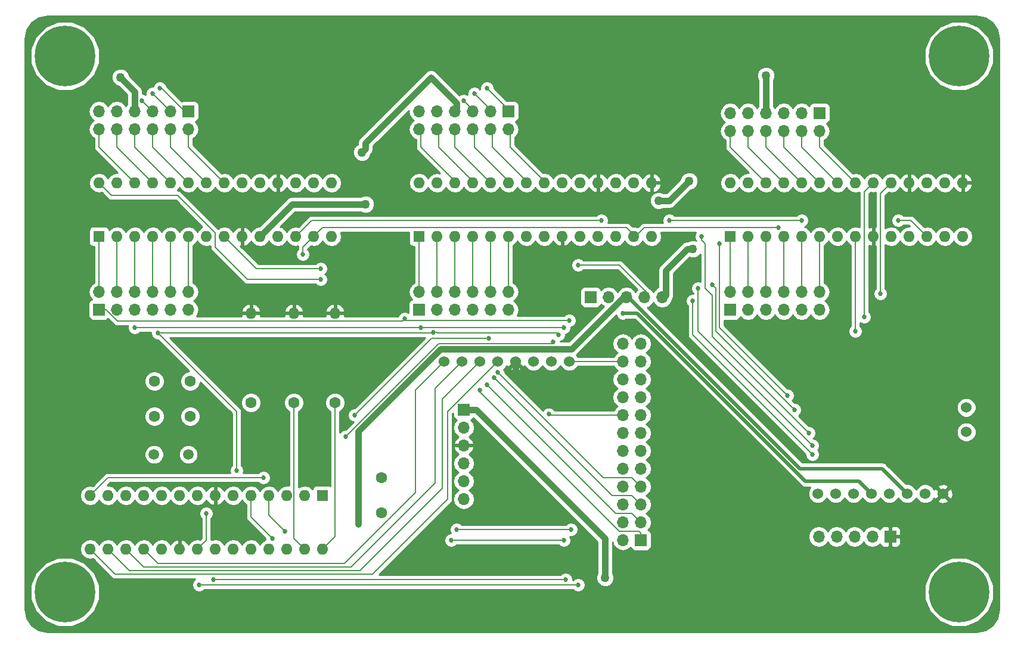
<source format=gbr>
G04 #@! TF.FileFunction,Copper,L2,Bot,Mixed*
%FSLAX46Y46*%
G04 Gerber Fmt 4.6, Leading zero omitted, Abs format (unit mm)*
G04 Created by KiCad (PCBNEW 4.0.6) date 03/20/17 19:24:42*
%MOMM*%
%LPD*%
G01*
G04 APERTURE LIST*
%ADD10C,0.100000*%
%ADD11R,1.600000X1.600000*%
%ADD12O,1.600000X1.600000*%
%ADD13C,1.524000*%
%ADD14C,1.600000*%
%ADD15R,1.700000X1.700000*%
%ADD16O,1.700000X1.700000*%
%ADD17C,1.500000*%
%ADD18C,8.600000*%
%ADD19C,0.685800*%
%ADD20C,1.270000*%
%ADD21C,0.152400*%
%ADD22C,0.889000*%
%ADD23C,0.508000*%
%ADD24C,0.254000*%
G04 APERTURE END LIST*
D10*
D11*
X126492000Y-101854000D03*
D12*
X159512000Y-94234000D03*
X129032000Y-101854000D03*
X156972000Y-94234000D03*
X131572000Y-101854000D03*
X154432000Y-94234000D03*
X134112000Y-101854000D03*
X151892000Y-94234000D03*
X136652000Y-101854000D03*
X149352000Y-94234000D03*
X139192000Y-101854000D03*
X146812000Y-94234000D03*
X141732000Y-101854000D03*
X144272000Y-94234000D03*
X144272000Y-101854000D03*
X141732000Y-94234000D03*
X146812000Y-101854000D03*
X139192000Y-94234000D03*
X149352000Y-101854000D03*
X136652000Y-94234000D03*
X151892000Y-101854000D03*
X134112000Y-94234000D03*
X154432000Y-101854000D03*
X131572000Y-94234000D03*
X156972000Y-101854000D03*
X129032000Y-94234000D03*
X159512000Y-101854000D03*
X126492000Y-94234000D03*
D13*
X130048000Y-119634000D03*
X132588000Y-119634000D03*
X135128000Y-119634000D03*
X137668000Y-119634000D03*
X140208000Y-119634000D03*
X142748000Y-119634000D03*
X145288000Y-119634000D03*
X147828000Y-119634000D03*
D14*
X121158000Y-136144000D03*
X121158000Y-141144000D03*
D15*
X132842000Y-126492000D03*
D16*
X132842000Y-129032000D03*
X132842000Y-131572000D03*
X132842000Y-134112000D03*
X132842000Y-136652000D03*
X132842000Y-139192000D03*
D15*
X193421000Y-144526000D03*
D16*
X190881000Y-144526000D03*
X188341000Y-144526000D03*
X185801000Y-144526000D03*
X183261000Y-144526000D03*
D15*
X157988000Y-145034000D03*
D16*
X155448000Y-145034000D03*
X157988000Y-142494000D03*
X155448000Y-142494000D03*
X157988000Y-139954000D03*
X155448000Y-139954000D03*
X157988000Y-137414000D03*
X155448000Y-137414000D03*
X157988000Y-134874000D03*
X155448000Y-134874000D03*
X157988000Y-132334000D03*
X155448000Y-132334000D03*
X157988000Y-129794000D03*
X155448000Y-129794000D03*
X157988000Y-127254000D03*
X155448000Y-127254000D03*
X157988000Y-124714000D03*
X155448000Y-124714000D03*
X157988000Y-122174000D03*
X155448000Y-122174000D03*
X157988000Y-119634000D03*
X155448000Y-119634000D03*
X157988000Y-117094000D03*
X155448000Y-117094000D03*
D15*
X81026000Y-112268000D03*
D16*
X81026000Y-109728000D03*
X83566000Y-112268000D03*
X83566000Y-109728000D03*
X86106000Y-112268000D03*
X86106000Y-109728000D03*
X88646000Y-112268000D03*
X88646000Y-109728000D03*
X91186000Y-112268000D03*
X91186000Y-109728000D03*
X93726000Y-112268000D03*
X93726000Y-109728000D03*
D15*
X93726000Y-84074000D03*
D16*
X93726000Y-86614000D03*
X91186000Y-84074000D03*
X91186000Y-86614000D03*
X88646000Y-84074000D03*
X88646000Y-86614000D03*
X86106000Y-84074000D03*
X86106000Y-86614000D03*
X83566000Y-84074000D03*
X83566000Y-86614000D03*
X81026000Y-84074000D03*
X81026000Y-86614000D03*
D15*
X126492000Y-112268000D03*
D16*
X126492000Y-109728000D03*
X129032000Y-112268000D03*
X129032000Y-109728000D03*
X131572000Y-112268000D03*
X131572000Y-109728000D03*
X134112000Y-112268000D03*
X134112000Y-109728000D03*
X136652000Y-112268000D03*
X136652000Y-109728000D03*
X139192000Y-112268000D03*
X139192000Y-109728000D03*
D15*
X139192000Y-84074000D03*
D16*
X139192000Y-86614000D03*
X136652000Y-84074000D03*
X136652000Y-86614000D03*
X134112000Y-84074000D03*
X134112000Y-86614000D03*
X131572000Y-84074000D03*
X131572000Y-86614000D03*
X129032000Y-84074000D03*
X129032000Y-86614000D03*
X126492000Y-84074000D03*
X126492000Y-86614000D03*
D15*
X170688000Y-112268000D03*
D16*
X170688000Y-109728000D03*
X173228000Y-112268000D03*
X173228000Y-109728000D03*
X175768000Y-112268000D03*
X175768000Y-109728000D03*
X178308000Y-112268000D03*
X178308000Y-109728000D03*
X180848000Y-112268000D03*
X180848000Y-109728000D03*
X183388000Y-112268000D03*
X183388000Y-109728000D03*
D15*
X183388000Y-84328000D03*
D16*
X183388000Y-86868000D03*
X180848000Y-84328000D03*
X180848000Y-86868000D03*
X178308000Y-84328000D03*
X178308000Y-86868000D03*
X175768000Y-84328000D03*
X175768000Y-86868000D03*
X173228000Y-84328000D03*
X173228000Y-86868000D03*
X170688000Y-84328000D03*
X170688000Y-86868000D03*
D14*
X102616000Y-125476000D03*
D12*
X102616000Y-112776000D03*
D14*
X114554000Y-125476000D03*
D12*
X114554000Y-112776000D03*
D14*
X108712000Y-125476000D03*
D12*
X108712000Y-112776000D03*
D15*
X150876000Y-110490000D03*
D16*
X153416000Y-110490000D03*
X155956000Y-110490000D03*
X158496000Y-110490000D03*
X161036000Y-110490000D03*
D13*
X183134000Y-138430000D03*
X185674000Y-138430000D03*
X188214000Y-138430000D03*
X190754000Y-138430000D03*
X193294000Y-138430000D03*
X195834000Y-138430000D03*
X198374000Y-138430000D03*
X200914000Y-138430000D03*
X204216000Y-129667000D03*
X204216000Y-126167000D03*
D11*
X81026000Y-101854000D03*
D12*
X114046000Y-94234000D03*
X83566000Y-101854000D03*
X111506000Y-94234000D03*
X86106000Y-101854000D03*
X108966000Y-94234000D03*
X88646000Y-101854000D03*
X106426000Y-94234000D03*
X91186000Y-101854000D03*
X103886000Y-94234000D03*
X93726000Y-101854000D03*
X101346000Y-94234000D03*
X96266000Y-101854000D03*
X98806000Y-94234000D03*
X98806000Y-101854000D03*
X96266000Y-94234000D03*
X101346000Y-101854000D03*
X93726000Y-94234000D03*
X103886000Y-101854000D03*
X91186000Y-94234000D03*
X106426000Y-101854000D03*
X88646000Y-94234000D03*
X108966000Y-101854000D03*
X86106000Y-94234000D03*
X111506000Y-101854000D03*
X83566000Y-94234000D03*
X114046000Y-101854000D03*
X81026000Y-94234000D03*
D11*
X170688000Y-101854000D03*
D12*
X203708000Y-94234000D03*
X173228000Y-101854000D03*
X201168000Y-94234000D03*
X175768000Y-101854000D03*
X198628000Y-94234000D03*
X178308000Y-101854000D03*
X196088000Y-94234000D03*
X180848000Y-101854000D03*
X193548000Y-94234000D03*
X183388000Y-101854000D03*
X191008000Y-94234000D03*
X185928000Y-101854000D03*
X188468000Y-94234000D03*
X188468000Y-101854000D03*
X185928000Y-94234000D03*
X191008000Y-101854000D03*
X183388000Y-94234000D03*
X193548000Y-101854000D03*
X180848000Y-94234000D03*
X196088000Y-101854000D03*
X178308000Y-94234000D03*
X198628000Y-101854000D03*
X175768000Y-94234000D03*
X201168000Y-101854000D03*
X173228000Y-94234000D03*
X203708000Y-101854000D03*
X170688000Y-94234000D03*
D11*
X112776000Y-138684000D03*
D12*
X79756000Y-146304000D03*
X110236000Y-138684000D03*
X82296000Y-146304000D03*
X107696000Y-138684000D03*
X84836000Y-146304000D03*
X105156000Y-138684000D03*
X87376000Y-146304000D03*
X102616000Y-138684000D03*
X89916000Y-146304000D03*
X100076000Y-138684000D03*
X92456000Y-146304000D03*
X97536000Y-138684000D03*
X94996000Y-146304000D03*
X94996000Y-138684000D03*
X97536000Y-146304000D03*
X92456000Y-138684000D03*
X100076000Y-146304000D03*
X89916000Y-138684000D03*
X102616000Y-146304000D03*
X87376000Y-138684000D03*
X105156000Y-146304000D03*
X84836000Y-138684000D03*
X107696000Y-146304000D03*
X82296000Y-138684000D03*
X110236000Y-146304000D03*
X79756000Y-138684000D03*
X112776000Y-146304000D03*
D17*
X93726000Y-132842000D03*
X88846000Y-132842000D03*
D14*
X93980000Y-122428000D03*
X93980000Y-127428000D03*
X88900000Y-122428000D03*
X88900000Y-127428000D03*
D18*
X76200000Y-76200000D03*
X76200000Y-152400000D03*
X203200000Y-152400000D03*
X203200000Y-76200000D03*
D19*
X124460000Y-113537994D03*
X136144000Y-80772000D03*
X89662000Y-80772000D03*
X147828000Y-113792000D03*
D20*
X165354000Y-103632000D03*
X164846000Y-93980000D03*
X160528000Y-96774000D03*
X152908000Y-150368000D03*
X118364000Y-89916000D03*
X84074000Y-79248000D03*
X175768000Y-78994000D03*
X118872000Y-97282000D03*
D19*
X128535663Y-115493869D03*
X132842000Y-82550000D03*
X87122000Y-82550000D03*
X146304000Y-115824000D03*
X89408000Y-115570000D03*
X100583984Y-135128000D03*
X134366000Y-81534000D03*
X88646000Y-81534000D03*
X147066000Y-114808000D03*
X126746000Y-114808000D03*
X86106000Y-114808000D03*
D20*
X146050000Y-98044000D03*
X142748000Y-123952000D03*
D19*
X162052008Y-99568000D03*
X180848000Y-99568000D03*
X194564000Y-99568000D03*
X152400000Y-99568000D03*
X177546000Y-100584000D03*
X109982000Y-104394000D03*
X136398000Y-116332000D03*
X117348000Y-127254000D03*
X149098000Y-105918000D03*
X155448000Y-112776000D03*
X117856000Y-142748000D03*
X104394000Y-136144000D03*
X144930119Y-127103881D03*
X137668000Y-121158000D03*
X137160000Y-121920000D03*
X136144000Y-122936000D03*
X112522000Y-106426000D03*
X112522000Y-107950000D03*
X135128000Y-123698000D03*
X168148000Y-108712000D03*
X179832000Y-126492000D03*
X181864000Y-129794000D03*
X166624000Y-101854000D03*
X182372000Y-131572000D03*
X166116000Y-109219998D03*
X165354000Y-110998000D03*
X182372000Y-132842000D03*
X192024000Y-109982000D03*
X189738000Y-113283998D03*
X188468000Y-115315998D03*
X178816000Y-124460000D03*
X169164000Y-102870000D03*
X96266000Y-141224000D03*
X116078000Y-130302000D03*
X145542000Y-116840000D03*
X147319994Y-150622006D03*
X97282000Y-150622006D03*
X149098000Y-151384000D03*
X95250002Y-151384000D03*
X148082000Y-143510000D03*
X107442000Y-143764000D03*
X131826000Y-143510000D03*
X147066000Y-145034000D03*
X131064000Y-145034000D03*
X105664000Y-144780000D03*
D21*
X124117101Y-113880893D02*
X124460000Y-113537994D01*
X83641293Y-113880893D02*
X124117101Y-113880893D01*
X81026000Y-112268000D02*
X82028400Y-112268000D01*
X82028400Y-112268000D02*
X83641293Y-113880893D01*
X124714006Y-113792000D02*
X124460000Y-113537994D01*
X147828000Y-113792000D02*
X124714006Y-113792000D01*
X139446000Y-84074000D02*
X136144000Y-80772000D01*
X89662000Y-80772000D02*
X89916000Y-80772000D01*
X89916000Y-80772000D02*
X93218000Y-84074000D01*
X93218000Y-84074000D02*
X93726000Y-84074000D01*
X126746000Y-112522000D02*
X126746000Y-112268000D01*
D22*
X161290000Y-110490000D02*
X161544000Y-110236000D01*
X161544000Y-110236000D02*
X161544000Y-106680000D01*
X161544000Y-106680000D02*
X164592000Y-103632000D01*
X164592000Y-103632000D02*
X165354000Y-103632000D01*
X160528000Y-96774000D02*
X162052000Y-96774000D01*
X162052000Y-96774000D02*
X164846000Y-93980000D01*
X152908000Y-149469975D02*
X152908000Y-150368000D01*
X152908000Y-144819000D02*
X152908000Y-149469975D01*
X134581000Y-126492000D02*
X152908000Y-144819000D01*
X132842000Y-126492000D02*
X134581000Y-126492000D01*
X118872000Y-88578081D02*
X118872000Y-89408000D01*
X118872000Y-89408000D02*
X118364000Y-89916000D01*
X103886000Y-101854000D02*
X108458000Y-97282000D01*
X86106000Y-84074000D02*
X86106000Y-81280000D01*
X86106000Y-81280000D02*
X84074000Y-79248000D01*
X128202081Y-79248000D02*
X118872000Y-88578081D01*
X131826000Y-84074000D02*
X131826000Y-82871919D01*
X131826000Y-82871919D02*
X128202081Y-79248000D01*
X175768000Y-84074000D02*
X175768000Y-78994000D01*
X108458000Y-97282000D02*
X118872000Y-97282000D01*
D21*
X146304000Y-115824000D02*
X146050000Y-115570000D01*
X129096727Y-115570000D02*
X129020596Y-115493869D01*
X146050000Y-115570000D02*
X129096727Y-115570000D01*
X129020596Y-115493869D02*
X128535663Y-115493869D01*
X128459532Y-115570000D02*
X128535663Y-115493869D01*
X89408000Y-115570000D02*
X128459532Y-115570000D01*
X134366000Y-84074000D02*
X132842000Y-82550000D01*
X88646000Y-84074000D02*
X87122000Y-82550000D01*
X100583984Y-126745984D02*
X89408000Y-115570000D01*
X100583984Y-135128000D02*
X100583984Y-126745984D01*
X136906000Y-84074000D02*
X134366000Y-81534000D01*
X88646000Y-81534000D02*
X91186000Y-84074000D01*
X126746000Y-114808000D02*
X147066000Y-114808000D01*
X126746000Y-114808000D02*
X86106000Y-114808000D01*
D22*
X146050000Y-98044000D02*
X146558000Y-97536000D01*
X146558000Y-97536000D02*
X148844000Y-97536000D01*
X140208000Y-119634000D02*
X140208000Y-121412000D01*
X140208000Y-121412000D02*
X142748000Y-123952000D01*
D21*
X180848000Y-99568000D02*
X162052008Y-99568000D01*
X198628000Y-101854000D02*
X196342000Y-99568000D01*
X196342000Y-99568000D02*
X194564000Y-99568000D01*
X152400000Y-99568000D02*
X111252000Y-99568000D01*
X111252000Y-99568000D02*
X108966000Y-101854000D01*
X112776000Y-146304000D02*
X114554000Y-144526000D01*
X114554000Y-144526000D02*
X114554000Y-125476000D01*
X158496000Y-100584000D02*
X177546000Y-100584000D01*
X112776000Y-100584000D02*
X111506000Y-101854000D01*
X155956000Y-100584000D02*
X112776000Y-100584000D01*
X157226000Y-101854000D02*
X155956000Y-100584000D01*
X111506000Y-101854000D02*
X109982000Y-103378000D01*
X109982000Y-103378000D02*
X109982000Y-104394000D01*
X108712000Y-125476000D02*
X108712000Y-138177670D01*
X108712000Y-138177670D02*
X108724601Y-138190271D01*
X108724601Y-138190271D02*
X108724601Y-139177729D01*
X108724601Y-139177729D02*
X108712000Y-139190330D01*
X108712000Y-139190330D02*
X108712000Y-144780000D01*
X108712000Y-144780000D02*
X110236000Y-146304000D01*
X157226000Y-101854000D02*
X158496000Y-100584000D01*
X149098000Y-105918000D02*
X154940000Y-105918000D01*
X154940000Y-105918000D02*
X158750000Y-109728000D01*
X158750000Y-109728000D02*
X158750000Y-110490000D01*
X117348000Y-127254000D02*
X128270000Y-116332000D01*
X128270000Y-116332000D02*
X136398000Y-116332000D01*
D23*
X181864000Y-136652000D02*
X181356000Y-136652000D01*
X181356000Y-136652000D02*
X157480000Y-112776000D01*
X157480000Y-112776000D02*
X155932933Y-112776000D01*
X155932933Y-112776000D02*
X155448000Y-112776000D01*
X181864000Y-136652000D02*
X188976000Y-136652000D01*
X188976000Y-136652000D02*
X190754000Y-138430000D01*
X156210000Y-110490000D02*
X180594000Y-134874000D01*
X180594000Y-134874000D02*
X192278000Y-134874000D01*
X192278000Y-134874000D02*
X195834000Y-138430000D01*
D22*
X156210000Y-110490000D02*
X155557414Y-110490000D01*
X155557414Y-110490000D02*
X148191414Y-117856000D01*
X148191414Y-117856000D02*
X129540000Y-117856000D01*
X129540000Y-117856000D02*
X117856000Y-129540000D01*
X117856000Y-129540000D02*
X117856000Y-142748000D01*
D21*
X137668000Y-119634000D02*
X130556000Y-126746000D01*
X130556000Y-126746000D02*
X130556000Y-139192000D01*
X130556000Y-139192000D02*
X119888000Y-149860000D01*
X119888000Y-149860000D02*
X83312000Y-149860000D01*
X83312000Y-149860000D02*
X79756000Y-146304000D01*
X135128000Y-119634000D02*
X129794000Y-124968000D01*
X129794000Y-124968000D02*
X129794000Y-137668000D01*
X129794000Y-137668000D02*
X118110000Y-149352000D01*
X118110000Y-149352000D02*
X85344000Y-149352000D01*
X85344000Y-149352000D02*
X82296000Y-146304000D01*
X132588000Y-119634000D02*
X128778000Y-123444000D01*
X128778000Y-123444000D02*
X128778000Y-136906000D01*
X128778000Y-136906000D02*
X116840000Y-148844000D01*
X116840000Y-148844000D02*
X87376000Y-148844000D01*
X87376000Y-148844000D02*
X84836000Y-146304000D01*
X130048000Y-119634000D02*
X125984000Y-123698000D01*
X115900934Y-148336000D02*
X89408000Y-148336000D01*
X125984000Y-123698000D02*
X125984000Y-138252934D01*
X125984000Y-138252934D02*
X115900934Y-148336000D01*
X89408000Y-148336000D02*
X87376000Y-146304000D01*
X82296000Y-136144000D02*
X104394000Y-136144000D01*
X79756000Y-138684000D02*
X82296000Y-136144000D01*
X155448000Y-127254000D02*
X145080238Y-127254000D01*
X145080238Y-127254000D02*
X144930119Y-127103881D01*
X147828000Y-119634000D02*
X155448000Y-119634000D01*
X152654000Y-136144000D02*
X137668000Y-121158000D01*
X157988000Y-137414000D02*
X156718000Y-136144000D01*
X156718000Y-136144000D02*
X152654000Y-136144000D01*
X153924000Y-138684000D02*
X137160000Y-121920000D01*
X156718000Y-138684000D02*
X153924000Y-138684000D01*
X157988000Y-139954000D02*
X156718000Y-138684000D01*
X157988000Y-142494000D02*
X156718000Y-141224000D01*
X156718000Y-141224000D02*
X154432000Y-141224000D01*
X154432000Y-141224000D02*
X136144000Y-122936000D01*
X112522000Y-106426000D02*
X103378000Y-106426000D01*
X103378000Y-106426000D02*
X98806000Y-101854000D01*
X157988000Y-145034000D02*
X157988000Y-144031600D01*
X154940000Y-143764000D02*
X135128000Y-123952000D01*
X157988000Y-144031600D02*
X157720400Y-143764000D01*
X157720400Y-143764000D02*
X154940000Y-143764000D01*
X135128000Y-123952000D02*
X135128000Y-123698000D01*
X112522000Y-107950000D02*
X102108000Y-107950000D01*
X102108000Y-107950000D02*
X97536000Y-103378000D01*
X97536000Y-103378000D02*
X97536000Y-101346000D01*
X97536000Y-101346000D02*
X92202000Y-96012000D01*
X92202000Y-96012000D02*
X82804000Y-96012000D01*
X82804000Y-96012000D02*
X81026000Y-94234000D01*
X179832000Y-126492000D02*
X168656000Y-115316000D01*
X168490899Y-109054899D02*
X168148000Y-108712000D01*
X168656000Y-115316000D02*
X168656000Y-109220000D01*
X168656000Y-109220000D02*
X168490899Y-109054899D01*
X168148000Y-110236000D02*
X168148000Y-116078000D01*
X168148000Y-116078000D02*
X181864000Y-129794000D01*
X167132000Y-109220000D02*
X168148000Y-110236000D01*
X167132000Y-102846933D02*
X167132000Y-109220000D01*
X166624000Y-101854000D02*
X166624000Y-102338933D01*
X166624000Y-102338933D02*
X167132000Y-102846933D01*
X182372000Y-131572000D02*
X166116000Y-115316000D01*
X166116000Y-109219998D02*
X166116000Y-115316000D01*
X165354000Y-111482933D02*
X165354000Y-110998000D01*
X165354000Y-115824000D02*
X165354000Y-111482933D01*
X182372000Y-132842000D02*
X165354000Y-115824000D01*
X193548000Y-94234000D02*
X192024000Y-95758000D01*
X192024000Y-109497067D02*
X192024000Y-109982000D01*
X192024000Y-95758000D02*
X192024000Y-101347670D01*
X192024000Y-101347670D02*
X192036601Y-101360271D01*
X192036601Y-101360271D02*
X192036601Y-102347729D01*
X192036601Y-102347729D02*
X192024000Y-102360330D01*
X192024000Y-102360330D02*
X192024000Y-109497067D01*
X191008000Y-94234000D02*
X189738000Y-95504000D01*
X189738000Y-95504000D02*
X189738000Y-113283998D01*
X188468000Y-101854000D02*
X188468000Y-115315998D01*
X169164000Y-102870000D02*
X169164000Y-114808000D01*
X169164000Y-114808000D02*
X178473101Y-124117101D01*
X178473101Y-124117101D02*
X178816000Y-124460000D01*
X145542000Y-116840000D02*
X145288000Y-117094000D01*
X145288000Y-117094000D02*
X129286000Y-117094000D01*
X129286000Y-117094000D02*
X116078000Y-130302000D01*
X96266000Y-141224000D02*
X96266000Y-145034000D01*
X94996000Y-146304000D02*
X96266000Y-145034000D01*
X147319994Y-150622006D02*
X97282000Y-150622006D01*
X149098000Y-151384000D02*
X95250002Y-151384000D01*
X131826000Y-143510000D02*
X148082000Y-143510000D01*
X107442000Y-143764000D02*
X105156000Y-141478000D01*
X105156000Y-141478000D02*
X105156000Y-138684000D01*
X131064000Y-145034000D02*
X147066000Y-145034000D01*
X102616000Y-138684000D02*
X102616000Y-141732000D01*
X102616000Y-141732000D02*
X105664000Y-144780000D01*
X91186000Y-109728000D02*
X91186000Y-101854000D01*
X93726000Y-101854000D02*
X93726000Y-109728000D01*
X83566000Y-86614000D02*
X83566000Y-89154000D01*
X83566000Y-89154000D02*
X88646000Y-94234000D01*
X81026000Y-86614000D02*
X81026000Y-89154000D01*
X81026000Y-89154000D02*
X86106000Y-94234000D01*
X136652000Y-101854000D02*
X136652000Y-109728000D01*
X139192000Y-101854000D02*
X139192000Y-109728000D01*
X134366000Y-94234000D02*
X129286000Y-89154000D01*
X129286000Y-89154000D02*
X129286000Y-86614000D01*
X126746000Y-86614000D02*
X126746000Y-89154000D01*
X126746000Y-89154000D02*
X131826000Y-94234000D01*
X180848000Y-101854000D02*
X180848000Y-109728000D01*
X183388000Y-101854000D02*
X183388000Y-109728000D01*
X178308000Y-94234000D02*
X173228000Y-89154000D01*
X173228000Y-89154000D02*
X173228000Y-86614000D01*
X175768000Y-94234000D02*
X170688000Y-89154000D01*
X170688000Y-89154000D02*
X170688000Y-86614000D01*
X81026000Y-109728000D02*
X81026000Y-101854000D01*
X83566000Y-101854000D02*
X83566000Y-109728000D01*
X86106000Y-101854000D02*
X86106000Y-109728000D01*
X88646000Y-101854000D02*
X88646000Y-109728000D01*
X93726000Y-86614000D02*
X93726000Y-89154000D01*
X93726000Y-89154000D02*
X98806000Y-94234000D01*
X91186000Y-86614000D02*
X91186000Y-89154000D01*
X91186000Y-89154000D02*
X96266000Y-94234000D01*
X88646000Y-86614000D02*
X88646000Y-89154000D01*
X88646000Y-89154000D02*
X93726000Y-94234000D01*
X86106000Y-86614000D02*
X86106000Y-89154000D01*
X86106000Y-89154000D02*
X91186000Y-94234000D01*
X126492000Y-101854000D02*
X126492000Y-109728000D01*
X129032000Y-101854000D02*
X129032000Y-109728000D01*
X131572000Y-101854000D02*
X131572000Y-109728000D01*
X134112000Y-109728000D02*
X134112000Y-101854000D01*
X144526000Y-94234000D02*
X139446000Y-89154000D01*
X139446000Y-89154000D02*
X139446000Y-86614000D01*
X141986000Y-94234000D02*
X136906000Y-89154000D01*
X136906000Y-89154000D02*
X136906000Y-86614000D01*
X139446000Y-94234000D02*
X134366000Y-89154000D01*
X134366000Y-89154000D02*
X134366000Y-86614000D01*
X131572000Y-86614000D02*
X131572000Y-89154000D01*
X131572000Y-89154000D02*
X136652000Y-94234000D01*
X170688000Y-101854000D02*
X170688000Y-109728000D01*
X173228000Y-101854000D02*
X173228000Y-109728000D01*
X175768000Y-101854000D02*
X175768000Y-109728000D01*
X178308000Y-101854000D02*
X178308000Y-109728000D01*
X183388000Y-86614000D02*
X183388000Y-89154000D01*
X183388000Y-89154000D02*
X188468000Y-94234000D01*
X185928000Y-94234000D02*
X180848000Y-89154000D01*
X180848000Y-89154000D02*
X180848000Y-86614000D01*
X178308000Y-86614000D02*
X178308000Y-89154000D01*
X178308000Y-89154000D02*
X183388000Y-94234000D01*
X180848000Y-94234000D02*
X175768000Y-89154000D01*
X175768000Y-89154000D02*
X175768000Y-86614000D01*
D24*
G36*
X206920995Y-70808824D02*
X207922196Y-71477804D01*
X208591175Y-72479005D01*
X208840000Y-73729931D01*
X208840000Y-154870069D01*
X208591175Y-156120995D01*
X207922196Y-157122196D01*
X206920995Y-157791176D01*
X205670069Y-158040000D01*
X73729931Y-158040000D01*
X72479005Y-157791175D01*
X71477804Y-157122196D01*
X70808824Y-156120995D01*
X70560000Y-154870069D01*
X70560000Y-153377325D01*
X71264146Y-153377325D01*
X72013871Y-155191801D01*
X73400897Y-156581250D01*
X75214061Y-157334141D01*
X77177325Y-157335854D01*
X78991801Y-156586129D01*
X80381250Y-155199103D01*
X81134141Y-153385939D01*
X81134148Y-153377325D01*
X198264146Y-153377325D01*
X199013871Y-155191801D01*
X200400897Y-156581250D01*
X202214061Y-157334141D01*
X204177325Y-157335854D01*
X205991801Y-156586129D01*
X207381250Y-155199103D01*
X208134141Y-153385939D01*
X208135854Y-151422675D01*
X207386129Y-149608199D01*
X205999103Y-148218750D01*
X204185939Y-147465859D01*
X202222675Y-147464146D01*
X200408199Y-148213871D01*
X199018750Y-149600897D01*
X198265859Y-151414061D01*
X198264146Y-153377325D01*
X81134148Y-153377325D01*
X81135854Y-151422675D01*
X80386129Y-149608199D01*
X78999103Y-148218750D01*
X77185939Y-147465859D01*
X75222675Y-147464146D01*
X73408199Y-148213871D01*
X72018750Y-149600897D01*
X71265859Y-151414061D01*
X71264146Y-153377325D01*
X70560000Y-153377325D01*
X70560000Y-138655887D01*
X78321000Y-138655887D01*
X78321000Y-138712113D01*
X78430233Y-139261264D01*
X78741302Y-139726811D01*
X79206849Y-140037880D01*
X79756000Y-140147113D01*
X80305151Y-140037880D01*
X80770698Y-139726811D01*
X81026000Y-139344725D01*
X81281302Y-139726811D01*
X81746849Y-140037880D01*
X82296000Y-140147113D01*
X82845151Y-140037880D01*
X83310698Y-139726811D01*
X83566000Y-139344725D01*
X83821302Y-139726811D01*
X84286849Y-140037880D01*
X84836000Y-140147113D01*
X85385151Y-140037880D01*
X85850698Y-139726811D01*
X86106000Y-139344725D01*
X86361302Y-139726811D01*
X86826849Y-140037880D01*
X87376000Y-140147113D01*
X87925151Y-140037880D01*
X88390698Y-139726811D01*
X88646000Y-139344725D01*
X88901302Y-139726811D01*
X89366849Y-140037880D01*
X89916000Y-140147113D01*
X90465151Y-140037880D01*
X90930698Y-139726811D01*
X91186000Y-139344725D01*
X91441302Y-139726811D01*
X91906849Y-140037880D01*
X92456000Y-140147113D01*
X93005151Y-140037880D01*
X93470698Y-139726811D01*
X93726000Y-139344725D01*
X93981302Y-139726811D01*
X94446849Y-140037880D01*
X94996000Y-140147113D01*
X95545151Y-140037880D01*
X96010698Y-139726811D01*
X96280986Y-139322297D01*
X96383611Y-139539134D01*
X96798577Y-139915041D01*
X97186961Y-140075904D01*
X97409000Y-139953915D01*
X97409000Y-138811000D01*
X97389000Y-138811000D01*
X97389000Y-138557000D01*
X97409000Y-138557000D01*
X97409000Y-137414085D01*
X97186961Y-137292096D01*
X96798577Y-137452959D01*
X96383611Y-137828866D01*
X96280986Y-138045703D01*
X96010698Y-137641189D01*
X95545151Y-137330120D01*
X94996000Y-137220887D01*
X94446849Y-137330120D01*
X93981302Y-137641189D01*
X93726000Y-138023275D01*
X93470698Y-137641189D01*
X93005151Y-137330120D01*
X92456000Y-137220887D01*
X91906849Y-137330120D01*
X91441302Y-137641189D01*
X91186000Y-138023275D01*
X90930698Y-137641189D01*
X90465151Y-137330120D01*
X89916000Y-137220887D01*
X89366849Y-137330120D01*
X88901302Y-137641189D01*
X88646000Y-138023275D01*
X88390698Y-137641189D01*
X87925151Y-137330120D01*
X87376000Y-137220887D01*
X86826849Y-137330120D01*
X86361302Y-137641189D01*
X86106000Y-138023275D01*
X85850698Y-137641189D01*
X85385151Y-137330120D01*
X84836000Y-137220887D01*
X84286849Y-137330120D01*
X83821302Y-137641189D01*
X83566000Y-138023275D01*
X83310698Y-137641189D01*
X82845151Y-137330120D01*
X82296000Y-137220887D01*
X82207248Y-137238541D01*
X82590589Y-136855200D01*
X103722206Y-136855200D01*
X103839341Y-136972540D01*
X104198630Y-137121730D01*
X104587663Y-137122069D01*
X104947212Y-136973507D01*
X105222540Y-136698659D01*
X105371730Y-136339370D01*
X105372069Y-135950337D01*
X105223507Y-135590788D01*
X104948659Y-135315460D01*
X104589370Y-135166270D01*
X104200337Y-135165931D01*
X103840788Y-135314493D01*
X103722274Y-135432800D01*
X101516275Y-135432800D01*
X101561714Y-135323370D01*
X101562053Y-134934337D01*
X101413491Y-134574788D01*
X101295184Y-134456274D01*
X101295184Y-126745984D01*
X101241047Y-126473820D01*
X101241047Y-126473819D01*
X101086878Y-126243090D01*
X100603975Y-125760187D01*
X101180752Y-125760187D01*
X101398757Y-126287800D01*
X101802077Y-126691824D01*
X102329309Y-126910750D01*
X102900187Y-126911248D01*
X103427800Y-126693243D01*
X103831824Y-126289923D01*
X104050750Y-125762691D01*
X104051248Y-125191813D01*
X103833243Y-124664200D01*
X103429923Y-124260176D01*
X102902691Y-124041250D01*
X102331813Y-124040752D01*
X101804200Y-124258757D01*
X101400176Y-124662077D01*
X101181250Y-125189309D01*
X101180752Y-125760187D01*
X100603975Y-125760187D01*
X91124988Y-116281200D01*
X127315011Y-116281200D01*
X117320136Y-126276075D01*
X117154337Y-126275931D01*
X116794788Y-126424493D01*
X116519460Y-126699341D01*
X116370270Y-127058630D01*
X116369931Y-127447663D01*
X116518493Y-127807212D01*
X116793341Y-128082540D01*
X117145459Y-128228752D01*
X116050136Y-129324075D01*
X115884337Y-129323931D01*
X115524788Y-129472493D01*
X115265200Y-129731628D01*
X115265200Y-126734810D01*
X115365800Y-126693243D01*
X115769824Y-126289923D01*
X115988750Y-125762691D01*
X115989248Y-125191813D01*
X115771243Y-124664200D01*
X115367923Y-124260176D01*
X114840691Y-124041250D01*
X114269813Y-124040752D01*
X113742200Y-124258757D01*
X113338176Y-124662077D01*
X113119250Y-125189309D01*
X113118752Y-125760187D01*
X113336757Y-126287800D01*
X113740077Y-126691824D01*
X113842800Y-126734478D01*
X113842800Y-137297757D01*
X113827890Y-137287569D01*
X113576000Y-137236560D01*
X111976000Y-137236560D01*
X111740683Y-137280838D01*
X111524559Y-137419910D01*
X111379569Y-137632110D01*
X111348185Y-137787089D01*
X111250698Y-137641189D01*
X110785151Y-137330120D01*
X110236000Y-137220887D01*
X109686849Y-137330120D01*
X109423200Y-137506285D01*
X109423200Y-126734810D01*
X109523800Y-126693243D01*
X109927824Y-126289923D01*
X110146750Y-125762691D01*
X110147248Y-125191813D01*
X109929243Y-124664200D01*
X109525923Y-124260176D01*
X108998691Y-124041250D01*
X108427813Y-124040752D01*
X107900200Y-124258757D01*
X107496176Y-124662077D01*
X107277250Y-125189309D01*
X107276752Y-125760187D01*
X107494757Y-126287800D01*
X107898077Y-126691824D01*
X108000800Y-126734478D01*
X108000800Y-137281516D01*
X107696000Y-137220887D01*
X107146849Y-137330120D01*
X106681302Y-137641189D01*
X106426000Y-138023275D01*
X106170698Y-137641189D01*
X105705151Y-137330120D01*
X105156000Y-137220887D01*
X104606849Y-137330120D01*
X104141302Y-137641189D01*
X103886000Y-138023275D01*
X103630698Y-137641189D01*
X103165151Y-137330120D01*
X102616000Y-137220887D01*
X102066849Y-137330120D01*
X101601302Y-137641189D01*
X101346000Y-138023275D01*
X101090698Y-137641189D01*
X100625151Y-137330120D01*
X100076000Y-137220887D01*
X99526849Y-137330120D01*
X99061302Y-137641189D01*
X98791014Y-138045703D01*
X98688389Y-137828866D01*
X98273423Y-137452959D01*
X97885039Y-137292096D01*
X97663000Y-137414085D01*
X97663000Y-138557000D01*
X97683000Y-138557000D01*
X97683000Y-138811000D01*
X97663000Y-138811000D01*
X97663000Y-139953915D01*
X97885039Y-140075904D01*
X98273423Y-139915041D01*
X98688389Y-139539134D01*
X98791014Y-139322297D01*
X99061302Y-139726811D01*
X99526849Y-140037880D01*
X100076000Y-140147113D01*
X100625151Y-140037880D01*
X101090698Y-139726811D01*
X101346000Y-139344725D01*
X101601302Y-139726811D01*
X101904800Y-139929602D01*
X101904800Y-141732000D01*
X101958937Y-142004165D01*
X102113106Y-142234894D01*
X104686075Y-144807863D01*
X104685965Y-144934383D01*
X104606849Y-144950120D01*
X104141302Y-145261189D01*
X103886000Y-145643275D01*
X103630698Y-145261189D01*
X103165151Y-144950120D01*
X102616000Y-144840887D01*
X102066849Y-144950120D01*
X101601302Y-145261189D01*
X101346000Y-145643275D01*
X101090698Y-145261189D01*
X100625151Y-144950120D01*
X100076000Y-144840887D01*
X99526849Y-144950120D01*
X99061302Y-145261189D01*
X98806000Y-145643275D01*
X98550698Y-145261189D01*
X98085151Y-144950120D01*
X97536000Y-144840887D01*
X96986849Y-144950120D01*
X96977200Y-144956567D01*
X96977200Y-141895794D01*
X97094540Y-141778659D01*
X97243730Y-141419370D01*
X97244069Y-141030337D01*
X97095507Y-140670788D01*
X96820659Y-140395460D01*
X96461370Y-140246270D01*
X96072337Y-140245931D01*
X95712788Y-140394493D01*
X95437460Y-140669341D01*
X95288270Y-141028630D01*
X95287931Y-141417663D01*
X95436493Y-141777212D01*
X95554800Y-141895726D01*
X95554800Y-144739411D01*
X95377449Y-144916762D01*
X94996000Y-144840887D01*
X94446849Y-144950120D01*
X93981302Y-145261189D01*
X93711014Y-145665703D01*
X93608389Y-145448866D01*
X93193423Y-145072959D01*
X92805039Y-144912096D01*
X92583000Y-145034085D01*
X92583000Y-146177000D01*
X92603000Y-146177000D01*
X92603000Y-146431000D01*
X92583000Y-146431000D01*
X92583000Y-146451000D01*
X92329000Y-146451000D01*
X92329000Y-146431000D01*
X92309000Y-146431000D01*
X92309000Y-146177000D01*
X92329000Y-146177000D01*
X92329000Y-145034085D01*
X92106961Y-144912096D01*
X91718577Y-145072959D01*
X91303611Y-145448866D01*
X91200986Y-145665703D01*
X90930698Y-145261189D01*
X90465151Y-144950120D01*
X89916000Y-144840887D01*
X89366849Y-144950120D01*
X88901302Y-145261189D01*
X88646000Y-145643275D01*
X88390698Y-145261189D01*
X87925151Y-144950120D01*
X87376000Y-144840887D01*
X86826849Y-144950120D01*
X86361302Y-145261189D01*
X86106000Y-145643275D01*
X85850698Y-145261189D01*
X85385151Y-144950120D01*
X84836000Y-144840887D01*
X84286849Y-144950120D01*
X83821302Y-145261189D01*
X83566000Y-145643275D01*
X83310698Y-145261189D01*
X82845151Y-144950120D01*
X82296000Y-144840887D01*
X81746849Y-144950120D01*
X81281302Y-145261189D01*
X81026000Y-145643275D01*
X80770698Y-145261189D01*
X80305151Y-144950120D01*
X79756000Y-144840887D01*
X79206849Y-144950120D01*
X78741302Y-145261189D01*
X78430233Y-145726736D01*
X78321000Y-146275887D01*
X78321000Y-146332113D01*
X78430233Y-146881264D01*
X78741302Y-147346811D01*
X79206849Y-147657880D01*
X79756000Y-147767113D01*
X80137450Y-147691238D01*
X82809105Y-150362894D01*
X82907057Y-150428343D01*
X83039836Y-150517063D01*
X83312000Y-150571200D01*
X94680054Y-150571200D01*
X94421462Y-150829341D01*
X94272272Y-151188630D01*
X94271933Y-151577663D01*
X94420495Y-151937212D01*
X94695343Y-152212540D01*
X95054632Y-152361730D01*
X95443665Y-152362069D01*
X95803214Y-152213507D01*
X95921728Y-152095200D01*
X148426206Y-152095200D01*
X148543341Y-152212540D01*
X148902630Y-152361730D01*
X149291663Y-152362069D01*
X149651212Y-152213507D01*
X149926540Y-151938659D01*
X150075730Y-151579370D01*
X150076069Y-151190337D01*
X149927507Y-150830788D01*
X149652659Y-150555460D01*
X149293370Y-150406270D01*
X148904337Y-150405931D01*
X148544788Y-150554493D01*
X148426274Y-150672800D01*
X148297850Y-150672800D01*
X148298063Y-150428343D01*
X148149501Y-150068794D01*
X147874653Y-149793466D01*
X147515364Y-149644276D01*
X147126331Y-149643937D01*
X146766782Y-149792499D01*
X146648268Y-149910806D01*
X120842982Y-149910806D01*
X125526125Y-145227663D01*
X130085931Y-145227663D01*
X130234493Y-145587212D01*
X130509341Y-145862540D01*
X130868630Y-146011730D01*
X131257663Y-146012069D01*
X131617212Y-145863507D01*
X131735726Y-145745200D01*
X146394206Y-145745200D01*
X146511341Y-145862540D01*
X146870630Y-146011730D01*
X147259663Y-146012069D01*
X147619212Y-145863507D01*
X147894540Y-145588659D01*
X148043730Y-145229370D01*
X148044069Y-144840337D01*
X147898380Y-144487740D01*
X148275663Y-144488069D01*
X148635212Y-144339507D01*
X148910540Y-144064659D01*
X149059730Y-143705370D01*
X149060069Y-143316337D01*
X148911507Y-142956788D01*
X148636659Y-142681460D01*
X148277370Y-142532270D01*
X147888337Y-142531931D01*
X147528788Y-142680493D01*
X147410274Y-142798800D01*
X132497794Y-142798800D01*
X132380659Y-142681460D01*
X132021370Y-142532270D01*
X131632337Y-142531931D01*
X131272788Y-142680493D01*
X130997460Y-142955341D01*
X130848270Y-143314630D01*
X130847931Y-143703663D01*
X130993529Y-144056038D01*
X130870337Y-144055931D01*
X130510788Y-144204493D01*
X130235460Y-144479341D01*
X130086270Y-144838630D01*
X130085931Y-145227663D01*
X125526125Y-145227663D01*
X131058894Y-139694895D01*
X131213063Y-139464165D01*
X131226781Y-139395199D01*
X131267200Y-139192000D01*
X131267200Y-134112000D01*
X131327907Y-134112000D01*
X131440946Y-134680285D01*
X131762853Y-135162054D01*
X132092026Y-135382000D01*
X131762853Y-135601946D01*
X131440946Y-136083715D01*
X131327907Y-136652000D01*
X131440946Y-137220285D01*
X131762853Y-137702054D01*
X132092026Y-137922000D01*
X131762853Y-138141946D01*
X131440946Y-138623715D01*
X131327907Y-139192000D01*
X131440946Y-139760285D01*
X131762853Y-140242054D01*
X132244622Y-140563961D01*
X132812907Y-140677000D01*
X132871093Y-140677000D01*
X133439378Y-140563961D01*
X133921147Y-140242054D01*
X134243054Y-139760285D01*
X134356093Y-139192000D01*
X134243054Y-138623715D01*
X133921147Y-138141946D01*
X133591974Y-137922000D01*
X133921147Y-137702054D01*
X134243054Y-137220285D01*
X134356093Y-136652000D01*
X134243054Y-136083715D01*
X133921147Y-135601946D01*
X133591974Y-135382000D01*
X133921147Y-135162054D01*
X134243054Y-134680285D01*
X134356093Y-134112000D01*
X134243054Y-133543715D01*
X133921147Y-133061946D01*
X133580447Y-132834298D01*
X133723358Y-132767183D01*
X134113645Y-132338924D01*
X134283476Y-131928890D01*
X134162155Y-131699000D01*
X132969000Y-131699000D01*
X132969000Y-131719000D01*
X132715000Y-131719000D01*
X132715000Y-131699000D01*
X131521845Y-131699000D01*
X131400524Y-131928890D01*
X131570355Y-132338924D01*
X131960642Y-132767183D01*
X132103553Y-132834298D01*
X131762853Y-133061946D01*
X131440946Y-133543715D01*
X131327907Y-134112000D01*
X131267200Y-134112000D01*
X131267200Y-127040588D01*
X131344560Y-126963228D01*
X131344560Y-127342000D01*
X131388838Y-127577317D01*
X131527910Y-127793441D01*
X131740110Y-127938431D01*
X131807541Y-127952086D01*
X131762853Y-127981946D01*
X131440946Y-128463715D01*
X131327907Y-129032000D01*
X131440946Y-129600285D01*
X131762853Y-130082054D01*
X132103553Y-130309702D01*
X131960642Y-130376817D01*
X131570355Y-130805076D01*
X131400524Y-131215110D01*
X131521845Y-131445000D01*
X132715000Y-131445000D01*
X132715000Y-131425000D01*
X132969000Y-131425000D01*
X132969000Y-131445000D01*
X134162155Y-131445000D01*
X134283476Y-131215110D01*
X134113645Y-130805076D01*
X133723358Y-130376817D01*
X133580447Y-130309702D01*
X133921147Y-130082054D01*
X134243054Y-129600285D01*
X134356093Y-129032000D01*
X134243054Y-128463715D01*
X133921147Y-127981946D01*
X133879548Y-127954150D01*
X133927317Y-127945162D01*
X134143441Y-127806090D01*
X134234775Y-127672419D01*
X151828500Y-145266144D01*
X151828500Y-149656029D01*
X151638221Y-150114273D01*
X151637780Y-150619510D01*
X151830718Y-151086458D01*
X152187663Y-151444026D01*
X152654273Y-151637779D01*
X153159510Y-151638220D01*
X153626458Y-151445282D01*
X153984026Y-151088337D01*
X154177779Y-150621727D01*
X154178220Y-150116490D01*
X153987500Y-149654910D01*
X153987500Y-145303430D01*
X154046946Y-145602285D01*
X154368853Y-146084054D01*
X154850622Y-146405961D01*
X155418907Y-146519000D01*
X155477093Y-146519000D01*
X156045378Y-146405961D01*
X156527147Y-146084054D01*
X156527971Y-146082821D01*
X156534838Y-146119317D01*
X156673910Y-146335441D01*
X156886110Y-146480431D01*
X157138000Y-146531440D01*
X158838000Y-146531440D01*
X159073317Y-146487162D01*
X159289441Y-146348090D01*
X159434431Y-146135890D01*
X159485440Y-145884000D01*
X159485440Y-144496907D01*
X181776000Y-144496907D01*
X181776000Y-144555093D01*
X181889039Y-145123378D01*
X182210946Y-145605147D01*
X182692715Y-145927054D01*
X183261000Y-146040093D01*
X183829285Y-145927054D01*
X184311054Y-145605147D01*
X184531000Y-145275974D01*
X184750946Y-145605147D01*
X185232715Y-145927054D01*
X185801000Y-146040093D01*
X186369285Y-145927054D01*
X186851054Y-145605147D01*
X187071000Y-145275974D01*
X187290946Y-145605147D01*
X187772715Y-145927054D01*
X188341000Y-146040093D01*
X188909285Y-145927054D01*
X189391054Y-145605147D01*
X189611000Y-145275974D01*
X189830946Y-145605147D01*
X190312715Y-145927054D01*
X190881000Y-146040093D01*
X191449285Y-145927054D01*
X191931054Y-145605147D01*
X191960403Y-145561223D01*
X192032673Y-145735698D01*
X192211301Y-145914327D01*
X192444690Y-146011000D01*
X193135250Y-146011000D01*
X193294000Y-145852250D01*
X193294000Y-144653000D01*
X193548000Y-144653000D01*
X193548000Y-145852250D01*
X193706750Y-146011000D01*
X194397310Y-146011000D01*
X194630699Y-145914327D01*
X194809327Y-145735698D01*
X194906000Y-145502309D01*
X194906000Y-144811750D01*
X194747250Y-144653000D01*
X193548000Y-144653000D01*
X193294000Y-144653000D01*
X193274000Y-144653000D01*
X193274000Y-144399000D01*
X193294000Y-144399000D01*
X193294000Y-143199750D01*
X193548000Y-143199750D01*
X193548000Y-144399000D01*
X194747250Y-144399000D01*
X194906000Y-144240250D01*
X194906000Y-143549691D01*
X194809327Y-143316302D01*
X194630699Y-143137673D01*
X194397310Y-143041000D01*
X193706750Y-143041000D01*
X193548000Y-143199750D01*
X193294000Y-143199750D01*
X193135250Y-143041000D01*
X192444690Y-143041000D01*
X192211301Y-143137673D01*
X192032673Y-143316302D01*
X191960403Y-143490777D01*
X191931054Y-143446853D01*
X191449285Y-143124946D01*
X190881000Y-143011907D01*
X190312715Y-143124946D01*
X189830946Y-143446853D01*
X189611000Y-143776026D01*
X189391054Y-143446853D01*
X188909285Y-143124946D01*
X188341000Y-143011907D01*
X187772715Y-143124946D01*
X187290946Y-143446853D01*
X187071000Y-143776026D01*
X186851054Y-143446853D01*
X186369285Y-143124946D01*
X185801000Y-143011907D01*
X185232715Y-143124946D01*
X184750946Y-143446853D01*
X184531000Y-143776026D01*
X184311054Y-143446853D01*
X183829285Y-143124946D01*
X183261000Y-143011907D01*
X182692715Y-143124946D01*
X182210946Y-143446853D01*
X181889039Y-143928622D01*
X181776000Y-144496907D01*
X159485440Y-144496907D01*
X159485440Y-144184000D01*
X159441162Y-143948683D01*
X159302090Y-143732559D01*
X159089890Y-143587569D01*
X159022459Y-143573914D01*
X159067147Y-143544054D01*
X159389054Y-143062285D01*
X159502093Y-142494000D01*
X159389054Y-141925715D01*
X159067147Y-141443946D01*
X158737974Y-141224000D01*
X159067147Y-141004054D01*
X159389054Y-140522285D01*
X159502093Y-139954000D01*
X159389054Y-139385715D01*
X159067147Y-138903946D01*
X158737974Y-138684000D01*
X159067147Y-138464054D01*
X159389054Y-137982285D01*
X159502093Y-137414000D01*
X159389054Y-136845715D01*
X159067147Y-136363946D01*
X158737974Y-136144000D01*
X159067147Y-135924054D01*
X159389054Y-135442285D01*
X159502093Y-134874000D01*
X159389054Y-134305715D01*
X159067147Y-133823946D01*
X158737974Y-133604000D01*
X159067147Y-133384054D01*
X159389054Y-132902285D01*
X159502093Y-132334000D01*
X159389054Y-131765715D01*
X159067147Y-131283946D01*
X158737974Y-131064000D01*
X159067147Y-130844054D01*
X159389054Y-130362285D01*
X159502093Y-129794000D01*
X159389054Y-129225715D01*
X159067147Y-128743946D01*
X158737974Y-128524000D01*
X159067147Y-128304054D01*
X159389054Y-127822285D01*
X159502093Y-127254000D01*
X159389054Y-126685715D01*
X159067147Y-126203946D01*
X158737974Y-125984000D01*
X159067147Y-125764054D01*
X159389054Y-125282285D01*
X159502093Y-124714000D01*
X159389054Y-124145715D01*
X159067147Y-123663946D01*
X158737974Y-123444000D01*
X159067147Y-123224054D01*
X159389054Y-122742285D01*
X159502093Y-122174000D01*
X159389054Y-121605715D01*
X159067147Y-121123946D01*
X158737974Y-120904000D01*
X159067147Y-120684054D01*
X159389054Y-120202285D01*
X159502093Y-119634000D01*
X159389054Y-119065715D01*
X159067147Y-118583946D01*
X158737974Y-118364000D01*
X159067147Y-118144054D01*
X159389054Y-117662285D01*
X159502093Y-117094000D01*
X159389054Y-116525715D01*
X159067147Y-116043946D01*
X158585378Y-115722039D01*
X158017093Y-115609000D01*
X157958907Y-115609000D01*
X157390622Y-115722039D01*
X156908853Y-116043946D01*
X156718000Y-116329578D01*
X156527147Y-116043946D01*
X156045378Y-115722039D01*
X155477093Y-115609000D01*
X155418907Y-115609000D01*
X154850622Y-115722039D01*
X154368853Y-116043946D01*
X154046946Y-116525715D01*
X153933907Y-117094000D01*
X154046946Y-117662285D01*
X154368853Y-118144054D01*
X154698026Y-118364000D01*
X154368853Y-118583946D01*
X154142439Y-118922800D01*
X149045695Y-118922800D01*
X149013010Y-118843697D01*
X148855331Y-118685742D01*
X148954736Y-118619322D01*
X154509246Y-113064812D01*
X154618493Y-113329212D01*
X154893341Y-113604540D01*
X155252630Y-113753730D01*
X155641663Y-113754069D01*
X155857227Y-113665000D01*
X157111764Y-113665000D01*
X180727382Y-137280618D01*
X181015794Y-137473329D01*
X181356000Y-137541000D01*
X182047170Y-137541000D01*
X181950371Y-137637630D01*
X181737243Y-138150900D01*
X181736758Y-138706661D01*
X181948990Y-139220303D01*
X182341630Y-139613629D01*
X182854900Y-139826757D01*
X183410661Y-139827242D01*
X183924303Y-139615010D01*
X184317629Y-139222370D01*
X184403949Y-139014488D01*
X184488990Y-139220303D01*
X184881630Y-139613629D01*
X185394900Y-139826757D01*
X185950661Y-139827242D01*
X186464303Y-139615010D01*
X186857629Y-139222370D01*
X186943949Y-139014488D01*
X187028990Y-139220303D01*
X187421630Y-139613629D01*
X187934900Y-139826757D01*
X188490661Y-139827242D01*
X189004303Y-139615010D01*
X189397629Y-139222370D01*
X189483949Y-139014488D01*
X189568990Y-139220303D01*
X189961630Y-139613629D01*
X190474900Y-139826757D01*
X191030661Y-139827242D01*
X191544303Y-139615010D01*
X191937629Y-139222370D01*
X192023949Y-139014488D01*
X192108990Y-139220303D01*
X192501630Y-139613629D01*
X193014900Y-139826757D01*
X193570661Y-139827242D01*
X194084303Y-139615010D01*
X194477629Y-139222370D01*
X194563949Y-139014488D01*
X194648990Y-139220303D01*
X195041630Y-139613629D01*
X195554900Y-139826757D01*
X196110661Y-139827242D01*
X196624303Y-139615010D01*
X197017629Y-139222370D01*
X197103949Y-139014488D01*
X197188990Y-139220303D01*
X197581630Y-139613629D01*
X198094900Y-139826757D01*
X198650661Y-139827242D01*
X199164303Y-139615010D01*
X199369457Y-139410213D01*
X200113392Y-139410213D01*
X200182857Y-139652397D01*
X200706302Y-139839144D01*
X201261368Y-139811362D01*
X201645143Y-139652397D01*
X201714608Y-139410213D01*
X200914000Y-138609605D01*
X200113392Y-139410213D01*
X199369457Y-139410213D01*
X199557629Y-139222370D01*
X199637395Y-139030273D01*
X199691603Y-139161143D01*
X199933787Y-139230608D01*
X200734395Y-138430000D01*
X201093605Y-138430000D01*
X201894213Y-139230608D01*
X202136397Y-139161143D01*
X202323144Y-138637698D01*
X202295362Y-138082632D01*
X202136397Y-137698857D01*
X201894213Y-137629392D01*
X201093605Y-138430000D01*
X200734395Y-138430000D01*
X199933787Y-137629392D01*
X199691603Y-137698857D01*
X199641491Y-137839318D01*
X199559010Y-137639697D01*
X199369432Y-137449787D01*
X200113392Y-137449787D01*
X200914000Y-138250395D01*
X201714608Y-137449787D01*
X201645143Y-137207603D01*
X201121698Y-137020856D01*
X200566632Y-137048638D01*
X200182857Y-137207603D01*
X200113392Y-137449787D01*
X199369432Y-137449787D01*
X199166370Y-137246371D01*
X198653100Y-137033243D01*
X198097339Y-137032758D01*
X197583697Y-137244990D01*
X197190371Y-137637630D01*
X197104051Y-137845512D01*
X197019010Y-137639697D01*
X196626370Y-137246371D01*
X196113100Y-137033243D01*
X195694113Y-137032877D01*
X192906618Y-134245382D01*
X192764273Y-134150270D01*
X192618206Y-134052671D01*
X192278000Y-133985000D01*
X180962236Y-133985000D01*
X158900808Y-111923572D01*
X159064285Y-111891054D01*
X159546054Y-111569147D01*
X159766000Y-111239974D01*
X159985946Y-111569147D01*
X160467715Y-111891054D01*
X161036000Y-112004093D01*
X161604285Y-111891054D01*
X162086054Y-111569147D01*
X162407961Y-111087378D01*
X162475560Y-110747536D01*
X162541328Y-110649107D01*
X162623500Y-110236000D01*
X162623500Y-107127144D01*
X164922629Y-104828015D01*
X165100273Y-104901779D01*
X165605510Y-104902220D01*
X166072458Y-104709282D01*
X166420800Y-104361547D01*
X166420800Y-108287707D01*
X166311370Y-108242268D01*
X165922337Y-108241929D01*
X165562788Y-108390491D01*
X165287460Y-108665339D01*
X165138270Y-109024628D01*
X165137931Y-109413661D01*
X165286493Y-109773210D01*
X165404800Y-109891724D01*
X165404800Y-110020144D01*
X165160337Y-110019931D01*
X164800788Y-110168493D01*
X164525460Y-110443341D01*
X164376270Y-110802630D01*
X164375931Y-111191663D01*
X164524493Y-111551212D01*
X164642800Y-111669726D01*
X164642800Y-115824000D01*
X164696937Y-116096165D01*
X164851106Y-116326894D01*
X181394075Y-132869864D01*
X181393931Y-133035663D01*
X181542493Y-133395212D01*
X181817341Y-133670540D01*
X182176630Y-133819730D01*
X182565663Y-133820069D01*
X182925212Y-133671507D01*
X183200540Y-133396659D01*
X183349730Y-133037370D01*
X183350069Y-132648337D01*
X183201507Y-132288788D01*
X183119960Y-132207099D01*
X183200540Y-132126659D01*
X183349730Y-131767370D01*
X183350069Y-131378337D01*
X183201507Y-131018788D01*
X182926659Y-130743460D01*
X182567370Y-130594270D01*
X182446605Y-130594165D01*
X182692540Y-130348659D01*
X182841730Y-129989370D01*
X182841769Y-129943661D01*
X202818758Y-129943661D01*
X203030990Y-130457303D01*
X203423630Y-130850629D01*
X203936900Y-131063757D01*
X204492661Y-131064242D01*
X205006303Y-130852010D01*
X205399629Y-130459370D01*
X205612757Y-129946100D01*
X205613242Y-129390339D01*
X205401010Y-128876697D01*
X205008370Y-128483371D01*
X204495100Y-128270243D01*
X203939339Y-128269758D01*
X203425697Y-128481990D01*
X203032371Y-128874630D01*
X202819243Y-129387900D01*
X202818758Y-129943661D01*
X182841769Y-129943661D01*
X182842069Y-129600337D01*
X182693507Y-129240788D01*
X182418659Y-128965460D01*
X182059370Y-128816270D01*
X181891912Y-128816124D01*
X180391259Y-127315471D01*
X180660540Y-127046659D01*
X180809730Y-126687370D01*
X180809942Y-126443661D01*
X202818758Y-126443661D01*
X203030990Y-126957303D01*
X203423630Y-127350629D01*
X203936900Y-127563757D01*
X204492661Y-127564242D01*
X205006303Y-127352010D01*
X205399629Y-126959370D01*
X205612757Y-126446100D01*
X205613242Y-125890339D01*
X205401010Y-125376697D01*
X205008370Y-124983371D01*
X204495100Y-124770243D01*
X203939339Y-124769758D01*
X203425697Y-124981990D01*
X203032371Y-125374630D01*
X202819243Y-125887900D01*
X202818758Y-126443661D01*
X180809942Y-126443661D01*
X180810069Y-126298337D01*
X180661507Y-125938788D01*
X180386659Y-125663460D01*
X180027370Y-125514270D01*
X179859913Y-125514124D01*
X179502370Y-125156581D01*
X179644540Y-125014659D01*
X179793730Y-124655370D01*
X179794069Y-124266337D01*
X179645507Y-123906788D01*
X179370659Y-123631460D01*
X179011370Y-123482270D01*
X178843912Y-123482124D01*
X169875200Y-114513412D01*
X169875200Y-113765440D01*
X171538000Y-113765440D01*
X171773317Y-113721162D01*
X171989441Y-113582090D01*
X172134431Y-113369890D01*
X172148086Y-113302459D01*
X172177946Y-113347147D01*
X172659715Y-113669054D01*
X173228000Y-113782093D01*
X173796285Y-113669054D01*
X174278054Y-113347147D01*
X174498000Y-113017974D01*
X174717946Y-113347147D01*
X175199715Y-113669054D01*
X175768000Y-113782093D01*
X176336285Y-113669054D01*
X176818054Y-113347147D01*
X177038000Y-113017974D01*
X177257946Y-113347147D01*
X177739715Y-113669054D01*
X178308000Y-113782093D01*
X178876285Y-113669054D01*
X179358054Y-113347147D01*
X179578000Y-113017974D01*
X179797946Y-113347147D01*
X180279715Y-113669054D01*
X180848000Y-113782093D01*
X181416285Y-113669054D01*
X181898054Y-113347147D01*
X182118000Y-113017974D01*
X182337946Y-113347147D01*
X182819715Y-113669054D01*
X183388000Y-113782093D01*
X183956285Y-113669054D01*
X184438054Y-113347147D01*
X184759961Y-112865378D01*
X184873000Y-112297093D01*
X184873000Y-112238907D01*
X184759961Y-111670622D01*
X184438054Y-111188853D01*
X184152422Y-110998000D01*
X184438054Y-110807147D01*
X184759961Y-110325378D01*
X184873000Y-109757093D01*
X184873000Y-109698907D01*
X184759961Y-109130622D01*
X184438054Y-108648853D01*
X184099200Y-108422439D01*
X184099200Y-103099602D01*
X184402698Y-102896811D01*
X184658000Y-102514725D01*
X184913302Y-102896811D01*
X185378849Y-103207880D01*
X185928000Y-103317113D01*
X186477151Y-103207880D01*
X186942698Y-102896811D01*
X187198000Y-102514725D01*
X187453302Y-102896811D01*
X187756800Y-103099602D01*
X187756800Y-114644204D01*
X187639460Y-114761339D01*
X187490270Y-115120628D01*
X187489931Y-115509661D01*
X187638493Y-115869210D01*
X187913341Y-116144538D01*
X188272630Y-116293728D01*
X188661663Y-116294067D01*
X189021212Y-116145505D01*
X189296540Y-115870657D01*
X189445730Y-115511368D01*
X189446069Y-115122335D01*
X189297507Y-114762786D01*
X189179200Y-114644272D01*
X189179200Y-114108390D01*
X189183341Y-114112538D01*
X189542630Y-114261728D01*
X189931663Y-114262067D01*
X190291212Y-114113505D01*
X190566540Y-113838657D01*
X190715730Y-113479368D01*
X190716069Y-113090335D01*
X190567507Y-112730786D01*
X190449200Y-112612272D01*
X190449200Y-103159024D01*
X190658961Y-103245904D01*
X190881000Y-103123915D01*
X190881000Y-101981000D01*
X190861000Y-101981000D01*
X190861000Y-101727000D01*
X190881000Y-101727000D01*
X190881000Y-100584085D01*
X190658961Y-100462096D01*
X190449200Y-100548976D01*
X190449200Y-95798588D01*
X190626550Y-95621238D01*
X191008000Y-95697113D01*
X191337967Y-95631478D01*
X191312800Y-95758000D01*
X191312800Y-100486401D01*
X191135000Y-100584085D01*
X191135000Y-101727000D01*
X191155000Y-101727000D01*
X191155000Y-101981000D01*
X191135000Y-101981000D01*
X191135000Y-103123915D01*
X191312800Y-103221599D01*
X191312800Y-109310206D01*
X191195460Y-109427341D01*
X191046270Y-109786630D01*
X191045931Y-110175663D01*
X191194493Y-110535212D01*
X191469341Y-110810540D01*
X191828630Y-110959730D01*
X192217663Y-110960069D01*
X192577212Y-110811507D01*
X192852540Y-110536659D01*
X193001730Y-110177370D01*
X193002069Y-109788337D01*
X192853507Y-109428788D01*
X192735200Y-109310274D01*
X192735200Y-103031715D01*
X192998849Y-103207880D01*
X193548000Y-103317113D01*
X194097151Y-103207880D01*
X194562698Y-102896811D01*
X194818000Y-102514725D01*
X195073302Y-102896811D01*
X195538849Y-103207880D01*
X196088000Y-103317113D01*
X196637151Y-103207880D01*
X197102698Y-102896811D01*
X197358000Y-102514725D01*
X197613302Y-102896811D01*
X198078849Y-103207880D01*
X198628000Y-103317113D01*
X199177151Y-103207880D01*
X199642698Y-102896811D01*
X199898000Y-102514725D01*
X200153302Y-102896811D01*
X200618849Y-103207880D01*
X201168000Y-103317113D01*
X201717151Y-103207880D01*
X202182698Y-102896811D01*
X202438000Y-102514725D01*
X202693302Y-102896811D01*
X203158849Y-103207880D01*
X203708000Y-103317113D01*
X204257151Y-103207880D01*
X204722698Y-102896811D01*
X205033767Y-102431264D01*
X205143000Y-101882113D01*
X205143000Y-101825887D01*
X205033767Y-101276736D01*
X204722698Y-100811189D01*
X204257151Y-100500120D01*
X203708000Y-100390887D01*
X203158849Y-100500120D01*
X202693302Y-100811189D01*
X202438000Y-101193275D01*
X202182698Y-100811189D01*
X201717151Y-100500120D01*
X201168000Y-100390887D01*
X200618849Y-100500120D01*
X200153302Y-100811189D01*
X199898000Y-101193275D01*
X199642698Y-100811189D01*
X199177151Y-100500120D01*
X198628000Y-100390887D01*
X198246550Y-100466762D01*
X196844894Y-99065106D01*
X196614165Y-98910937D01*
X196342000Y-98856800D01*
X195235794Y-98856800D01*
X195118659Y-98739460D01*
X194759370Y-98590270D01*
X194370337Y-98589931D01*
X194010788Y-98738493D01*
X193735460Y-99013341D01*
X193586270Y-99372630D01*
X193585931Y-99761663D01*
X193734493Y-100121212D01*
X194009341Y-100396540D01*
X194368630Y-100545730D01*
X194757663Y-100546069D01*
X195117212Y-100397507D01*
X195235726Y-100279200D01*
X196047412Y-100279200D01*
X196176753Y-100408541D01*
X196088000Y-100390887D01*
X195538849Y-100500120D01*
X195073302Y-100811189D01*
X194818000Y-101193275D01*
X194562698Y-100811189D01*
X194097151Y-100500120D01*
X193548000Y-100390887D01*
X192998849Y-100500120D01*
X192735200Y-100676285D01*
X192735200Y-96052588D01*
X193166550Y-95621238D01*
X193548000Y-95697113D01*
X194097151Y-95587880D01*
X194562698Y-95276811D01*
X194832986Y-94872297D01*
X194935611Y-95089134D01*
X195350577Y-95465041D01*
X195738961Y-95625904D01*
X195961000Y-95503915D01*
X195961000Y-94361000D01*
X195941000Y-94361000D01*
X195941000Y-94107000D01*
X195961000Y-94107000D01*
X195961000Y-92964085D01*
X196215000Y-92964085D01*
X196215000Y-94107000D01*
X196235000Y-94107000D01*
X196235000Y-94361000D01*
X196215000Y-94361000D01*
X196215000Y-95503915D01*
X196437039Y-95625904D01*
X196825423Y-95465041D01*
X197240389Y-95089134D01*
X197343014Y-94872297D01*
X197613302Y-95276811D01*
X198078849Y-95587880D01*
X198628000Y-95697113D01*
X199177151Y-95587880D01*
X199642698Y-95276811D01*
X199898000Y-94894725D01*
X200153302Y-95276811D01*
X200618849Y-95587880D01*
X201168000Y-95697113D01*
X201717151Y-95587880D01*
X202182698Y-95276811D01*
X202452986Y-94872297D01*
X202555611Y-95089134D01*
X202970577Y-95465041D01*
X203358961Y-95625904D01*
X203581000Y-95503915D01*
X203581000Y-94361000D01*
X203835000Y-94361000D01*
X203835000Y-95503915D01*
X204057039Y-95625904D01*
X204445423Y-95465041D01*
X204860389Y-95089134D01*
X205099914Y-94583041D01*
X204978629Y-94361000D01*
X203835000Y-94361000D01*
X203581000Y-94361000D01*
X203561000Y-94361000D01*
X203561000Y-94107000D01*
X203581000Y-94107000D01*
X203581000Y-92964085D01*
X203835000Y-92964085D01*
X203835000Y-94107000D01*
X204978629Y-94107000D01*
X205099914Y-93884959D01*
X204860389Y-93378866D01*
X204445423Y-93002959D01*
X204057039Y-92842096D01*
X203835000Y-92964085D01*
X203581000Y-92964085D01*
X203358961Y-92842096D01*
X202970577Y-93002959D01*
X202555611Y-93378866D01*
X202452986Y-93595703D01*
X202182698Y-93191189D01*
X201717151Y-92880120D01*
X201168000Y-92770887D01*
X200618849Y-92880120D01*
X200153302Y-93191189D01*
X199898000Y-93573275D01*
X199642698Y-93191189D01*
X199177151Y-92880120D01*
X198628000Y-92770887D01*
X198078849Y-92880120D01*
X197613302Y-93191189D01*
X197343014Y-93595703D01*
X197240389Y-93378866D01*
X196825423Y-93002959D01*
X196437039Y-92842096D01*
X196215000Y-92964085D01*
X195961000Y-92964085D01*
X195738961Y-92842096D01*
X195350577Y-93002959D01*
X194935611Y-93378866D01*
X194832986Y-93595703D01*
X194562698Y-93191189D01*
X194097151Y-92880120D01*
X193548000Y-92770887D01*
X192998849Y-92880120D01*
X192533302Y-93191189D01*
X192278000Y-93573275D01*
X192022698Y-93191189D01*
X191557151Y-92880120D01*
X191008000Y-92770887D01*
X190458849Y-92880120D01*
X189993302Y-93191189D01*
X189738000Y-93573275D01*
X189482698Y-93191189D01*
X189017151Y-92880120D01*
X188468000Y-92770887D01*
X188086550Y-92846762D01*
X184099200Y-88859412D01*
X184099200Y-88173561D01*
X184438054Y-87947147D01*
X184759961Y-87465378D01*
X184873000Y-86897093D01*
X184873000Y-86838907D01*
X184759961Y-86270622D01*
X184438054Y-85788853D01*
X184436821Y-85788029D01*
X184473317Y-85781162D01*
X184689441Y-85642090D01*
X184834431Y-85429890D01*
X184885440Y-85178000D01*
X184885440Y-83478000D01*
X184841162Y-83242683D01*
X184702090Y-83026559D01*
X184489890Y-82881569D01*
X184238000Y-82830560D01*
X182538000Y-82830560D01*
X182302683Y-82874838D01*
X182086559Y-83013910D01*
X181941569Y-83226110D01*
X181927914Y-83293541D01*
X181898054Y-83248853D01*
X181416285Y-82926946D01*
X180848000Y-82813907D01*
X180279715Y-82926946D01*
X179797946Y-83248853D01*
X179578000Y-83578026D01*
X179358054Y-83248853D01*
X178876285Y-82926946D01*
X178308000Y-82813907D01*
X177739715Y-82926946D01*
X177257946Y-83248853D01*
X177038000Y-83578026D01*
X176847500Y-83292922D01*
X176847500Y-79705971D01*
X177037779Y-79247727D01*
X177038220Y-78742490D01*
X176845282Y-78275542D01*
X176488337Y-77917974D01*
X176021727Y-77724221D01*
X175516490Y-77723780D01*
X175049542Y-77916718D01*
X174691974Y-78273663D01*
X174498221Y-78740273D01*
X174497780Y-79245510D01*
X174688500Y-79707090D01*
X174688500Y-83292922D01*
X174498000Y-83578026D01*
X174278054Y-83248853D01*
X173796285Y-82926946D01*
X173228000Y-82813907D01*
X172659715Y-82926946D01*
X172177946Y-83248853D01*
X171958000Y-83578026D01*
X171738054Y-83248853D01*
X171256285Y-82926946D01*
X170688000Y-82813907D01*
X170119715Y-82926946D01*
X169637946Y-83248853D01*
X169316039Y-83730622D01*
X169203000Y-84298907D01*
X169203000Y-84357093D01*
X169316039Y-84925378D01*
X169637946Y-85407147D01*
X169923578Y-85598000D01*
X169637946Y-85788853D01*
X169316039Y-86270622D01*
X169203000Y-86838907D01*
X169203000Y-86897093D01*
X169316039Y-87465378D01*
X169637946Y-87947147D01*
X169976800Y-88173561D01*
X169976800Y-89154000D01*
X170030937Y-89426165D01*
X170185106Y-89656894D01*
X173316753Y-92788541D01*
X173228000Y-92770887D01*
X172678849Y-92880120D01*
X172213302Y-93191189D01*
X171958000Y-93573275D01*
X171702698Y-93191189D01*
X171237151Y-92880120D01*
X170688000Y-92770887D01*
X170138849Y-92880120D01*
X169673302Y-93191189D01*
X169362233Y-93656736D01*
X169253000Y-94205887D01*
X169253000Y-94262113D01*
X169362233Y-94811264D01*
X169673302Y-95276811D01*
X170138849Y-95587880D01*
X170688000Y-95697113D01*
X171237151Y-95587880D01*
X171702698Y-95276811D01*
X171958000Y-94894725D01*
X172213302Y-95276811D01*
X172678849Y-95587880D01*
X173228000Y-95697113D01*
X173777151Y-95587880D01*
X174242698Y-95276811D01*
X174498000Y-94894725D01*
X174753302Y-95276811D01*
X175218849Y-95587880D01*
X175768000Y-95697113D01*
X176317151Y-95587880D01*
X176782698Y-95276811D01*
X177038000Y-94894725D01*
X177293302Y-95276811D01*
X177758849Y-95587880D01*
X178308000Y-95697113D01*
X178857151Y-95587880D01*
X179322698Y-95276811D01*
X179578000Y-94894725D01*
X179833302Y-95276811D01*
X180298849Y-95587880D01*
X180848000Y-95697113D01*
X181397151Y-95587880D01*
X181862698Y-95276811D01*
X182118000Y-94894725D01*
X182373302Y-95276811D01*
X182838849Y-95587880D01*
X183388000Y-95697113D01*
X183937151Y-95587880D01*
X184402698Y-95276811D01*
X184658000Y-94894725D01*
X184913302Y-95276811D01*
X185378849Y-95587880D01*
X185928000Y-95697113D01*
X186477151Y-95587880D01*
X186942698Y-95276811D01*
X187198000Y-94894725D01*
X187453302Y-95276811D01*
X187918849Y-95587880D01*
X188468000Y-95697113D01*
X189017151Y-95587880D01*
X189026800Y-95581433D01*
X189026800Y-100506567D01*
X189017151Y-100500120D01*
X188468000Y-100390887D01*
X187918849Y-100500120D01*
X187453302Y-100811189D01*
X187198000Y-101193275D01*
X186942698Y-100811189D01*
X186477151Y-100500120D01*
X185928000Y-100390887D01*
X185378849Y-100500120D01*
X184913302Y-100811189D01*
X184658000Y-101193275D01*
X184402698Y-100811189D01*
X183937151Y-100500120D01*
X183388000Y-100390887D01*
X182838849Y-100500120D01*
X182373302Y-100811189D01*
X182118000Y-101193275D01*
X181862698Y-100811189D01*
X181397151Y-100500120D01*
X181232252Y-100467320D01*
X181401212Y-100397507D01*
X181676540Y-100122659D01*
X181825730Y-99763370D01*
X181826069Y-99374337D01*
X181677507Y-99014788D01*
X181402659Y-98739460D01*
X181043370Y-98590270D01*
X180654337Y-98589931D01*
X180294788Y-98738493D01*
X180176274Y-98856800D01*
X162723802Y-98856800D01*
X162606667Y-98739460D01*
X162247378Y-98590270D01*
X161858345Y-98589931D01*
X161498796Y-98738493D01*
X161223468Y-99013341D01*
X161074278Y-99372630D01*
X161073939Y-99761663D01*
X161119860Y-99872800D01*
X158496000Y-99872800D01*
X158268990Y-99917955D01*
X158223835Y-99926937D01*
X157993105Y-100081106D01*
X157552886Y-100521325D01*
X157521151Y-100500120D01*
X156972000Y-100390887D01*
X156802409Y-100424621D01*
X156458894Y-100081106D01*
X156228165Y-99926937D01*
X155956000Y-99872800D01*
X153332291Y-99872800D01*
X153377730Y-99763370D01*
X153378069Y-99374337D01*
X153229507Y-99014788D01*
X152954659Y-98739460D01*
X152595370Y-98590270D01*
X152206337Y-98589931D01*
X151846788Y-98738493D01*
X151728274Y-98856800D01*
X111252000Y-98856800D01*
X111024990Y-98901955D01*
X110979835Y-98910937D01*
X110749106Y-99065106D01*
X109347450Y-100466762D01*
X108966000Y-100390887D01*
X108416849Y-100500120D01*
X107951302Y-100811189D01*
X107696000Y-101193275D01*
X107440698Y-100811189D01*
X106975151Y-100500120D01*
X106801137Y-100465506D01*
X108905143Y-98361500D01*
X118160029Y-98361500D01*
X118618273Y-98551779D01*
X119123510Y-98552220D01*
X119590458Y-98359282D01*
X119948026Y-98002337D01*
X120141779Y-97535727D01*
X120142220Y-97030490D01*
X120140163Y-97025510D01*
X159257780Y-97025510D01*
X159450718Y-97492458D01*
X159807663Y-97850026D01*
X160274273Y-98043779D01*
X160779510Y-98044220D01*
X161241090Y-97853500D01*
X162052000Y-97853500D01*
X162465107Y-97771328D01*
X162815322Y-97537322D01*
X165105884Y-95246760D01*
X165564458Y-95057282D01*
X165922026Y-94700337D01*
X166115779Y-94233727D01*
X166116220Y-93728490D01*
X165923282Y-93261542D01*
X165566337Y-92903974D01*
X165099727Y-92710221D01*
X164594490Y-92709780D01*
X164127542Y-92902718D01*
X163769974Y-93259663D01*
X163578449Y-93720907D01*
X161604856Y-95694500D01*
X161239971Y-95694500D01*
X160781727Y-95504221D01*
X160276490Y-95503780D01*
X159809542Y-95696718D01*
X159451974Y-96053663D01*
X159258221Y-96520273D01*
X159257780Y-97025510D01*
X120140163Y-97025510D01*
X119949282Y-96563542D01*
X119592337Y-96205974D01*
X119125727Y-96012221D01*
X118620490Y-96011780D01*
X118158910Y-96202500D01*
X108458000Y-96202500D01*
X108044893Y-96284672D01*
X107694678Y-96518678D01*
X107694676Y-96518681D01*
X103806694Y-100406662D01*
X103336849Y-100500120D01*
X102871302Y-100811189D01*
X102601014Y-101215703D01*
X102498389Y-100998866D01*
X102083423Y-100622959D01*
X101695039Y-100462096D01*
X101473000Y-100584085D01*
X101473000Y-101727000D01*
X101493000Y-101727000D01*
X101493000Y-101981000D01*
X101473000Y-101981000D01*
X101473000Y-103123915D01*
X101695039Y-103245904D01*
X102083423Y-103085041D01*
X102498389Y-102709134D01*
X102601014Y-102492297D01*
X102871302Y-102896811D01*
X103336849Y-103207880D01*
X103886000Y-103317113D01*
X104435151Y-103207880D01*
X104900698Y-102896811D01*
X105156000Y-102514725D01*
X105411302Y-102896811D01*
X105876849Y-103207880D01*
X106426000Y-103317113D01*
X106975151Y-103207880D01*
X107440698Y-102896811D01*
X107696000Y-102514725D01*
X107951302Y-102896811D01*
X108416849Y-103207880D01*
X108966000Y-103317113D01*
X109295967Y-103251478D01*
X109270800Y-103378000D01*
X109270800Y-103722206D01*
X109153460Y-103839341D01*
X109004270Y-104198630D01*
X109003931Y-104587663D01*
X109152493Y-104947212D01*
X109427341Y-105222540D01*
X109786630Y-105371730D01*
X110175663Y-105372069D01*
X110535212Y-105223507D01*
X110810540Y-104948659D01*
X110959730Y-104589370D01*
X110960069Y-104200337D01*
X110811507Y-103840788D01*
X110693200Y-103722274D01*
X110693200Y-103672588D01*
X111124550Y-103241238D01*
X111506000Y-103317113D01*
X112055151Y-103207880D01*
X112520698Y-102896811D01*
X112776000Y-102514725D01*
X113031302Y-102896811D01*
X113496849Y-103207880D01*
X114046000Y-103317113D01*
X114595151Y-103207880D01*
X115060698Y-102896811D01*
X115371767Y-102431264D01*
X115481000Y-101882113D01*
X115481000Y-101825887D01*
X115375440Y-101295200D01*
X125044560Y-101295200D01*
X125044560Y-102654000D01*
X125088838Y-102889317D01*
X125227910Y-103105441D01*
X125440110Y-103250431D01*
X125692000Y-103301440D01*
X125780800Y-103301440D01*
X125780800Y-108422439D01*
X125441946Y-108648853D01*
X125120039Y-109130622D01*
X125007000Y-109698907D01*
X125007000Y-109757093D01*
X125120039Y-110325378D01*
X125441946Y-110807147D01*
X125443179Y-110807971D01*
X125406683Y-110814838D01*
X125190559Y-110953910D01*
X125045569Y-111166110D01*
X124994560Y-111418000D01*
X124994560Y-112701108D01*
X124655370Y-112560264D01*
X124266337Y-112559925D01*
X123906788Y-112708487D01*
X123631460Y-112983335D01*
X123554077Y-113169693D01*
X115924781Y-113169693D01*
X115945914Y-113125041D01*
X115824629Y-112903000D01*
X114681000Y-112903000D01*
X114681000Y-112923000D01*
X114427000Y-112923000D01*
X114427000Y-112903000D01*
X113283371Y-112903000D01*
X113162086Y-113125041D01*
X113183219Y-113169693D01*
X110082781Y-113169693D01*
X110103914Y-113125041D01*
X109982629Y-112903000D01*
X108839000Y-112903000D01*
X108839000Y-112923000D01*
X108585000Y-112923000D01*
X108585000Y-112903000D01*
X107441371Y-112903000D01*
X107320086Y-113125041D01*
X107341219Y-113169693D01*
X103986781Y-113169693D01*
X104007914Y-113125041D01*
X103886629Y-112903000D01*
X102743000Y-112903000D01*
X102743000Y-112923000D01*
X102489000Y-112923000D01*
X102489000Y-112903000D01*
X101345371Y-112903000D01*
X101224086Y-113125041D01*
X101245219Y-113169693D01*
X94894625Y-113169693D01*
X95097961Y-112865378D01*
X95185168Y-112426959D01*
X101224086Y-112426959D01*
X101345371Y-112649000D01*
X102489000Y-112649000D01*
X102489000Y-111506085D01*
X102743000Y-111506085D01*
X102743000Y-112649000D01*
X103886629Y-112649000D01*
X104007914Y-112426959D01*
X107320086Y-112426959D01*
X107441371Y-112649000D01*
X108585000Y-112649000D01*
X108585000Y-111506085D01*
X108839000Y-111506085D01*
X108839000Y-112649000D01*
X109982629Y-112649000D01*
X110103914Y-112426959D01*
X113162086Y-112426959D01*
X113283371Y-112649000D01*
X114427000Y-112649000D01*
X114427000Y-111506085D01*
X114681000Y-111506085D01*
X114681000Y-112649000D01*
X115824629Y-112649000D01*
X115945914Y-112426959D01*
X115706389Y-111920866D01*
X115291423Y-111544959D01*
X114903039Y-111384096D01*
X114681000Y-111506085D01*
X114427000Y-111506085D01*
X114204961Y-111384096D01*
X113816577Y-111544959D01*
X113401611Y-111920866D01*
X113162086Y-112426959D01*
X110103914Y-112426959D01*
X109864389Y-111920866D01*
X109449423Y-111544959D01*
X109061039Y-111384096D01*
X108839000Y-111506085D01*
X108585000Y-111506085D01*
X108362961Y-111384096D01*
X107974577Y-111544959D01*
X107559611Y-111920866D01*
X107320086Y-112426959D01*
X104007914Y-112426959D01*
X103768389Y-111920866D01*
X103353423Y-111544959D01*
X102965039Y-111384096D01*
X102743000Y-111506085D01*
X102489000Y-111506085D01*
X102266961Y-111384096D01*
X101878577Y-111544959D01*
X101463611Y-111920866D01*
X101224086Y-112426959D01*
X95185168Y-112426959D01*
X95211000Y-112297093D01*
X95211000Y-112238907D01*
X95097961Y-111670622D01*
X94776054Y-111188853D01*
X94490422Y-110998000D01*
X94776054Y-110807147D01*
X95097961Y-110325378D01*
X95211000Y-109757093D01*
X95211000Y-109698907D01*
X95097961Y-109130622D01*
X94776054Y-108648853D01*
X94437200Y-108422439D01*
X94437200Y-103099602D01*
X94740698Y-102896811D01*
X94996000Y-102514725D01*
X95251302Y-102896811D01*
X95716849Y-103207880D01*
X96266000Y-103317113D01*
X96815151Y-103207880D01*
X96824800Y-103201433D01*
X96824800Y-103378000D01*
X96878937Y-103650165D01*
X97033106Y-103880894D01*
X101605105Y-108452894D01*
X101703048Y-108518337D01*
X101835836Y-108607063D01*
X102108000Y-108661200D01*
X111850206Y-108661200D01*
X111967341Y-108778540D01*
X112326630Y-108927730D01*
X112715663Y-108928069D01*
X113075212Y-108779507D01*
X113350540Y-108504659D01*
X113499730Y-108145370D01*
X113500069Y-107756337D01*
X113351507Y-107396788D01*
X113142960Y-107187877D01*
X113350540Y-106980659D01*
X113499730Y-106621370D01*
X113500069Y-106232337D01*
X113351507Y-105872788D01*
X113076659Y-105597460D01*
X112717370Y-105448270D01*
X112328337Y-105447931D01*
X111968788Y-105596493D01*
X111850274Y-105714800D01*
X103672589Y-105714800D01*
X101130387Y-103172599D01*
X101219000Y-103123915D01*
X101219000Y-101981000D01*
X101199000Y-101981000D01*
X101199000Y-101727000D01*
X101219000Y-101727000D01*
X101219000Y-100584085D01*
X100996961Y-100462096D01*
X100608577Y-100622959D01*
X100193611Y-100998866D01*
X100090986Y-101215703D01*
X99820698Y-100811189D01*
X99355151Y-100500120D01*
X98806000Y-100390887D01*
X98256849Y-100500120D01*
X97920590Y-100724802D01*
X92704894Y-95509106D01*
X92474165Y-95354937D01*
X92202000Y-95300800D01*
X92164796Y-95300800D01*
X92200698Y-95276811D01*
X92456000Y-94894725D01*
X92711302Y-95276811D01*
X93176849Y-95587880D01*
X93726000Y-95697113D01*
X94275151Y-95587880D01*
X94740698Y-95276811D01*
X94996000Y-94894725D01*
X95251302Y-95276811D01*
X95716849Y-95587880D01*
X96266000Y-95697113D01*
X96815151Y-95587880D01*
X97280698Y-95276811D01*
X97536000Y-94894725D01*
X97791302Y-95276811D01*
X98256849Y-95587880D01*
X98806000Y-95697113D01*
X99355151Y-95587880D01*
X99820698Y-95276811D01*
X100076000Y-94894725D01*
X100331302Y-95276811D01*
X100796849Y-95587880D01*
X101346000Y-95697113D01*
X101895151Y-95587880D01*
X102360698Y-95276811D01*
X102616000Y-94894725D01*
X102871302Y-95276811D01*
X103336849Y-95587880D01*
X103886000Y-95697113D01*
X104435151Y-95587880D01*
X104900698Y-95276811D01*
X105170986Y-94872297D01*
X105273611Y-95089134D01*
X105688577Y-95465041D01*
X106076961Y-95625904D01*
X106299000Y-95503915D01*
X106299000Y-94361000D01*
X106279000Y-94361000D01*
X106279000Y-94107000D01*
X106299000Y-94107000D01*
X106299000Y-92964085D01*
X106553000Y-92964085D01*
X106553000Y-94107000D01*
X106573000Y-94107000D01*
X106573000Y-94361000D01*
X106553000Y-94361000D01*
X106553000Y-95503915D01*
X106775039Y-95625904D01*
X107163423Y-95465041D01*
X107578389Y-95089134D01*
X107681014Y-94872297D01*
X107951302Y-95276811D01*
X108416849Y-95587880D01*
X108966000Y-95697113D01*
X109515151Y-95587880D01*
X109980698Y-95276811D01*
X110236000Y-94894725D01*
X110491302Y-95276811D01*
X110956849Y-95587880D01*
X111506000Y-95697113D01*
X112055151Y-95587880D01*
X112520698Y-95276811D01*
X112776000Y-94894725D01*
X113031302Y-95276811D01*
X113496849Y-95587880D01*
X114046000Y-95697113D01*
X114595151Y-95587880D01*
X115060698Y-95276811D01*
X115371767Y-94811264D01*
X115481000Y-94262113D01*
X115481000Y-94205887D01*
X115371767Y-93656736D01*
X115060698Y-93191189D01*
X114595151Y-92880120D01*
X114046000Y-92770887D01*
X113496849Y-92880120D01*
X113031302Y-93191189D01*
X112776000Y-93573275D01*
X112520698Y-93191189D01*
X112055151Y-92880120D01*
X111506000Y-92770887D01*
X110956849Y-92880120D01*
X110491302Y-93191189D01*
X110236000Y-93573275D01*
X109980698Y-93191189D01*
X109515151Y-92880120D01*
X108966000Y-92770887D01*
X108416849Y-92880120D01*
X107951302Y-93191189D01*
X107681014Y-93595703D01*
X107578389Y-93378866D01*
X107163423Y-93002959D01*
X106775039Y-92842096D01*
X106553000Y-92964085D01*
X106299000Y-92964085D01*
X106076961Y-92842096D01*
X105688577Y-93002959D01*
X105273611Y-93378866D01*
X105170986Y-93595703D01*
X104900698Y-93191189D01*
X104435151Y-92880120D01*
X103886000Y-92770887D01*
X103336849Y-92880120D01*
X102871302Y-93191189D01*
X102616000Y-93573275D01*
X102360698Y-93191189D01*
X101895151Y-92880120D01*
X101346000Y-92770887D01*
X100796849Y-92880120D01*
X100331302Y-93191189D01*
X100076000Y-93573275D01*
X99820698Y-93191189D01*
X99355151Y-92880120D01*
X98806000Y-92770887D01*
X98424550Y-92846762D01*
X95745298Y-90167510D01*
X117093780Y-90167510D01*
X117286718Y-90634458D01*
X117643663Y-90992026D01*
X118110273Y-91185779D01*
X118615510Y-91186220D01*
X119082458Y-90993282D01*
X119440026Y-90636337D01*
X119631551Y-90175092D01*
X119635319Y-90171324D01*
X119635322Y-90171322D01*
X119869328Y-89821107D01*
X119951500Y-89408000D01*
X119951500Y-89025225D01*
X125025668Y-83951057D01*
X125007000Y-84044907D01*
X125007000Y-84103093D01*
X125120039Y-84671378D01*
X125441946Y-85153147D01*
X125727578Y-85344000D01*
X125441946Y-85534853D01*
X125120039Y-86016622D01*
X125007000Y-86584907D01*
X125007000Y-86643093D01*
X125120039Y-87211378D01*
X125441946Y-87693147D01*
X125923715Y-88015054D01*
X126034800Y-88037150D01*
X126034800Y-89154000D01*
X126088937Y-89426165D01*
X126243106Y-89656894D01*
X129437822Y-92851610D01*
X129032000Y-92770887D01*
X128482849Y-92880120D01*
X128017302Y-93191189D01*
X127762000Y-93573275D01*
X127506698Y-93191189D01*
X127041151Y-92880120D01*
X126492000Y-92770887D01*
X125942849Y-92880120D01*
X125477302Y-93191189D01*
X125166233Y-93656736D01*
X125057000Y-94205887D01*
X125057000Y-94262113D01*
X125166233Y-94811264D01*
X125477302Y-95276811D01*
X125942849Y-95587880D01*
X126492000Y-95697113D01*
X127041151Y-95587880D01*
X127506698Y-95276811D01*
X127762000Y-94894725D01*
X128017302Y-95276811D01*
X128482849Y-95587880D01*
X129032000Y-95697113D01*
X129581151Y-95587880D01*
X130046698Y-95276811D01*
X130302000Y-94894725D01*
X130557302Y-95276811D01*
X131022849Y-95587880D01*
X131572000Y-95697113D01*
X132121151Y-95587880D01*
X132586698Y-95276811D01*
X132842000Y-94894725D01*
X133097302Y-95276811D01*
X133562849Y-95587880D01*
X134112000Y-95697113D01*
X134661151Y-95587880D01*
X135126698Y-95276811D01*
X135382000Y-94894725D01*
X135637302Y-95276811D01*
X136102849Y-95587880D01*
X136652000Y-95697113D01*
X137201151Y-95587880D01*
X137666698Y-95276811D01*
X137922000Y-94894725D01*
X138177302Y-95276811D01*
X138642849Y-95587880D01*
X139192000Y-95697113D01*
X139741151Y-95587880D01*
X140206698Y-95276811D01*
X140462000Y-94894725D01*
X140717302Y-95276811D01*
X141182849Y-95587880D01*
X141732000Y-95697113D01*
X142281151Y-95587880D01*
X142746698Y-95276811D01*
X143002000Y-94894725D01*
X143257302Y-95276811D01*
X143722849Y-95587880D01*
X144272000Y-95697113D01*
X144821151Y-95587880D01*
X145286698Y-95276811D01*
X145542000Y-94894725D01*
X145797302Y-95276811D01*
X146262849Y-95587880D01*
X146812000Y-95697113D01*
X147361151Y-95587880D01*
X147826698Y-95276811D01*
X148082000Y-94894725D01*
X148337302Y-95276811D01*
X148802849Y-95587880D01*
X149352000Y-95697113D01*
X149901151Y-95587880D01*
X150366698Y-95276811D01*
X150636986Y-94872297D01*
X150739611Y-95089134D01*
X151154577Y-95465041D01*
X151542961Y-95625904D01*
X151765000Y-95503915D01*
X151765000Y-94361000D01*
X151745000Y-94361000D01*
X151745000Y-94107000D01*
X151765000Y-94107000D01*
X151765000Y-92964085D01*
X152019000Y-92964085D01*
X152019000Y-94107000D01*
X152039000Y-94107000D01*
X152039000Y-94361000D01*
X152019000Y-94361000D01*
X152019000Y-95503915D01*
X152241039Y-95625904D01*
X152629423Y-95465041D01*
X153044389Y-95089134D01*
X153147014Y-94872297D01*
X153417302Y-95276811D01*
X153882849Y-95587880D01*
X154432000Y-95697113D01*
X154981151Y-95587880D01*
X155446698Y-95276811D01*
X155702000Y-94894725D01*
X155957302Y-95276811D01*
X156422849Y-95587880D01*
X156972000Y-95697113D01*
X157521151Y-95587880D01*
X157986698Y-95276811D01*
X158256986Y-94872297D01*
X158359611Y-95089134D01*
X158774577Y-95465041D01*
X159162961Y-95625904D01*
X159385000Y-95503915D01*
X159385000Y-94361000D01*
X159639000Y-94361000D01*
X159639000Y-95503915D01*
X159861039Y-95625904D01*
X160249423Y-95465041D01*
X160664389Y-95089134D01*
X160903914Y-94583041D01*
X160782629Y-94361000D01*
X159639000Y-94361000D01*
X159385000Y-94361000D01*
X159365000Y-94361000D01*
X159365000Y-94107000D01*
X159385000Y-94107000D01*
X159385000Y-92964085D01*
X159639000Y-92964085D01*
X159639000Y-94107000D01*
X160782629Y-94107000D01*
X160903914Y-93884959D01*
X160664389Y-93378866D01*
X160249423Y-93002959D01*
X159861039Y-92842096D01*
X159639000Y-92964085D01*
X159385000Y-92964085D01*
X159162961Y-92842096D01*
X158774577Y-93002959D01*
X158359611Y-93378866D01*
X158256986Y-93595703D01*
X157986698Y-93191189D01*
X157521151Y-92880120D01*
X156972000Y-92770887D01*
X156422849Y-92880120D01*
X155957302Y-93191189D01*
X155702000Y-93573275D01*
X155446698Y-93191189D01*
X154981151Y-92880120D01*
X154432000Y-92770887D01*
X153882849Y-92880120D01*
X153417302Y-93191189D01*
X153147014Y-93595703D01*
X153044389Y-93378866D01*
X152629423Y-93002959D01*
X152241039Y-92842096D01*
X152019000Y-92964085D01*
X151765000Y-92964085D01*
X151542961Y-92842096D01*
X151154577Y-93002959D01*
X150739611Y-93378866D01*
X150636986Y-93595703D01*
X150366698Y-93191189D01*
X149901151Y-92880120D01*
X149352000Y-92770887D01*
X148802849Y-92880120D01*
X148337302Y-93191189D01*
X148082000Y-93573275D01*
X147826698Y-93191189D01*
X147361151Y-92880120D01*
X146812000Y-92770887D01*
X146262849Y-92880120D01*
X145797302Y-93191189D01*
X145542000Y-93573275D01*
X145286698Y-93191189D01*
X144821151Y-92880120D01*
X144272000Y-92770887D01*
X144102409Y-92804621D01*
X140157200Y-88859412D01*
X140157200Y-87749844D01*
X140242054Y-87693147D01*
X140563961Y-87211378D01*
X140677000Y-86643093D01*
X140677000Y-86584907D01*
X140563961Y-86016622D01*
X140242054Y-85534853D01*
X140240821Y-85534029D01*
X140277317Y-85527162D01*
X140493441Y-85388090D01*
X140638431Y-85175890D01*
X140689440Y-84924000D01*
X140689440Y-83224000D01*
X140645162Y-82988683D01*
X140506090Y-82772559D01*
X140293890Y-82627569D01*
X140042000Y-82576560D01*
X138954348Y-82576560D01*
X137121925Y-80744137D01*
X137122069Y-80578337D01*
X136973507Y-80218788D01*
X136698659Y-79943460D01*
X136339370Y-79794270D01*
X135950337Y-79793931D01*
X135590788Y-79942493D01*
X135315460Y-80217341D01*
X135166270Y-80576630D01*
X135165944Y-80951173D01*
X134920659Y-80705460D01*
X134561370Y-80556270D01*
X134172337Y-80555931D01*
X133812788Y-80704493D01*
X133537460Y-80979341D01*
X133388270Y-81338630D01*
X133387940Y-81717839D01*
X133037370Y-81572270D01*
X132648337Y-81571931D01*
X132288788Y-81720493D01*
X132244964Y-81764240D01*
X128965403Y-78484678D01*
X128615188Y-78250672D01*
X128202081Y-78168500D01*
X127788974Y-78250672D01*
X127438759Y-78484678D01*
X118108678Y-87814759D01*
X117874672Y-88164974D01*
X117792500Y-88578081D01*
X117792500Y-88777997D01*
X117645542Y-88838718D01*
X117287974Y-89195663D01*
X117094221Y-89662273D01*
X117093780Y-90167510D01*
X95745298Y-90167510D01*
X94437200Y-88859412D01*
X94437200Y-87919561D01*
X94776054Y-87693147D01*
X95097961Y-87211378D01*
X95211000Y-86643093D01*
X95211000Y-86584907D01*
X95097961Y-86016622D01*
X94776054Y-85534853D01*
X94774821Y-85534029D01*
X94811317Y-85527162D01*
X95027441Y-85388090D01*
X95172431Y-85175890D01*
X95223440Y-84924000D01*
X95223440Y-83224000D01*
X95179162Y-82988683D01*
X95040090Y-82772559D01*
X94827890Y-82627569D01*
X94576000Y-82576560D01*
X92876000Y-82576560D01*
X92750048Y-82600260D01*
X90578066Y-80428278D01*
X90491507Y-80218788D01*
X90216659Y-79943460D01*
X89857370Y-79794270D01*
X89468337Y-79793931D01*
X89108788Y-79942493D01*
X88833460Y-80217341D01*
X88692778Y-80556141D01*
X88452337Y-80555931D01*
X88092788Y-80704493D01*
X87817460Y-80979341D01*
X87668270Y-81338630D01*
X87667940Y-81717839D01*
X87317370Y-81572270D01*
X87185500Y-81572155D01*
X87185500Y-81280000D01*
X87103328Y-80866893D01*
X86869322Y-80516678D01*
X85340760Y-78988116D01*
X85151282Y-78529542D01*
X84794337Y-78171974D01*
X84327727Y-77978221D01*
X83822490Y-77977780D01*
X83355542Y-78170718D01*
X82997974Y-78527663D01*
X82804221Y-78994273D01*
X82803780Y-79499510D01*
X82996718Y-79966458D01*
X83353663Y-80324026D01*
X83814907Y-80515551D01*
X85026500Y-81727144D01*
X85026500Y-83038922D01*
X84836000Y-83324026D01*
X84616054Y-82994853D01*
X84134285Y-82672946D01*
X83566000Y-82559907D01*
X82997715Y-82672946D01*
X82515946Y-82994853D01*
X82296000Y-83324026D01*
X82076054Y-82994853D01*
X81594285Y-82672946D01*
X81026000Y-82559907D01*
X80457715Y-82672946D01*
X79975946Y-82994853D01*
X79654039Y-83476622D01*
X79541000Y-84044907D01*
X79541000Y-84103093D01*
X79654039Y-84671378D01*
X79975946Y-85153147D01*
X80261578Y-85344000D01*
X79975946Y-85534853D01*
X79654039Y-86016622D01*
X79541000Y-86584907D01*
X79541000Y-86643093D01*
X79654039Y-87211378D01*
X79975946Y-87693147D01*
X80314800Y-87919561D01*
X80314800Y-89154000D01*
X80368937Y-89426165D01*
X80523106Y-89656894D01*
X83654753Y-92788541D01*
X83566000Y-92770887D01*
X83016849Y-92880120D01*
X82551302Y-93191189D01*
X82296000Y-93573275D01*
X82040698Y-93191189D01*
X81575151Y-92880120D01*
X81026000Y-92770887D01*
X80476849Y-92880120D01*
X80011302Y-93191189D01*
X79700233Y-93656736D01*
X79591000Y-94205887D01*
X79591000Y-94262113D01*
X79700233Y-94811264D01*
X80011302Y-95276811D01*
X80476849Y-95587880D01*
X81026000Y-95697113D01*
X81407449Y-95621238D01*
X82301106Y-96514895D01*
X82531836Y-96669063D01*
X82804000Y-96723200D01*
X91907412Y-96723200D01*
X95697356Y-100513144D01*
X95251302Y-100811189D01*
X94996000Y-101193275D01*
X94740698Y-100811189D01*
X94275151Y-100500120D01*
X93726000Y-100390887D01*
X93176849Y-100500120D01*
X92711302Y-100811189D01*
X92456000Y-101193275D01*
X92200698Y-100811189D01*
X91735151Y-100500120D01*
X91186000Y-100390887D01*
X90636849Y-100500120D01*
X90171302Y-100811189D01*
X89916000Y-101193275D01*
X89660698Y-100811189D01*
X89195151Y-100500120D01*
X88646000Y-100390887D01*
X88096849Y-100500120D01*
X87631302Y-100811189D01*
X87376000Y-101193275D01*
X87120698Y-100811189D01*
X86655151Y-100500120D01*
X86106000Y-100390887D01*
X85556849Y-100500120D01*
X85091302Y-100811189D01*
X84836000Y-101193275D01*
X84580698Y-100811189D01*
X84115151Y-100500120D01*
X83566000Y-100390887D01*
X83016849Y-100500120D01*
X82551302Y-100811189D01*
X82454899Y-100955465D01*
X82429162Y-100818683D01*
X82290090Y-100602559D01*
X82077890Y-100457569D01*
X81826000Y-100406560D01*
X80226000Y-100406560D01*
X79990683Y-100450838D01*
X79774559Y-100589910D01*
X79629569Y-100802110D01*
X79578560Y-101054000D01*
X79578560Y-102654000D01*
X79622838Y-102889317D01*
X79761910Y-103105441D01*
X79974110Y-103250431D01*
X80226000Y-103301440D01*
X80314800Y-103301440D01*
X80314800Y-108422439D01*
X79975946Y-108648853D01*
X79654039Y-109130622D01*
X79541000Y-109698907D01*
X79541000Y-109757093D01*
X79654039Y-110325378D01*
X79975946Y-110807147D01*
X79977179Y-110807971D01*
X79940683Y-110814838D01*
X79724559Y-110953910D01*
X79579569Y-111166110D01*
X79528560Y-111418000D01*
X79528560Y-113118000D01*
X79572838Y-113353317D01*
X79711910Y-113569441D01*
X79924110Y-113714431D01*
X80176000Y-113765440D01*
X81876000Y-113765440D01*
X82111317Y-113721162D01*
X82327441Y-113582090D01*
X82331200Y-113576588D01*
X83138399Y-114383787D01*
X83369128Y-114537956D01*
X83414283Y-114546938D01*
X83641293Y-114592093D01*
X85136798Y-114592093D01*
X85128270Y-114612630D01*
X85127931Y-115001663D01*
X85276493Y-115361212D01*
X85551341Y-115636540D01*
X85910630Y-115785730D01*
X86299663Y-115786069D01*
X86659212Y-115637507D01*
X86777726Y-115519200D01*
X88430144Y-115519200D01*
X88429931Y-115763663D01*
X88578493Y-116123212D01*
X88853341Y-116398540D01*
X89212630Y-116547730D01*
X89380088Y-116547876D01*
X93825077Y-120992865D01*
X93695813Y-120992752D01*
X93168200Y-121210757D01*
X92764176Y-121614077D01*
X92545250Y-122141309D01*
X92544752Y-122712187D01*
X92762757Y-123239800D01*
X93166077Y-123643824D01*
X93693309Y-123862750D01*
X94264187Y-123863248D01*
X94791800Y-123645243D01*
X95195824Y-123241923D01*
X95414750Y-122714691D01*
X95414865Y-122582653D01*
X99872784Y-127040572D01*
X99872784Y-134456206D01*
X99755444Y-134573341D01*
X99606254Y-134932630D01*
X99605915Y-135321663D01*
X99651836Y-135432800D01*
X82296000Y-135432800D01*
X82023836Y-135486937D01*
X82023834Y-135486938D01*
X82023835Y-135486938D01*
X81793105Y-135641106D01*
X80137450Y-137296762D01*
X79756000Y-137220887D01*
X79206849Y-137330120D01*
X78741302Y-137641189D01*
X78430233Y-138106736D01*
X78321000Y-138655887D01*
X70560000Y-138655887D01*
X70560000Y-133116285D01*
X87460760Y-133116285D01*
X87671169Y-133625515D01*
X88060436Y-134015461D01*
X88569298Y-134226759D01*
X89120285Y-134227240D01*
X89629515Y-134016831D01*
X90019461Y-133627564D01*
X90230759Y-133118702D01*
X90230761Y-133116285D01*
X92340760Y-133116285D01*
X92551169Y-133625515D01*
X92940436Y-134015461D01*
X93449298Y-134226759D01*
X94000285Y-134227240D01*
X94509515Y-134016831D01*
X94899461Y-133627564D01*
X95110759Y-133118702D01*
X95111240Y-132567715D01*
X94900831Y-132058485D01*
X94511564Y-131668539D01*
X94002702Y-131457241D01*
X93451715Y-131456760D01*
X92942485Y-131667169D01*
X92552539Y-132056436D01*
X92341241Y-132565298D01*
X92340760Y-133116285D01*
X90230761Y-133116285D01*
X90231240Y-132567715D01*
X90020831Y-132058485D01*
X89631564Y-131668539D01*
X89122702Y-131457241D01*
X88571715Y-131456760D01*
X88062485Y-131667169D01*
X87672539Y-132056436D01*
X87461241Y-132565298D01*
X87460760Y-133116285D01*
X70560000Y-133116285D01*
X70560000Y-127712187D01*
X87464752Y-127712187D01*
X87682757Y-128239800D01*
X88086077Y-128643824D01*
X88613309Y-128862750D01*
X89184187Y-128863248D01*
X89711800Y-128645243D01*
X90115824Y-128241923D01*
X90334750Y-127714691D01*
X90334752Y-127712187D01*
X92544752Y-127712187D01*
X92762757Y-128239800D01*
X93166077Y-128643824D01*
X93693309Y-128862750D01*
X94264187Y-128863248D01*
X94791800Y-128645243D01*
X95195824Y-128241923D01*
X95414750Y-127714691D01*
X95415248Y-127143813D01*
X95197243Y-126616200D01*
X94793923Y-126212176D01*
X94266691Y-125993250D01*
X93695813Y-125992752D01*
X93168200Y-126210757D01*
X92764176Y-126614077D01*
X92545250Y-127141309D01*
X92544752Y-127712187D01*
X90334752Y-127712187D01*
X90335248Y-127143813D01*
X90117243Y-126616200D01*
X89713923Y-126212176D01*
X89186691Y-125993250D01*
X88615813Y-125992752D01*
X88088200Y-126210757D01*
X87684176Y-126614077D01*
X87465250Y-127141309D01*
X87464752Y-127712187D01*
X70560000Y-127712187D01*
X70560000Y-122712187D01*
X87464752Y-122712187D01*
X87682757Y-123239800D01*
X88086077Y-123643824D01*
X88613309Y-123862750D01*
X89184187Y-123863248D01*
X89711800Y-123645243D01*
X90115824Y-123241923D01*
X90334750Y-122714691D01*
X90335248Y-122143813D01*
X90117243Y-121616200D01*
X89713923Y-121212176D01*
X89186691Y-120993250D01*
X88615813Y-120992752D01*
X88088200Y-121210757D01*
X87684176Y-121614077D01*
X87465250Y-122141309D01*
X87464752Y-122712187D01*
X70560000Y-122712187D01*
X70560000Y-77177325D01*
X71264146Y-77177325D01*
X72013871Y-78991801D01*
X73400897Y-80381250D01*
X75214061Y-81134141D01*
X77177325Y-81135854D01*
X78991801Y-80386129D01*
X80381250Y-78999103D01*
X81134141Y-77185939D01*
X81134148Y-77177325D01*
X198264146Y-77177325D01*
X199013871Y-78991801D01*
X200400897Y-80381250D01*
X202214061Y-81134141D01*
X204177325Y-81135854D01*
X205991801Y-80386129D01*
X207381250Y-78999103D01*
X208134141Y-77185939D01*
X208135854Y-75222675D01*
X207386129Y-73408199D01*
X205999103Y-72018750D01*
X204185939Y-71265859D01*
X202222675Y-71264146D01*
X200408199Y-72013871D01*
X199018750Y-73400897D01*
X198265859Y-75214061D01*
X198264146Y-77177325D01*
X81134148Y-77177325D01*
X81135854Y-75222675D01*
X80386129Y-73408199D01*
X78999103Y-72018750D01*
X77185939Y-71265859D01*
X75222675Y-71264146D01*
X73408199Y-72013871D01*
X72018750Y-73400897D01*
X71265859Y-75214061D01*
X71264146Y-77177325D01*
X70560000Y-77177325D01*
X70560000Y-73729931D01*
X70808824Y-72479005D01*
X71477804Y-71477804D01*
X72479005Y-70808825D01*
X73729931Y-70560000D01*
X205670069Y-70560000D01*
X206920995Y-70808824D01*
X206920995Y-70808824D01*
G37*
X206920995Y-70808824D02*
X207922196Y-71477804D01*
X208591175Y-72479005D01*
X208840000Y-73729931D01*
X208840000Y-154870069D01*
X208591175Y-156120995D01*
X207922196Y-157122196D01*
X206920995Y-157791176D01*
X205670069Y-158040000D01*
X73729931Y-158040000D01*
X72479005Y-157791175D01*
X71477804Y-157122196D01*
X70808824Y-156120995D01*
X70560000Y-154870069D01*
X70560000Y-153377325D01*
X71264146Y-153377325D01*
X72013871Y-155191801D01*
X73400897Y-156581250D01*
X75214061Y-157334141D01*
X77177325Y-157335854D01*
X78991801Y-156586129D01*
X80381250Y-155199103D01*
X81134141Y-153385939D01*
X81134148Y-153377325D01*
X198264146Y-153377325D01*
X199013871Y-155191801D01*
X200400897Y-156581250D01*
X202214061Y-157334141D01*
X204177325Y-157335854D01*
X205991801Y-156586129D01*
X207381250Y-155199103D01*
X208134141Y-153385939D01*
X208135854Y-151422675D01*
X207386129Y-149608199D01*
X205999103Y-148218750D01*
X204185939Y-147465859D01*
X202222675Y-147464146D01*
X200408199Y-148213871D01*
X199018750Y-149600897D01*
X198265859Y-151414061D01*
X198264146Y-153377325D01*
X81134148Y-153377325D01*
X81135854Y-151422675D01*
X80386129Y-149608199D01*
X78999103Y-148218750D01*
X77185939Y-147465859D01*
X75222675Y-147464146D01*
X73408199Y-148213871D01*
X72018750Y-149600897D01*
X71265859Y-151414061D01*
X71264146Y-153377325D01*
X70560000Y-153377325D01*
X70560000Y-138655887D01*
X78321000Y-138655887D01*
X78321000Y-138712113D01*
X78430233Y-139261264D01*
X78741302Y-139726811D01*
X79206849Y-140037880D01*
X79756000Y-140147113D01*
X80305151Y-140037880D01*
X80770698Y-139726811D01*
X81026000Y-139344725D01*
X81281302Y-139726811D01*
X81746849Y-140037880D01*
X82296000Y-140147113D01*
X82845151Y-140037880D01*
X83310698Y-139726811D01*
X83566000Y-139344725D01*
X83821302Y-139726811D01*
X84286849Y-140037880D01*
X84836000Y-140147113D01*
X85385151Y-140037880D01*
X85850698Y-139726811D01*
X86106000Y-139344725D01*
X86361302Y-139726811D01*
X86826849Y-140037880D01*
X87376000Y-140147113D01*
X87925151Y-140037880D01*
X88390698Y-139726811D01*
X88646000Y-139344725D01*
X88901302Y-139726811D01*
X89366849Y-140037880D01*
X89916000Y-140147113D01*
X90465151Y-140037880D01*
X90930698Y-139726811D01*
X91186000Y-139344725D01*
X91441302Y-139726811D01*
X91906849Y-140037880D01*
X92456000Y-140147113D01*
X93005151Y-140037880D01*
X93470698Y-139726811D01*
X93726000Y-139344725D01*
X93981302Y-139726811D01*
X94446849Y-140037880D01*
X94996000Y-140147113D01*
X95545151Y-140037880D01*
X96010698Y-139726811D01*
X96280986Y-139322297D01*
X96383611Y-139539134D01*
X96798577Y-139915041D01*
X97186961Y-140075904D01*
X97409000Y-139953915D01*
X97409000Y-138811000D01*
X97389000Y-138811000D01*
X97389000Y-138557000D01*
X97409000Y-138557000D01*
X97409000Y-137414085D01*
X97186961Y-137292096D01*
X96798577Y-137452959D01*
X96383611Y-137828866D01*
X96280986Y-138045703D01*
X96010698Y-137641189D01*
X95545151Y-137330120D01*
X94996000Y-137220887D01*
X94446849Y-137330120D01*
X93981302Y-137641189D01*
X93726000Y-138023275D01*
X93470698Y-137641189D01*
X93005151Y-137330120D01*
X92456000Y-137220887D01*
X91906849Y-137330120D01*
X91441302Y-137641189D01*
X91186000Y-138023275D01*
X90930698Y-137641189D01*
X90465151Y-137330120D01*
X89916000Y-137220887D01*
X89366849Y-137330120D01*
X88901302Y-137641189D01*
X88646000Y-138023275D01*
X88390698Y-137641189D01*
X87925151Y-137330120D01*
X87376000Y-137220887D01*
X86826849Y-137330120D01*
X86361302Y-137641189D01*
X86106000Y-138023275D01*
X85850698Y-137641189D01*
X85385151Y-137330120D01*
X84836000Y-137220887D01*
X84286849Y-137330120D01*
X83821302Y-137641189D01*
X83566000Y-138023275D01*
X83310698Y-137641189D01*
X82845151Y-137330120D01*
X82296000Y-137220887D01*
X82207248Y-137238541D01*
X82590589Y-136855200D01*
X103722206Y-136855200D01*
X103839341Y-136972540D01*
X104198630Y-137121730D01*
X104587663Y-137122069D01*
X104947212Y-136973507D01*
X105222540Y-136698659D01*
X105371730Y-136339370D01*
X105372069Y-135950337D01*
X105223507Y-135590788D01*
X104948659Y-135315460D01*
X104589370Y-135166270D01*
X104200337Y-135165931D01*
X103840788Y-135314493D01*
X103722274Y-135432800D01*
X101516275Y-135432800D01*
X101561714Y-135323370D01*
X101562053Y-134934337D01*
X101413491Y-134574788D01*
X101295184Y-134456274D01*
X101295184Y-126745984D01*
X101241047Y-126473820D01*
X101241047Y-126473819D01*
X101086878Y-126243090D01*
X100603975Y-125760187D01*
X101180752Y-125760187D01*
X101398757Y-126287800D01*
X101802077Y-126691824D01*
X102329309Y-126910750D01*
X102900187Y-126911248D01*
X103427800Y-126693243D01*
X103831824Y-126289923D01*
X104050750Y-125762691D01*
X104051248Y-125191813D01*
X103833243Y-124664200D01*
X103429923Y-124260176D01*
X102902691Y-124041250D01*
X102331813Y-124040752D01*
X101804200Y-124258757D01*
X101400176Y-124662077D01*
X101181250Y-125189309D01*
X101180752Y-125760187D01*
X100603975Y-125760187D01*
X91124988Y-116281200D01*
X127315011Y-116281200D01*
X117320136Y-126276075D01*
X117154337Y-126275931D01*
X116794788Y-126424493D01*
X116519460Y-126699341D01*
X116370270Y-127058630D01*
X116369931Y-127447663D01*
X116518493Y-127807212D01*
X116793341Y-128082540D01*
X117145459Y-128228752D01*
X116050136Y-129324075D01*
X115884337Y-129323931D01*
X115524788Y-129472493D01*
X115265200Y-129731628D01*
X115265200Y-126734810D01*
X115365800Y-126693243D01*
X115769824Y-126289923D01*
X115988750Y-125762691D01*
X115989248Y-125191813D01*
X115771243Y-124664200D01*
X115367923Y-124260176D01*
X114840691Y-124041250D01*
X114269813Y-124040752D01*
X113742200Y-124258757D01*
X113338176Y-124662077D01*
X113119250Y-125189309D01*
X113118752Y-125760187D01*
X113336757Y-126287800D01*
X113740077Y-126691824D01*
X113842800Y-126734478D01*
X113842800Y-137297757D01*
X113827890Y-137287569D01*
X113576000Y-137236560D01*
X111976000Y-137236560D01*
X111740683Y-137280838D01*
X111524559Y-137419910D01*
X111379569Y-137632110D01*
X111348185Y-137787089D01*
X111250698Y-137641189D01*
X110785151Y-137330120D01*
X110236000Y-137220887D01*
X109686849Y-137330120D01*
X109423200Y-137506285D01*
X109423200Y-126734810D01*
X109523800Y-126693243D01*
X109927824Y-126289923D01*
X110146750Y-125762691D01*
X110147248Y-125191813D01*
X109929243Y-124664200D01*
X109525923Y-124260176D01*
X108998691Y-124041250D01*
X108427813Y-124040752D01*
X107900200Y-124258757D01*
X107496176Y-124662077D01*
X107277250Y-125189309D01*
X107276752Y-125760187D01*
X107494757Y-126287800D01*
X107898077Y-126691824D01*
X108000800Y-126734478D01*
X108000800Y-137281516D01*
X107696000Y-137220887D01*
X107146849Y-137330120D01*
X106681302Y-137641189D01*
X106426000Y-138023275D01*
X106170698Y-137641189D01*
X105705151Y-137330120D01*
X105156000Y-137220887D01*
X104606849Y-137330120D01*
X104141302Y-137641189D01*
X103886000Y-138023275D01*
X103630698Y-137641189D01*
X103165151Y-137330120D01*
X102616000Y-137220887D01*
X102066849Y-137330120D01*
X101601302Y-137641189D01*
X101346000Y-138023275D01*
X101090698Y-137641189D01*
X100625151Y-137330120D01*
X100076000Y-137220887D01*
X99526849Y-137330120D01*
X99061302Y-137641189D01*
X98791014Y-138045703D01*
X98688389Y-137828866D01*
X98273423Y-137452959D01*
X97885039Y-137292096D01*
X97663000Y-137414085D01*
X97663000Y-138557000D01*
X97683000Y-138557000D01*
X97683000Y-138811000D01*
X97663000Y-138811000D01*
X97663000Y-139953915D01*
X97885039Y-140075904D01*
X98273423Y-139915041D01*
X98688389Y-139539134D01*
X98791014Y-139322297D01*
X99061302Y-139726811D01*
X99526849Y-140037880D01*
X100076000Y-140147113D01*
X100625151Y-140037880D01*
X101090698Y-139726811D01*
X101346000Y-139344725D01*
X101601302Y-139726811D01*
X101904800Y-139929602D01*
X101904800Y-141732000D01*
X101958937Y-142004165D01*
X102113106Y-142234894D01*
X104686075Y-144807863D01*
X104685965Y-144934383D01*
X104606849Y-144950120D01*
X104141302Y-145261189D01*
X103886000Y-145643275D01*
X103630698Y-145261189D01*
X103165151Y-144950120D01*
X102616000Y-144840887D01*
X102066849Y-144950120D01*
X101601302Y-145261189D01*
X101346000Y-145643275D01*
X101090698Y-145261189D01*
X100625151Y-144950120D01*
X100076000Y-144840887D01*
X99526849Y-144950120D01*
X99061302Y-145261189D01*
X98806000Y-145643275D01*
X98550698Y-145261189D01*
X98085151Y-144950120D01*
X97536000Y-144840887D01*
X96986849Y-144950120D01*
X96977200Y-144956567D01*
X96977200Y-141895794D01*
X97094540Y-141778659D01*
X97243730Y-141419370D01*
X97244069Y-141030337D01*
X97095507Y-140670788D01*
X96820659Y-140395460D01*
X96461370Y-140246270D01*
X96072337Y-140245931D01*
X95712788Y-140394493D01*
X95437460Y-140669341D01*
X95288270Y-141028630D01*
X95287931Y-141417663D01*
X95436493Y-141777212D01*
X95554800Y-141895726D01*
X95554800Y-144739411D01*
X95377449Y-144916762D01*
X94996000Y-144840887D01*
X94446849Y-144950120D01*
X93981302Y-145261189D01*
X93711014Y-145665703D01*
X93608389Y-145448866D01*
X93193423Y-145072959D01*
X92805039Y-144912096D01*
X92583000Y-145034085D01*
X92583000Y-146177000D01*
X92603000Y-146177000D01*
X92603000Y-146431000D01*
X92583000Y-146431000D01*
X92583000Y-146451000D01*
X92329000Y-146451000D01*
X92329000Y-146431000D01*
X92309000Y-146431000D01*
X92309000Y-146177000D01*
X92329000Y-146177000D01*
X92329000Y-145034085D01*
X92106961Y-144912096D01*
X91718577Y-145072959D01*
X91303611Y-145448866D01*
X91200986Y-145665703D01*
X90930698Y-145261189D01*
X90465151Y-144950120D01*
X89916000Y-144840887D01*
X89366849Y-144950120D01*
X88901302Y-145261189D01*
X88646000Y-145643275D01*
X88390698Y-145261189D01*
X87925151Y-144950120D01*
X87376000Y-144840887D01*
X86826849Y-144950120D01*
X86361302Y-145261189D01*
X86106000Y-145643275D01*
X85850698Y-145261189D01*
X85385151Y-144950120D01*
X84836000Y-144840887D01*
X84286849Y-144950120D01*
X83821302Y-145261189D01*
X83566000Y-145643275D01*
X83310698Y-145261189D01*
X82845151Y-144950120D01*
X82296000Y-144840887D01*
X81746849Y-144950120D01*
X81281302Y-145261189D01*
X81026000Y-145643275D01*
X80770698Y-145261189D01*
X80305151Y-144950120D01*
X79756000Y-144840887D01*
X79206849Y-144950120D01*
X78741302Y-145261189D01*
X78430233Y-145726736D01*
X78321000Y-146275887D01*
X78321000Y-146332113D01*
X78430233Y-146881264D01*
X78741302Y-147346811D01*
X79206849Y-147657880D01*
X79756000Y-147767113D01*
X80137450Y-147691238D01*
X82809105Y-150362894D01*
X82907057Y-150428343D01*
X83039836Y-150517063D01*
X83312000Y-150571200D01*
X94680054Y-150571200D01*
X94421462Y-150829341D01*
X94272272Y-151188630D01*
X94271933Y-151577663D01*
X94420495Y-151937212D01*
X94695343Y-152212540D01*
X95054632Y-152361730D01*
X95443665Y-152362069D01*
X95803214Y-152213507D01*
X95921728Y-152095200D01*
X148426206Y-152095200D01*
X148543341Y-152212540D01*
X148902630Y-152361730D01*
X149291663Y-152362069D01*
X149651212Y-152213507D01*
X149926540Y-151938659D01*
X150075730Y-151579370D01*
X150076069Y-151190337D01*
X149927507Y-150830788D01*
X149652659Y-150555460D01*
X149293370Y-150406270D01*
X148904337Y-150405931D01*
X148544788Y-150554493D01*
X148426274Y-150672800D01*
X148297850Y-150672800D01*
X148298063Y-150428343D01*
X148149501Y-150068794D01*
X147874653Y-149793466D01*
X147515364Y-149644276D01*
X147126331Y-149643937D01*
X146766782Y-149792499D01*
X146648268Y-149910806D01*
X120842982Y-149910806D01*
X125526125Y-145227663D01*
X130085931Y-145227663D01*
X130234493Y-145587212D01*
X130509341Y-145862540D01*
X130868630Y-146011730D01*
X131257663Y-146012069D01*
X131617212Y-145863507D01*
X131735726Y-145745200D01*
X146394206Y-145745200D01*
X146511341Y-145862540D01*
X146870630Y-146011730D01*
X147259663Y-146012069D01*
X147619212Y-145863507D01*
X147894540Y-145588659D01*
X148043730Y-145229370D01*
X148044069Y-144840337D01*
X147898380Y-144487740D01*
X148275663Y-144488069D01*
X148635212Y-144339507D01*
X148910540Y-144064659D01*
X149059730Y-143705370D01*
X149060069Y-143316337D01*
X148911507Y-142956788D01*
X148636659Y-142681460D01*
X148277370Y-142532270D01*
X147888337Y-142531931D01*
X147528788Y-142680493D01*
X147410274Y-142798800D01*
X132497794Y-142798800D01*
X132380659Y-142681460D01*
X132021370Y-142532270D01*
X131632337Y-142531931D01*
X131272788Y-142680493D01*
X130997460Y-142955341D01*
X130848270Y-143314630D01*
X130847931Y-143703663D01*
X130993529Y-144056038D01*
X130870337Y-144055931D01*
X130510788Y-144204493D01*
X130235460Y-144479341D01*
X130086270Y-144838630D01*
X130085931Y-145227663D01*
X125526125Y-145227663D01*
X131058894Y-139694895D01*
X131213063Y-139464165D01*
X131226781Y-139395199D01*
X131267200Y-139192000D01*
X131267200Y-134112000D01*
X131327907Y-134112000D01*
X131440946Y-134680285D01*
X131762853Y-135162054D01*
X132092026Y-135382000D01*
X131762853Y-135601946D01*
X131440946Y-136083715D01*
X131327907Y-136652000D01*
X131440946Y-137220285D01*
X131762853Y-137702054D01*
X132092026Y-137922000D01*
X131762853Y-138141946D01*
X131440946Y-138623715D01*
X131327907Y-139192000D01*
X131440946Y-139760285D01*
X131762853Y-140242054D01*
X132244622Y-140563961D01*
X132812907Y-140677000D01*
X132871093Y-140677000D01*
X133439378Y-140563961D01*
X133921147Y-140242054D01*
X134243054Y-139760285D01*
X134356093Y-139192000D01*
X134243054Y-138623715D01*
X133921147Y-138141946D01*
X133591974Y-137922000D01*
X133921147Y-137702054D01*
X134243054Y-137220285D01*
X134356093Y-136652000D01*
X134243054Y-136083715D01*
X133921147Y-135601946D01*
X133591974Y-135382000D01*
X133921147Y-135162054D01*
X134243054Y-134680285D01*
X134356093Y-134112000D01*
X134243054Y-133543715D01*
X133921147Y-133061946D01*
X133580447Y-132834298D01*
X133723358Y-132767183D01*
X134113645Y-132338924D01*
X134283476Y-131928890D01*
X134162155Y-131699000D01*
X132969000Y-131699000D01*
X132969000Y-131719000D01*
X132715000Y-131719000D01*
X132715000Y-131699000D01*
X131521845Y-131699000D01*
X131400524Y-131928890D01*
X131570355Y-132338924D01*
X131960642Y-132767183D01*
X132103553Y-132834298D01*
X131762853Y-133061946D01*
X131440946Y-133543715D01*
X131327907Y-134112000D01*
X131267200Y-134112000D01*
X131267200Y-127040588D01*
X131344560Y-126963228D01*
X131344560Y-127342000D01*
X131388838Y-127577317D01*
X131527910Y-127793441D01*
X131740110Y-127938431D01*
X131807541Y-127952086D01*
X131762853Y-127981946D01*
X131440946Y-128463715D01*
X131327907Y-129032000D01*
X131440946Y-129600285D01*
X131762853Y-130082054D01*
X132103553Y-130309702D01*
X131960642Y-130376817D01*
X131570355Y-130805076D01*
X131400524Y-131215110D01*
X131521845Y-131445000D01*
X132715000Y-131445000D01*
X132715000Y-131425000D01*
X132969000Y-131425000D01*
X132969000Y-131445000D01*
X134162155Y-131445000D01*
X134283476Y-131215110D01*
X134113645Y-130805076D01*
X133723358Y-130376817D01*
X133580447Y-130309702D01*
X133921147Y-130082054D01*
X134243054Y-129600285D01*
X134356093Y-129032000D01*
X134243054Y-128463715D01*
X133921147Y-127981946D01*
X133879548Y-127954150D01*
X133927317Y-127945162D01*
X134143441Y-127806090D01*
X134234775Y-127672419D01*
X151828500Y-145266144D01*
X151828500Y-149656029D01*
X151638221Y-150114273D01*
X151637780Y-150619510D01*
X151830718Y-151086458D01*
X152187663Y-151444026D01*
X152654273Y-151637779D01*
X153159510Y-151638220D01*
X153626458Y-151445282D01*
X153984026Y-151088337D01*
X154177779Y-150621727D01*
X154178220Y-150116490D01*
X153987500Y-149654910D01*
X153987500Y-145303430D01*
X154046946Y-145602285D01*
X154368853Y-146084054D01*
X154850622Y-146405961D01*
X155418907Y-146519000D01*
X155477093Y-146519000D01*
X156045378Y-146405961D01*
X156527147Y-146084054D01*
X156527971Y-146082821D01*
X156534838Y-146119317D01*
X156673910Y-146335441D01*
X156886110Y-146480431D01*
X157138000Y-146531440D01*
X158838000Y-146531440D01*
X159073317Y-146487162D01*
X159289441Y-146348090D01*
X159434431Y-146135890D01*
X159485440Y-145884000D01*
X159485440Y-144496907D01*
X181776000Y-144496907D01*
X181776000Y-144555093D01*
X181889039Y-145123378D01*
X182210946Y-145605147D01*
X182692715Y-145927054D01*
X183261000Y-146040093D01*
X183829285Y-145927054D01*
X184311054Y-145605147D01*
X184531000Y-145275974D01*
X184750946Y-145605147D01*
X185232715Y-145927054D01*
X185801000Y-146040093D01*
X186369285Y-145927054D01*
X186851054Y-145605147D01*
X187071000Y-145275974D01*
X187290946Y-145605147D01*
X187772715Y-145927054D01*
X188341000Y-146040093D01*
X188909285Y-145927054D01*
X189391054Y-145605147D01*
X189611000Y-145275974D01*
X189830946Y-145605147D01*
X190312715Y-145927054D01*
X190881000Y-146040093D01*
X191449285Y-145927054D01*
X191931054Y-145605147D01*
X191960403Y-145561223D01*
X192032673Y-145735698D01*
X192211301Y-145914327D01*
X192444690Y-146011000D01*
X193135250Y-146011000D01*
X193294000Y-145852250D01*
X193294000Y-144653000D01*
X193548000Y-144653000D01*
X193548000Y-145852250D01*
X193706750Y-146011000D01*
X194397310Y-146011000D01*
X194630699Y-145914327D01*
X194809327Y-145735698D01*
X194906000Y-145502309D01*
X194906000Y-144811750D01*
X194747250Y-144653000D01*
X193548000Y-144653000D01*
X193294000Y-144653000D01*
X193274000Y-144653000D01*
X193274000Y-144399000D01*
X193294000Y-144399000D01*
X193294000Y-143199750D01*
X193548000Y-143199750D01*
X193548000Y-144399000D01*
X194747250Y-144399000D01*
X194906000Y-144240250D01*
X194906000Y-143549691D01*
X194809327Y-143316302D01*
X194630699Y-143137673D01*
X194397310Y-143041000D01*
X193706750Y-143041000D01*
X193548000Y-143199750D01*
X193294000Y-143199750D01*
X193135250Y-143041000D01*
X192444690Y-143041000D01*
X192211301Y-143137673D01*
X192032673Y-143316302D01*
X191960403Y-143490777D01*
X191931054Y-143446853D01*
X191449285Y-143124946D01*
X190881000Y-143011907D01*
X190312715Y-143124946D01*
X189830946Y-143446853D01*
X189611000Y-143776026D01*
X189391054Y-143446853D01*
X188909285Y-143124946D01*
X188341000Y-143011907D01*
X187772715Y-143124946D01*
X187290946Y-143446853D01*
X187071000Y-143776026D01*
X186851054Y-143446853D01*
X186369285Y-143124946D01*
X185801000Y-143011907D01*
X185232715Y-143124946D01*
X184750946Y-143446853D01*
X184531000Y-143776026D01*
X184311054Y-143446853D01*
X183829285Y-143124946D01*
X183261000Y-143011907D01*
X182692715Y-143124946D01*
X182210946Y-143446853D01*
X181889039Y-143928622D01*
X181776000Y-144496907D01*
X159485440Y-144496907D01*
X159485440Y-144184000D01*
X159441162Y-143948683D01*
X159302090Y-143732559D01*
X159089890Y-143587569D01*
X159022459Y-143573914D01*
X159067147Y-143544054D01*
X159389054Y-143062285D01*
X159502093Y-142494000D01*
X159389054Y-141925715D01*
X159067147Y-141443946D01*
X158737974Y-141224000D01*
X159067147Y-141004054D01*
X159389054Y-140522285D01*
X159502093Y-139954000D01*
X159389054Y-139385715D01*
X159067147Y-138903946D01*
X158737974Y-138684000D01*
X159067147Y-138464054D01*
X159389054Y-137982285D01*
X159502093Y-137414000D01*
X159389054Y-136845715D01*
X159067147Y-136363946D01*
X158737974Y-136144000D01*
X159067147Y-135924054D01*
X159389054Y-135442285D01*
X159502093Y-134874000D01*
X159389054Y-134305715D01*
X159067147Y-133823946D01*
X158737974Y-133604000D01*
X159067147Y-133384054D01*
X159389054Y-132902285D01*
X159502093Y-132334000D01*
X159389054Y-131765715D01*
X159067147Y-131283946D01*
X158737974Y-131064000D01*
X159067147Y-130844054D01*
X159389054Y-130362285D01*
X159502093Y-129794000D01*
X159389054Y-129225715D01*
X159067147Y-128743946D01*
X158737974Y-128524000D01*
X159067147Y-128304054D01*
X159389054Y-127822285D01*
X159502093Y-127254000D01*
X159389054Y-126685715D01*
X159067147Y-126203946D01*
X158737974Y-125984000D01*
X159067147Y-125764054D01*
X159389054Y-125282285D01*
X159502093Y-124714000D01*
X159389054Y-124145715D01*
X159067147Y-123663946D01*
X158737974Y-123444000D01*
X159067147Y-123224054D01*
X159389054Y-122742285D01*
X159502093Y-122174000D01*
X159389054Y-121605715D01*
X159067147Y-121123946D01*
X158737974Y-120904000D01*
X159067147Y-120684054D01*
X159389054Y-120202285D01*
X159502093Y-119634000D01*
X159389054Y-119065715D01*
X159067147Y-118583946D01*
X158737974Y-118364000D01*
X159067147Y-118144054D01*
X159389054Y-117662285D01*
X159502093Y-117094000D01*
X159389054Y-116525715D01*
X159067147Y-116043946D01*
X158585378Y-115722039D01*
X158017093Y-115609000D01*
X157958907Y-115609000D01*
X157390622Y-115722039D01*
X156908853Y-116043946D01*
X156718000Y-116329578D01*
X156527147Y-116043946D01*
X156045378Y-115722039D01*
X155477093Y-115609000D01*
X155418907Y-115609000D01*
X154850622Y-115722039D01*
X154368853Y-116043946D01*
X154046946Y-116525715D01*
X153933907Y-117094000D01*
X154046946Y-117662285D01*
X154368853Y-118144054D01*
X154698026Y-118364000D01*
X154368853Y-118583946D01*
X154142439Y-118922800D01*
X149045695Y-118922800D01*
X149013010Y-118843697D01*
X148855331Y-118685742D01*
X148954736Y-118619322D01*
X154509246Y-113064812D01*
X154618493Y-113329212D01*
X154893341Y-113604540D01*
X155252630Y-113753730D01*
X155641663Y-113754069D01*
X155857227Y-113665000D01*
X157111764Y-113665000D01*
X180727382Y-137280618D01*
X181015794Y-137473329D01*
X181356000Y-137541000D01*
X182047170Y-137541000D01*
X181950371Y-137637630D01*
X181737243Y-138150900D01*
X181736758Y-138706661D01*
X181948990Y-139220303D01*
X182341630Y-139613629D01*
X182854900Y-139826757D01*
X183410661Y-139827242D01*
X183924303Y-139615010D01*
X184317629Y-139222370D01*
X184403949Y-139014488D01*
X184488990Y-139220303D01*
X184881630Y-139613629D01*
X185394900Y-139826757D01*
X185950661Y-139827242D01*
X186464303Y-139615010D01*
X186857629Y-139222370D01*
X186943949Y-139014488D01*
X187028990Y-139220303D01*
X187421630Y-139613629D01*
X187934900Y-139826757D01*
X188490661Y-139827242D01*
X189004303Y-139615010D01*
X189397629Y-139222370D01*
X189483949Y-139014488D01*
X189568990Y-139220303D01*
X189961630Y-139613629D01*
X190474900Y-139826757D01*
X191030661Y-139827242D01*
X191544303Y-139615010D01*
X191937629Y-139222370D01*
X192023949Y-139014488D01*
X192108990Y-139220303D01*
X192501630Y-139613629D01*
X193014900Y-139826757D01*
X193570661Y-139827242D01*
X194084303Y-139615010D01*
X194477629Y-139222370D01*
X194563949Y-139014488D01*
X194648990Y-139220303D01*
X195041630Y-139613629D01*
X195554900Y-139826757D01*
X196110661Y-139827242D01*
X196624303Y-139615010D01*
X197017629Y-139222370D01*
X197103949Y-139014488D01*
X197188990Y-139220303D01*
X197581630Y-139613629D01*
X198094900Y-139826757D01*
X198650661Y-139827242D01*
X199164303Y-139615010D01*
X199369457Y-139410213D01*
X200113392Y-139410213D01*
X200182857Y-139652397D01*
X200706302Y-139839144D01*
X201261368Y-139811362D01*
X201645143Y-139652397D01*
X201714608Y-139410213D01*
X200914000Y-138609605D01*
X200113392Y-139410213D01*
X199369457Y-139410213D01*
X199557629Y-139222370D01*
X199637395Y-139030273D01*
X199691603Y-139161143D01*
X199933787Y-139230608D01*
X200734395Y-138430000D01*
X201093605Y-138430000D01*
X201894213Y-139230608D01*
X202136397Y-139161143D01*
X202323144Y-138637698D01*
X202295362Y-138082632D01*
X202136397Y-137698857D01*
X201894213Y-137629392D01*
X201093605Y-138430000D01*
X200734395Y-138430000D01*
X199933787Y-137629392D01*
X199691603Y-137698857D01*
X199641491Y-137839318D01*
X199559010Y-137639697D01*
X199369432Y-137449787D01*
X200113392Y-137449787D01*
X200914000Y-138250395D01*
X201714608Y-137449787D01*
X201645143Y-137207603D01*
X201121698Y-137020856D01*
X200566632Y-137048638D01*
X200182857Y-137207603D01*
X200113392Y-137449787D01*
X199369432Y-137449787D01*
X199166370Y-137246371D01*
X198653100Y-137033243D01*
X198097339Y-137032758D01*
X197583697Y-137244990D01*
X197190371Y-137637630D01*
X197104051Y-137845512D01*
X197019010Y-137639697D01*
X196626370Y-137246371D01*
X196113100Y-137033243D01*
X195694113Y-137032877D01*
X192906618Y-134245382D01*
X192764273Y-134150270D01*
X192618206Y-134052671D01*
X192278000Y-133985000D01*
X180962236Y-133985000D01*
X158900808Y-111923572D01*
X159064285Y-111891054D01*
X159546054Y-111569147D01*
X159766000Y-111239974D01*
X159985946Y-111569147D01*
X160467715Y-111891054D01*
X161036000Y-112004093D01*
X161604285Y-111891054D01*
X162086054Y-111569147D01*
X162407961Y-111087378D01*
X162475560Y-110747536D01*
X162541328Y-110649107D01*
X162623500Y-110236000D01*
X162623500Y-107127144D01*
X164922629Y-104828015D01*
X165100273Y-104901779D01*
X165605510Y-104902220D01*
X166072458Y-104709282D01*
X166420800Y-104361547D01*
X166420800Y-108287707D01*
X166311370Y-108242268D01*
X165922337Y-108241929D01*
X165562788Y-108390491D01*
X165287460Y-108665339D01*
X165138270Y-109024628D01*
X165137931Y-109413661D01*
X165286493Y-109773210D01*
X165404800Y-109891724D01*
X165404800Y-110020144D01*
X165160337Y-110019931D01*
X164800788Y-110168493D01*
X164525460Y-110443341D01*
X164376270Y-110802630D01*
X164375931Y-111191663D01*
X164524493Y-111551212D01*
X164642800Y-111669726D01*
X164642800Y-115824000D01*
X164696937Y-116096165D01*
X164851106Y-116326894D01*
X181394075Y-132869864D01*
X181393931Y-133035663D01*
X181542493Y-133395212D01*
X181817341Y-133670540D01*
X182176630Y-133819730D01*
X182565663Y-133820069D01*
X182925212Y-133671507D01*
X183200540Y-133396659D01*
X183349730Y-133037370D01*
X183350069Y-132648337D01*
X183201507Y-132288788D01*
X183119960Y-132207099D01*
X183200540Y-132126659D01*
X183349730Y-131767370D01*
X183350069Y-131378337D01*
X183201507Y-131018788D01*
X182926659Y-130743460D01*
X182567370Y-130594270D01*
X182446605Y-130594165D01*
X182692540Y-130348659D01*
X182841730Y-129989370D01*
X182841769Y-129943661D01*
X202818758Y-129943661D01*
X203030990Y-130457303D01*
X203423630Y-130850629D01*
X203936900Y-131063757D01*
X204492661Y-131064242D01*
X205006303Y-130852010D01*
X205399629Y-130459370D01*
X205612757Y-129946100D01*
X205613242Y-129390339D01*
X205401010Y-128876697D01*
X205008370Y-128483371D01*
X204495100Y-128270243D01*
X203939339Y-128269758D01*
X203425697Y-128481990D01*
X203032371Y-128874630D01*
X202819243Y-129387900D01*
X202818758Y-129943661D01*
X182841769Y-129943661D01*
X182842069Y-129600337D01*
X182693507Y-129240788D01*
X182418659Y-128965460D01*
X182059370Y-128816270D01*
X181891912Y-128816124D01*
X180391259Y-127315471D01*
X180660540Y-127046659D01*
X180809730Y-126687370D01*
X180809942Y-126443661D01*
X202818758Y-126443661D01*
X203030990Y-126957303D01*
X203423630Y-127350629D01*
X203936900Y-127563757D01*
X204492661Y-127564242D01*
X205006303Y-127352010D01*
X205399629Y-126959370D01*
X205612757Y-126446100D01*
X205613242Y-125890339D01*
X205401010Y-125376697D01*
X205008370Y-124983371D01*
X204495100Y-124770243D01*
X203939339Y-124769758D01*
X203425697Y-124981990D01*
X203032371Y-125374630D01*
X202819243Y-125887900D01*
X202818758Y-126443661D01*
X180809942Y-126443661D01*
X180810069Y-126298337D01*
X180661507Y-125938788D01*
X180386659Y-125663460D01*
X180027370Y-125514270D01*
X179859913Y-125514124D01*
X179502370Y-125156581D01*
X179644540Y-125014659D01*
X179793730Y-124655370D01*
X179794069Y-124266337D01*
X179645507Y-123906788D01*
X179370659Y-123631460D01*
X179011370Y-123482270D01*
X178843912Y-123482124D01*
X169875200Y-114513412D01*
X169875200Y-113765440D01*
X171538000Y-113765440D01*
X171773317Y-113721162D01*
X171989441Y-113582090D01*
X172134431Y-113369890D01*
X172148086Y-113302459D01*
X172177946Y-113347147D01*
X172659715Y-113669054D01*
X173228000Y-113782093D01*
X173796285Y-113669054D01*
X174278054Y-113347147D01*
X174498000Y-113017974D01*
X174717946Y-113347147D01*
X175199715Y-113669054D01*
X175768000Y-113782093D01*
X176336285Y-113669054D01*
X176818054Y-113347147D01*
X177038000Y-113017974D01*
X177257946Y-113347147D01*
X177739715Y-113669054D01*
X178308000Y-113782093D01*
X178876285Y-113669054D01*
X179358054Y-113347147D01*
X179578000Y-113017974D01*
X179797946Y-113347147D01*
X180279715Y-113669054D01*
X180848000Y-113782093D01*
X181416285Y-113669054D01*
X181898054Y-113347147D01*
X182118000Y-113017974D01*
X182337946Y-113347147D01*
X182819715Y-113669054D01*
X183388000Y-113782093D01*
X183956285Y-113669054D01*
X184438054Y-113347147D01*
X184759961Y-112865378D01*
X184873000Y-112297093D01*
X184873000Y-112238907D01*
X184759961Y-111670622D01*
X184438054Y-111188853D01*
X184152422Y-110998000D01*
X184438054Y-110807147D01*
X184759961Y-110325378D01*
X184873000Y-109757093D01*
X184873000Y-109698907D01*
X184759961Y-109130622D01*
X184438054Y-108648853D01*
X184099200Y-108422439D01*
X184099200Y-103099602D01*
X184402698Y-102896811D01*
X184658000Y-102514725D01*
X184913302Y-102896811D01*
X185378849Y-103207880D01*
X185928000Y-103317113D01*
X186477151Y-103207880D01*
X186942698Y-102896811D01*
X187198000Y-102514725D01*
X187453302Y-102896811D01*
X187756800Y-103099602D01*
X187756800Y-114644204D01*
X187639460Y-114761339D01*
X187490270Y-115120628D01*
X187489931Y-115509661D01*
X187638493Y-115869210D01*
X187913341Y-116144538D01*
X188272630Y-116293728D01*
X188661663Y-116294067D01*
X189021212Y-116145505D01*
X189296540Y-115870657D01*
X189445730Y-115511368D01*
X189446069Y-115122335D01*
X189297507Y-114762786D01*
X189179200Y-114644272D01*
X189179200Y-114108390D01*
X189183341Y-114112538D01*
X189542630Y-114261728D01*
X189931663Y-114262067D01*
X190291212Y-114113505D01*
X190566540Y-113838657D01*
X190715730Y-113479368D01*
X190716069Y-113090335D01*
X190567507Y-112730786D01*
X190449200Y-112612272D01*
X190449200Y-103159024D01*
X190658961Y-103245904D01*
X190881000Y-103123915D01*
X190881000Y-101981000D01*
X190861000Y-101981000D01*
X190861000Y-101727000D01*
X190881000Y-101727000D01*
X190881000Y-100584085D01*
X190658961Y-100462096D01*
X190449200Y-100548976D01*
X190449200Y-95798588D01*
X190626550Y-95621238D01*
X191008000Y-95697113D01*
X191337967Y-95631478D01*
X191312800Y-95758000D01*
X191312800Y-100486401D01*
X191135000Y-100584085D01*
X191135000Y-101727000D01*
X191155000Y-101727000D01*
X191155000Y-101981000D01*
X191135000Y-101981000D01*
X191135000Y-103123915D01*
X191312800Y-103221599D01*
X191312800Y-109310206D01*
X191195460Y-109427341D01*
X191046270Y-109786630D01*
X191045931Y-110175663D01*
X191194493Y-110535212D01*
X191469341Y-110810540D01*
X191828630Y-110959730D01*
X192217663Y-110960069D01*
X192577212Y-110811507D01*
X192852540Y-110536659D01*
X193001730Y-110177370D01*
X193002069Y-109788337D01*
X192853507Y-109428788D01*
X192735200Y-109310274D01*
X192735200Y-103031715D01*
X192998849Y-103207880D01*
X193548000Y-103317113D01*
X194097151Y-103207880D01*
X194562698Y-102896811D01*
X194818000Y-102514725D01*
X195073302Y-102896811D01*
X195538849Y-103207880D01*
X196088000Y-103317113D01*
X196637151Y-103207880D01*
X197102698Y-102896811D01*
X197358000Y-102514725D01*
X197613302Y-102896811D01*
X198078849Y-103207880D01*
X198628000Y-103317113D01*
X199177151Y-103207880D01*
X199642698Y-102896811D01*
X199898000Y-102514725D01*
X200153302Y-102896811D01*
X200618849Y-103207880D01*
X201168000Y-103317113D01*
X201717151Y-103207880D01*
X202182698Y-102896811D01*
X202438000Y-102514725D01*
X202693302Y-102896811D01*
X203158849Y-103207880D01*
X203708000Y-103317113D01*
X204257151Y-103207880D01*
X204722698Y-102896811D01*
X205033767Y-102431264D01*
X205143000Y-101882113D01*
X205143000Y-101825887D01*
X205033767Y-101276736D01*
X204722698Y-100811189D01*
X204257151Y-100500120D01*
X203708000Y-100390887D01*
X203158849Y-100500120D01*
X202693302Y-100811189D01*
X202438000Y-101193275D01*
X202182698Y-100811189D01*
X201717151Y-100500120D01*
X201168000Y-100390887D01*
X200618849Y-100500120D01*
X200153302Y-100811189D01*
X199898000Y-101193275D01*
X199642698Y-100811189D01*
X199177151Y-100500120D01*
X198628000Y-100390887D01*
X198246550Y-100466762D01*
X196844894Y-99065106D01*
X196614165Y-98910937D01*
X196342000Y-98856800D01*
X195235794Y-98856800D01*
X195118659Y-98739460D01*
X194759370Y-98590270D01*
X194370337Y-98589931D01*
X194010788Y-98738493D01*
X193735460Y-99013341D01*
X193586270Y-99372630D01*
X193585931Y-99761663D01*
X193734493Y-100121212D01*
X194009341Y-100396540D01*
X194368630Y-100545730D01*
X194757663Y-100546069D01*
X195117212Y-100397507D01*
X195235726Y-100279200D01*
X196047412Y-100279200D01*
X196176753Y-100408541D01*
X196088000Y-100390887D01*
X195538849Y-100500120D01*
X195073302Y-100811189D01*
X194818000Y-101193275D01*
X194562698Y-100811189D01*
X194097151Y-100500120D01*
X193548000Y-100390887D01*
X192998849Y-100500120D01*
X192735200Y-100676285D01*
X192735200Y-96052588D01*
X193166550Y-95621238D01*
X193548000Y-95697113D01*
X194097151Y-95587880D01*
X194562698Y-95276811D01*
X194832986Y-94872297D01*
X194935611Y-95089134D01*
X195350577Y-95465041D01*
X195738961Y-95625904D01*
X195961000Y-95503915D01*
X195961000Y-94361000D01*
X195941000Y-94361000D01*
X195941000Y-94107000D01*
X195961000Y-94107000D01*
X195961000Y-92964085D01*
X196215000Y-92964085D01*
X196215000Y-94107000D01*
X196235000Y-94107000D01*
X196235000Y-94361000D01*
X196215000Y-94361000D01*
X196215000Y-95503915D01*
X196437039Y-95625904D01*
X196825423Y-95465041D01*
X197240389Y-95089134D01*
X197343014Y-94872297D01*
X197613302Y-95276811D01*
X198078849Y-95587880D01*
X198628000Y-95697113D01*
X199177151Y-95587880D01*
X199642698Y-95276811D01*
X199898000Y-94894725D01*
X200153302Y-95276811D01*
X200618849Y-95587880D01*
X201168000Y-95697113D01*
X201717151Y-95587880D01*
X202182698Y-95276811D01*
X202452986Y-94872297D01*
X202555611Y-95089134D01*
X202970577Y-95465041D01*
X203358961Y-95625904D01*
X203581000Y-95503915D01*
X203581000Y-94361000D01*
X203835000Y-94361000D01*
X203835000Y-95503915D01*
X204057039Y-95625904D01*
X204445423Y-95465041D01*
X204860389Y-95089134D01*
X205099914Y-94583041D01*
X204978629Y-94361000D01*
X203835000Y-94361000D01*
X203581000Y-94361000D01*
X203561000Y-94361000D01*
X203561000Y-94107000D01*
X203581000Y-94107000D01*
X203581000Y-92964085D01*
X203835000Y-92964085D01*
X203835000Y-94107000D01*
X204978629Y-94107000D01*
X205099914Y-93884959D01*
X204860389Y-93378866D01*
X204445423Y-93002959D01*
X204057039Y-92842096D01*
X203835000Y-92964085D01*
X203581000Y-92964085D01*
X203358961Y-92842096D01*
X202970577Y-93002959D01*
X202555611Y-93378866D01*
X202452986Y-93595703D01*
X202182698Y-93191189D01*
X201717151Y-92880120D01*
X201168000Y-92770887D01*
X200618849Y-92880120D01*
X200153302Y-93191189D01*
X199898000Y-93573275D01*
X199642698Y-93191189D01*
X199177151Y-92880120D01*
X198628000Y-92770887D01*
X198078849Y-92880120D01*
X197613302Y-93191189D01*
X197343014Y-93595703D01*
X197240389Y-93378866D01*
X196825423Y-93002959D01*
X196437039Y-92842096D01*
X196215000Y-92964085D01*
X195961000Y-92964085D01*
X195738961Y-92842096D01*
X195350577Y-93002959D01*
X194935611Y-93378866D01*
X194832986Y-93595703D01*
X194562698Y-93191189D01*
X194097151Y-92880120D01*
X193548000Y-92770887D01*
X192998849Y-92880120D01*
X192533302Y-93191189D01*
X192278000Y-93573275D01*
X192022698Y-93191189D01*
X191557151Y-92880120D01*
X191008000Y-92770887D01*
X190458849Y-92880120D01*
X189993302Y-93191189D01*
X189738000Y-93573275D01*
X189482698Y-93191189D01*
X189017151Y-92880120D01*
X188468000Y-92770887D01*
X188086550Y-92846762D01*
X184099200Y-88859412D01*
X184099200Y-88173561D01*
X184438054Y-87947147D01*
X184759961Y-87465378D01*
X184873000Y-86897093D01*
X184873000Y-86838907D01*
X184759961Y-86270622D01*
X184438054Y-85788853D01*
X184436821Y-85788029D01*
X184473317Y-85781162D01*
X184689441Y-85642090D01*
X184834431Y-85429890D01*
X184885440Y-85178000D01*
X184885440Y-83478000D01*
X184841162Y-83242683D01*
X184702090Y-83026559D01*
X184489890Y-82881569D01*
X184238000Y-82830560D01*
X182538000Y-82830560D01*
X182302683Y-82874838D01*
X182086559Y-83013910D01*
X181941569Y-83226110D01*
X181927914Y-83293541D01*
X181898054Y-83248853D01*
X181416285Y-82926946D01*
X180848000Y-82813907D01*
X180279715Y-82926946D01*
X179797946Y-83248853D01*
X179578000Y-83578026D01*
X179358054Y-83248853D01*
X178876285Y-82926946D01*
X178308000Y-82813907D01*
X177739715Y-82926946D01*
X177257946Y-83248853D01*
X177038000Y-83578026D01*
X176847500Y-83292922D01*
X176847500Y-79705971D01*
X177037779Y-79247727D01*
X177038220Y-78742490D01*
X176845282Y-78275542D01*
X176488337Y-77917974D01*
X176021727Y-77724221D01*
X175516490Y-77723780D01*
X175049542Y-77916718D01*
X174691974Y-78273663D01*
X174498221Y-78740273D01*
X174497780Y-79245510D01*
X174688500Y-79707090D01*
X174688500Y-83292922D01*
X174498000Y-83578026D01*
X174278054Y-83248853D01*
X173796285Y-82926946D01*
X173228000Y-82813907D01*
X172659715Y-82926946D01*
X172177946Y-83248853D01*
X171958000Y-83578026D01*
X171738054Y-83248853D01*
X171256285Y-82926946D01*
X170688000Y-82813907D01*
X170119715Y-82926946D01*
X169637946Y-83248853D01*
X169316039Y-83730622D01*
X169203000Y-84298907D01*
X169203000Y-84357093D01*
X169316039Y-84925378D01*
X169637946Y-85407147D01*
X169923578Y-85598000D01*
X169637946Y-85788853D01*
X169316039Y-86270622D01*
X169203000Y-86838907D01*
X169203000Y-86897093D01*
X169316039Y-87465378D01*
X169637946Y-87947147D01*
X169976800Y-88173561D01*
X169976800Y-89154000D01*
X170030937Y-89426165D01*
X170185106Y-89656894D01*
X173316753Y-92788541D01*
X173228000Y-92770887D01*
X172678849Y-92880120D01*
X172213302Y-93191189D01*
X171958000Y-93573275D01*
X171702698Y-93191189D01*
X171237151Y-92880120D01*
X170688000Y-92770887D01*
X170138849Y-92880120D01*
X169673302Y-93191189D01*
X169362233Y-93656736D01*
X169253000Y-94205887D01*
X169253000Y-94262113D01*
X169362233Y-94811264D01*
X169673302Y-95276811D01*
X170138849Y-95587880D01*
X170688000Y-95697113D01*
X171237151Y-95587880D01*
X171702698Y-95276811D01*
X171958000Y-94894725D01*
X172213302Y-95276811D01*
X172678849Y-95587880D01*
X173228000Y-95697113D01*
X173777151Y-95587880D01*
X174242698Y-95276811D01*
X174498000Y-94894725D01*
X174753302Y-95276811D01*
X175218849Y-95587880D01*
X175768000Y-95697113D01*
X176317151Y-95587880D01*
X176782698Y-95276811D01*
X177038000Y-94894725D01*
X177293302Y-95276811D01*
X177758849Y-95587880D01*
X178308000Y-95697113D01*
X178857151Y-95587880D01*
X179322698Y-95276811D01*
X179578000Y-94894725D01*
X179833302Y-95276811D01*
X180298849Y-95587880D01*
X180848000Y-95697113D01*
X181397151Y-95587880D01*
X181862698Y-95276811D01*
X182118000Y-94894725D01*
X182373302Y-95276811D01*
X182838849Y-95587880D01*
X183388000Y-95697113D01*
X183937151Y-95587880D01*
X184402698Y-95276811D01*
X184658000Y-94894725D01*
X184913302Y-95276811D01*
X185378849Y-95587880D01*
X185928000Y-95697113D01*
X186477151Y-95587880D01*
X186942698Y-95276811D01*
X187198000Y-94894725D01*
X187453302Y-95276811D01*
X187918849Y-95587880D01*
X188468000Y-95697113D01*
X189017151Y-95587880D01*
X189026800Y-95581433D01*
X189026800Y-100506567D01*
X189017151Y-100500120D01*
X188468000Y-100390887D01*
X187918849Y-100500120D01*
X187453302Y-100811189D01*
X187198000Y-101193275D01*
X186942698Y-100811189D01*
X186477151Y-100500120D01*
X185928000Y-100390887D01*
X185378849Y-100500120D01*
X184913302Y-100811189D01*
X184658000Y-101193275D01*
X184402698Y-100811189D01*
X183937151Y-100500120D01*
X183388000Y-100390887D01*
X182838849Y-100500120D01*
X182373302Y-100811189D01*
X182118000Y-101193275D01*
X181862698Y-100811189D01*
X181397151Y-100500120D01*
X181232252Y-100467320D01*
X181401212Y-100397507D01*
X181676540Y-100122659D01*
X181825730Y-99763370D01*
X181826069Y-99374337D01*
X181677507Y-99014788D01*
X181402659Y-98739460D01*
X181043370Y-98590270D01*
X180654337Y-98589931D01*
X180294788Y-98738493D01*
X180176274Y-98856800D01*
X162723802Y-98856800D01*
X162606667Y-98739460D01*
X162247378Y-98590270D01*
X161858345Y-98589931D01*
X161498796Y-98738493D01*
X161223468Y-99013341D01*
X161074278Y-99372630D01*
X161073939Y-99761663D01*
X161119860Y-99872800D01*
X158496000Y-99872800D01*
X158268990Y-99917955D01*
X158223835Y-99926937D01*
X157993105Y-100081106D01*
X157552886Y-100521325D01*
X157521151Y-100500120D01*
X156972000Y-100390887D01*
X156802409Y-100424621D01*
X156458894Y-100081106D01*
X156228165Y-99926937D01*
X155956000Y-99872800D01*
X153332291Y-99872800D01*
X153377730Y-99763370D01*
X153378069Y-99374337D01*
X153229507Y-99014788D01*
X152954659Y-98739460D01*
X152595370Y-98590270D01*
X152206337Y-98589931D01*
X151846788Y-98738493D01*
X151728274Y-98856800D01*
X111252000Y-98856800D01*
X111024990Y-98901955D01*
X110979835Y-98910937D01*
X110749106Y-99065106D01*
X109347450Y-100466762D01*
X108966000Y-100390887D01*
X108416849Y-100500120D01*
X107951302Y-100811189D01*
X107696000Y-101193275D01*
X107440698Y-100811189D01*
X106975151Y-100500120D01*
X106801137Y-100465506D01*
X108905143Y-98361500D01*
X118160029Y-98361500D01*
X118618273Y-98551779D01*
X119123510Y-98552220D01*
X119590458Y-98359282D01*
X119948026Y-98002337D01*
X120141779Y-97535727D01*
X120142220Y-97030490D01*
X120140163Y-97025510D01*
X159257780Y-97025510D01*
X159450718Y-97492458D01*
X159807663Y-97850026D01*
X160274273Y-98043779D01*
X160779510Y-98044220D01*
X161241090Y-97853500D01*
X162052000Y-97853500D01*
X162465107Y-97771328D01*
X162815322Y-97537322D01*
X165105884Y-95246760D01*
X165564458Y-95057282D01*
X165922026Y-94700337D01*
X166115779Y-94233727D01*
X166116220Y-93728490D01*
X165923282Y-93261542D01*
X165566337Y-92903974D01*
X165099727Y-92710221D01*
X164594490Y-92709780D01*
X164127542Y-92902718D01*
X163769974Y-93259663D01*
X163578449Y-93720907D01*
X161604856Y-95694500D01*
X161239971Y-95694500D01*
X160781727Y-95504221D01*
X160276490Y-95503780D01*
X159809542Y-95696718D01*
X159451974Y-96053663D01*
X159258221Y-96520273D01*
X159257780Y-97025510D01*
X120140163Y-97025510D01*
X119949282Y-96563542D01*
X119592337Y-96205974D01*
X119125727Y-96012221D01*
X118620490Y-96011780D01*
X118158910Y-96202500D01*
X108458000Y-96202500D01*
X108044893Y-96284672D01*
X107694678Y-96518678D01*
X107694676Y-96518681D01*
X103806694Y-100406662D01*
X103336849Y-100500120D01*
X102871302Y-100811189D01*
X102601014Y-101215703D01*
X102498389Y-100998866D01*
X102083423Y-100622959D01*
X101695039Y-100462096D01*
X101473000Y-100584085D01*
X101473000Y-101727000D01*
X101493000Y-101727000D01*
X101493000Y-101981000D01*
X101473000Y-101981000D01*
X101473000Y-103123915D01*
X101695039Y-103245904D01*
X102083423Y-103085041D01*
X102498389Y-102709134D01*
X102601014Y-102492297D01*
X102871302Y-102896811D01*
X103336849Y-103207880D01*
X103886000Y-103317113D01*
X104435151Y-103207880D01*
X104900698Y-102896811D01*
X105156000Y-102514725D01*
X105411302Y-102896811D01*
X105876849Y-103207880D01*
X106426000Y-103317113D01*
X106975151Y-103207880D01*
X107440698Y-102896811D01*
X107696000Y-102514725D01*
X107951302Y-102896811D01*
X108416849Y-103207880D01*
X108966000Y-103317113D01*
X109295967Y-103251478D01*
X109270800Y-103378000D01*
X109270800Y-103722206D01*
X109153460Y-103839341D01*
X109004270Y-104198630D01*
X109003931Y-104587663D01*
X109152493Y-104947212D01*
X109427341Y-105222540D01*
X109786630Y-105371730D01*
X110175663Y-105372069D01*
X110535212Y-105223507D01*
X110810540Y-104948659D01*
X110959730Y-104589370D01*
X110960069Y-104200337D01*
X110811507Y-103840788D01*
X110693200Y-103722274D01*
X110693200Y-103672588D01*
X111124550Y-103241238D01*
X111506000Y-103317113D01*
X112055151Y-103207880D01*
X112520698Y-102896811D01*
X112776000Y-102514725D01*
X113031302Y-102896811D01*
X113496849Y-103207880D01*
X114046000Y-103317113D01*
X114595151Y-103207880D01*
X115060698Y-102896811D01*
X115371767Y-102431264D01*
X115481000Y-101882113D01*
X115481000Y-101825887D01*
X115375440Y-101295200D01*
X125044560Y-101295200D01*
X125044560Y-102654000D01*
X125088838Y-102889317D01*
X125227910Y-103105441D01*
X125440110Y-103250431D01*
X125692000Y-103301440D01*
X125780800Y-103301440D01*
X125780800Y-108422439D01*
X125441946Y-108648853D01*
X125120039Y-109130622D01*
X125007000Y-109698907D01*
X125007000Y-109757093D01*
X125120039Y-110325378D01*
X125441946Y-110807147D01*
X125443179Y-110807971D01*
X125406683Y-110814838D01*
X125190559Y-110953910D01*
X125045569Y-111166110D01*
X124994560Y-111418000D01*
X124994560Y-112701108D01*
X124655370Y-112560264D01*
X124266337Y-112559925D01*
X123906788Y-112708487D01*
X123631460Y-112983335D01*
X123554077Y-113169693D01*
X115924781Y-113169693D01*
X115945914Y-113125041D01*
X115824629Y-112903000D01*
X114681000Y-112903000D01*
X114681000Y-112923000D01*
X114427000Y-112923000D01*
X114427000Y-112903000D01*
X113283371Y-112903000D01*
X113162086Y-113125041D01*
X113183219Y-113169693D01*
X110082781Y-113169693D01*
X110103914Y-113125041D01*
X109982629Y-112903000D01*
X108839000Y-112903000D01*
X108839000Y-112923000D01*
X108585000Y-112923000D01*
X108585000Y-112903000D01*
X107441371Y-112903000D01*
X107320086Y-113125041D01*
X107341219Y-113169693D01*
X103986781Y-113169693D01*
X104007914Y-113125041D01*
X103886629Y-112903000D01*
X102743000Y-112903000D01*
X102743000Y-112923000D01*
X102489000Y-112923000D01*
X102489000Y-112903000D01*
X101345371Y-112903000D01*
X101224086Y-113125041D01*
X101245219Y-113169693D01*
X94894625Y-113169693D01*
X95097961Y-112865378D01*
X95185168Y-112426959D01*
X101224086Y-112426959D01*
X101345371Y-112649000D01*
X102489000Y-112649000D01*
X102489000Y-111506085D01*
X102743000Y-111506085D01*
X102743000Y-112649000D01*
X103886629Y-112649000D01*
X104007914Y-112426959D01*
X107320086Y-112426959D01*
X107441371Y-112649000D01*
X108585000Y-112649000D01*
X108585000Y-111506085D01*
X108839000Y-111506085D01*
X108839000Y-112649000D01*
X109982629Y-112649000D01*
X110103914Y-112426959D01*
X113162086Y-112426959D01*
X113283371Y-112649000D01*
X114427000Y-112649000D01*
X114427000Y-111506085D01*
X114681000Y-111506085D01*
X114681000Y-112649000D01*
X115824629Y-112649000D01*
X115945914Y-112426959D01*
X115706389Y-111920866D01*
X115291423Y-111544959D01*
X114903039Y-111384096D01*
X114681000Y-111506085D01*
X114427000Y-111506085D01*
X114204961Y-111384096D01*
X113816577Y-111544959D01*
X113401611Y-111920866D01*
X113162086Y-112426959D01*
X110103914Y-112426959D01*
X109864389Y-111920866D01*
X109449423Y-111544959D01*
X109061039Y-111384096D01*
X108839000Y-111506085D01*
X108585000Y-111506085D01*
X108362961Y-111384096D01*
X107974577Y-111544959D01*
X107559611Y-111920866D01*
X107320086Y-112426959D01*
X104007914Y-112426959D01*
X103768389Y-111920866D01*
X103353423Y-111544959D01*
X102965039Y-111384096D01*
X102743000Y-111506085D01*
X102489000Y-111506085D01*
X102266961Y-111384096D01*
X101878577Y-111544959D01*
X101463611Y-111920866D01*
X101224086Y-112426959D01*
X95185168Y-112426959D01*
X95211000Y-112297093D01*
X95211000Y-112238907D01*
X95097961Y-111670622D01*
X94776054Y-111188853D01*
X94490422Y-110998000D01*
X94776054Y-110807147D01*
X95097961Y-110325378D01*
X95211000Y-109757093D01*
X95211000Y-109698907D01*
X95097961Y-109130622D01*
X94776054Y-108648853D01*
X94437200Y-108422439D01*
X94437200Y-103099602D01*
X94740698Y-102896811D01*
X94996000Y-102514725D01*
X95251302Y-102896811D01*
X95716849Y-103207880D01*
X96266000Y-103317113D01*
X96815151Y-103207880D01*
X96824800Y-103201433D01*
X96824800Y-103378000D01*
X96878937Y-103650165D01*
X97033106Y-103880894D01*
X101605105Y-108452894D01*
X101703048Y-108518337D01*
X101835836Y-108607063D01*
X102108000Y-108661200D01*
X111850206Y-108661200D01*
X111967341Y-108778540D01*
X112326630Y-108927730D01*
X112715663Y-108928069D01*
X113075212Y-108779507D01*
X113350540Y-108504659D01*
X113499730Y-108145370D01*
X113500069Y-107756337D01*
X113351507Y-107396788D01*
X113142960Y-107187877D01*
X113350540Y-106980659D01*
X113499730Y-106621370D01*
X113500069Y-106232337D01*
X113351507Y-105872788D01*
X113076659Y-105597460D01*
X112717370Y-105448270D01*
X112328337Y-105447931D01*
X111968788Y-105596493D01*
X111850274Y-105714800D01*
X103672589Y-105714800D01*
X101130387Y-103172599D01*
X101219000Y-103123915D01*
X101219000Y-101981000D01*
X101199000Y-101981000D01*
X101199000Y-101727000D01*
X101219000Y-101727000D01*
X101219000Y-100584085D01*
X100996961Y-100462096D01*
X100608577Y-100622959D01*
X100193611Y-100998866D01*
X100090986Y-101215703D01*
X99820698Y-100811189D01*
X99355151Y-100500120D01*
X98806000Y-100390887D01*
X98256849Y-100500120D01*
X97920590Y-100724802D01*
X92704894Y-95509106D01*
X92474165Y-95354937D01*
X92202000Y-95300800D01*
X92164796Y-95300800D01*
X92200698Y-95276811D01*
X92456000Y-94894725D01*
X92711302Y-95276811D01*
X93176849Y-95587880D01*
X93726000Y-95697113D01*
X94275151Y-95587880D01*
X94740698Y-95276811D01*
X94996000Y-94894725D01*
X95251302Y-95276811D01*
X95716849Y-95587880D01*
X96266000Y-95697113D01*
X96815151Y-95587880D01*
X97280698Y-95276811D01*
X97536000Y-94894725D01*
X97791302Y-95276811D01*
X98256849Y-95587880D01*
X98806000Y-95697113D01*
X99355151Y-95587880D01*
X99820698Y-95276811D01*
X100076000Y-94894725D01*
X100331302Y-95276811D01*
X100796849Y-95587880D01*
X101346000Y-95697113D01*
X101895151Y-95587880D01*
X102360698Y-95276811D01*
X102616000Y-94894725D01*
X102871302Y-95276811D01*
X103336849Y-95587880D01*
X103886000Y-95697113D01*
X104435151Y-95587880D01*
X104900698Y-95276811D01*
X105170986Y-94872297D01*
X105273611Y-95089134D01*
X105688577Y-95465041D01*
X106076961Y-95625904D01*
X106299000Y-95503915D01*
X106299000Y-94361000D01*
X106279000Y-94361000D01*
X106279000Y-94107000D01*
X106299000Y-94107000D01*
X106299000Y-92964085D01*
X106553000Y-92964085D01*
X106553000Y-94107000D01*
X106573000Y-94107000D01*
X106573000Y-94361000D01*
X106553000Y-94361000D01*
X106553000Y-95503915D01*
X106775039Y-95625904D01*
X107163423Y-95465041D01*
X107578389Y-95089134D01*
X107681014Y-94872297D01*
X107951302Y-95276811D01*
X108416849Y-95587880D01*
X108966000Y-95697113D01*
X109515151Y-95587880D01*
X109980698Y-95276811D01*
X110236000Y-94894725D01*
X110491302Y-95276811D01*
X110956849Y-95587880D01*
X111506000Y-95697113D01*
X112055151Y-95587880D01*
X112520698Y-95276811D01*
X112776000Y-94894725D01*
X113031302Y-95276811D01*
X113496849Y-95587880D01*
X114046000Y-95697113D01*
X114595151Y-95587880D01*
X115060698Y-95276811D01*
X115371767Y-94811264D01*
X115481000Y-94262113D01*
X115481000Y-94205887D01*
X115371767Y-93656736D01*
X115060698Y-93191189D01*
X114595151Y-92880120D01*
X114046000Y-92770887D01*
X113496849Y-92880120D01*
X113031302Y-93191189D01*
X112776000Y-93573275D01*
X112520698Y-93191189D01*
X112055151Y-92880120D01*
X111506000Y-92770887D01*
X110956849Y-92880120D01*
X110491302Y-93191189D01*
X110236000Y-93573275D01*
X109980698Y-93191189D01*
X109515151Y-92880120D01*
X108966000Y-92770887D01*
X108416849Y-92880120D01*
X107951302Y-93191189D01*
X107681014Y-93595703D01*
X107578389Y-93378866D01*
X107163423Y-93002959D01*
X106775039Y-92842096D01*
X106553000Y-92964085D01*
X106299000Y-92964085D01*
X106076961Y-92842096D01*
X105688577Y-93002959D01*
X105273611Y-93378866D01*
X105170986Y-93595703D01*
X104900698Y-93191189D01*
X104435151Y-92880120D01*
X103886000Y-92770887D01*
X103336849Y-92880120D01*
X102871302Y-93191189D01*
X102616000Y-93573275D01*
X102360698Y-93191189D01*
X101895151Y-92880120D01*
X101346000Y-92770887D01*
X100796849Y-92880120D01*
X100331302Y-93191189D01*
X100076000Y-93573275D01*
X99820698Y-93191189D01*
X99355151Y-92880120D01*
X98806000Y-92770887D01*
X98424550Y-92846762D01*
X95745298Y-90167510D01*
X117093780Y-90167510D01*
X117286718Y-90634458D01*
X117643663Y-90992026D01*
X118110273Y-91185779D01*
X118615510Y-91186220D01*
X119082458Y-90993282D01*
X119440026Y-90636337D01*
X119631551Y-90175092D01*
X119635319Y-90171324D01*
X119635322Y-90171322D01*
X119869328Y-89821107D01*
X119951500Y-89408000D01*
X119951500Y-89025225D01*
X125025668Y-83951057D01*
X125007000Y-84044907D01*
X125007000Y-84103093D01*
X125120039Y-84671378D01*
X125441946Y-85153147D01*
X125727578Y-85344000D01*
X125441946Y-85534853D01*
X125120039Y-86016622D01*
X125007000Y-86584907D01*
X125007000Y-86643093D01*
X125120039Y-87211378D01*
X125441946Y-87693147D01*
X125923715Y-88015054D01*
X126034800Y-88037150D01*
X126034800Y-89154000D01*
X126088937Y-89426165D01*
X126243106Y-89656894D01*
X129437822Y-92851610D01*
X129032000Y-92770887D01*
X128482849Y-92880120D01*
X128017302Y-93191189D01*
X127762000Y-93573275D01*
X127506698Y-93191189D01*
X127041151Y-92880120D01*
X126492000Y-92770887D01*
X125942849Y-92880120D01*
X125477302Y-93191189D01*
X125166233Y-93656736D01*
X125057000Y-94205887D01*
X125057000Y-94262113D01*
X125166233Y-94811264D01*
X125477302Y-95276811D01*
X125942849Y-95587880D01*
X126492000Y-95697113D01*
X127041151Y-95587880D01*
X127506698Y-95276811D01*
X127762000Y-94894725D01*
X128017302Y-95276811D01*
X128482849Y-95587880D01*
X129032000Y-95697113D01*
X129581151Y-95587880D01*
X130046698Y-95276811D01*
X130302000Y-94894725D01*
X130557302Y-95276811D01*
X131022849Y-95587880D01*
X131572000Y-95697113D01*
X132121151Y-95587880D01*
X132586698Y-95276811D01*
X132842000Y-94894725D01*
X133097302Y-95276811D01*
X133562849Y-95587880D01*
X134112000Y-95697113D01*
X134661151Y-95587880D01*
X135126698Y-95276811D01*
X135382000Y-94894725D01*
X135637302Y-95276811D01*
X136102849Y-95587880D01*
X136652000Y-95697113D01*
X137201151Y-95587880D01*
X137666698Y-95276811D01*
X137922000Y-94894725D01*
X138177302Y-95276811D01*
X138642849Y-95587880D01*
X139192000Y-95697113D01*
X139741151Y-95587880D01*
X140206698Y-95276811D01*
X140462000Y-94894725D01*
X140717302Y-95276811D01*
X141182849Y-95587880D01*
X141732000Y-95697113D01*
X142281151Y-95587880D01*
X142746698Y-95276811D01*
X143002000Y-94894725D01*
X143257302Y-95276811D01*
X143722849Y-95587880D01*
X144272000Y-95697113D01*
X144821151Y-95587880D01*
X145286698Y-95276811D01*
X145542000Y-94894725D01*
X145797302Y-95276811D01*
X146262849Y-95587880D01*
X146812000Y-95697113D01*
X147361151Y-95587880D01*
X147826698Y-95276811D01*
X148082000Y-94894725D01*
X148337302Y-95276811D01*
X148802849Y-95587880D01*
X149352000Y-95697113D01*
X149901151Y-95587880D01*
X150366698Y-95276811D01*
X150636986Y-94872297D01*
X150739611Y-95089134D01*
X151154577Y-95465041D01*
X151542961Y-95625904D01*
X151765000Y-95503915D01*
X151765000Y-94361000D01*
X151745000Y-94361000D01*
X151745000Y-94107000D01*
X151765000Y-94107000D01*
X151765000Y-92964085D01*
X152019000Y-92964085D01*
X152019000Y-94107000D01*
X152039000Y-94107000D01*
X152039000Y-94361000D01*
X152019000Y-94361000D01*
X152019000Y-95503915D01*
X152241039Y-95625904D01*
X152629423Y-95465041D01*
X153044389Y-95089134D01*
X153147014Y-94872297D01*
X153417302Y-95276811D01*
X153882849Y-95587880D01*
X154432000Y-95697113D01*
X154981151Y-95587880D01*
X155446698Y-95276811D01*
X155702000Y-94894725D01*
X155957302Y-95276811D01*
X156422849Y-95587880D01*
X156972000Y-95697113D01*
X157521151Y-95587880D01*
X157986698Y-95276811D01*
X158256986Y-94872297D01*
X158359611Y-95089134D01*
X158774577Y-95465041D01*
X159162961Y-95625904D01*
X159385000Y-95503915D01*
X159385000Y-94361000D01*
X159639000Y-94361000D01*
X159639000Y-95503915D01*
X159861039Y-95625904D01*
X160249423Y-95465041D01*
X160664389Y-95089134D01*
X160903914Y-94583041D01*
X160782629Y-94361000D01*
X159639000Y-94361000D01*
X159385000Y-94361000D01*
X159365000Y-94361000D01*
X159365000Y-94107000D01*
X159385000Y-94107000D01*
X159385000Y-92964085D01*
X159639000Y-92964085D01*
X159639000Y-94107000D01*
X160782629Y-94107000D01*
X160903914Y-93884959D01*
X160664389Y-93378866D01*
X160249423Y-93002959D01*
X159861039Y-92842096D01*
X159639000Y-92964085D01*
X159385000Y-92964085D01*
X159162961Y-92842096D01*
X158774577Y-93002959D01*
X158359611Y-93378866D01*
X158256986Y-93595703D01*
X157986698Y-93191189D01*
X157521151Y-92880120D01*
X156972000Y-92770887D01*
X156422849Y-92880120D01*
X155957302Y-93191189D01*
X155702000Y-93573275D01*
X155446698Y-93191189D01*
X154981151Y-92880120D01*
X154432000Y-92770887D01*
X153882849Y-92880120D01*
X153417302Y-93191189D01*
X153147014Y-93595703D01*
X153044389Y-93378866D01*
X152629423Y-93002959D01*
X152241039Y-92842096D01*
X152019000Y-92964085D01*
X151765000Y-92964085D01*
X151542961Y-92842096D01*
X151154577Y-93002959D01*
X150739611Y-93378866D01*
X150636986Y-93595703D01*
X150366698Y-93191189D01*
X149901151Y-92880120D01*
X149352000Y-92770887D01*
X148802849Y-92880120D01*
X148337302Y-93191189D01*
X148082000Y-93573275D01*
X147826698Y-93191189D01*
X147361151Y-92880120D01*
X146812000Y-92770887D01*
X146262849Y-92880120D01*
X145797302Y-93191189D01*
X145542000Y-93573275D01*
X145286698Y-93191189D01*
X144821151Y-92880120D01*
X144272000Y-92770887D01*
X144102409Y-92804621D01*
X140157200Y-88859412D01*
X140157200Y-87749844D01*
X140242054Y-87693147D01*
X140563961Y-87211378D01*
X140677000Y-86643093D01*
X140677000Y-86584907D01*
X140563961Y-86016622D01*
X140242054Y-85534853D01*
X140240821Y-85534029D01*
X140277317Y-85527162D01*
X140493441Y-85388090D01*
X140638431Y-85175890D01*
X140689440Y-84924000D01*
X140689440Y-83224000D01*
X140645162Y-82988683D01*
X140506090Y-82772559D01*
X140293890Y-82627569D01*
X140042000Y-82576560D01*
X138954348Y-82576560D01*
X137121925Y-80744137D01*
X137122069Y-80578337D01*
X136973507Y-80218788D01*
X136698659Y-79943460D01*
X136339370Y-79794270D01*
X135950337Y-79793931D01*
X135590788Y-79942493D01*
X135315460Y-80217341D01*
X135166270Y-80576630D01*
X135165944Y-80951173D01*
X134920659Y-80705460D01*
X134561370Y-80556270D01*
X134172337Y-80555931D01*
X133812788Y-80704493D01*
X133537460Y-80979341D01*
X133388270Y-81338630D01*
X133387940Y-81717839D01*
X133037370Y-81572270D01*
X132648337Y-81571931D01*
X132288788Y-81720493D01*
X132244964Y-81764240D01*
X128965403Y-78484678D01*
X128615188Y-78250672D01*
X128202081Y-78168500D01*
X127788974Y-78250672D01*
X127438759Y-78484678D01*
X118108678Y-87814759D01*
X117874672Y-88164974D01*
X117792500Y-88578081D01*
X117792500Y-88777997D01*
X117645542Y-88838718D01*
X117287974Y-89195663D01*
X117094221Y-89662273D01*
X117093780Y-90167510D01*
X95745298Y-90167510D01*
X94437200Y-88859412D01*
X94437200Y-87919561D01*
X94776054Y-87693147D01*
X95097961Y-87211378D01*
X95211000Y-86643093D01*
X95211000Y-86584907D01*
X95097961Y-86016622D01*
X94776054Y-85534853D01*
X94774821Y-85534029D01*
X94811317Y-85527162D01*
X95027441Y-85388090D01*
X95172431Y-85175890D01*
X95223440Y-84924000D01*
X95223440Y-83224000D01*
X95179162Y-82988683D01*
X95040090Y-82772559D01*
X94827890Y-82627569D01*
X94576000Y-82576560D01*
X92876000Y-82576560D01*
X92750048Y-82600260D01*
X90578066Y-80428278D01*
X90491507Y-80218788D01*
X90216659Y-79943460D01*
X89857370Y-79794270D01*
X89468337Y-79793931D01*
X89108788Y-79942493D01*
X88833460Y-80217341D01*
X88692778Y-80556141D01*
X88452337Y-80555931D01*
X88092788Y-80704493D01*
X87817460Y-80979341D01*
X87668270Y-81338630D01*
X87667940Y-81717839D01*
X87317370Y-81572270D01*
X87185500Y-81572155D01*
X87185500Y-81280000D01*
X87103328Y-80866893D01*
X86869322Y-80516678D01*
X85340760Y-78988116D01*
X85151282Y-78529542D01*
X84794337Y-78171974D01*
X84327727Y-77978221D01*
X83822490Y-77977780D01*
X83355542Y-78170718D01*
X82997974Y-78527663D01*
X82804221Y-78994273D01*
X82803780Y-79499510D01*
X82996718Y-79966458D01*
X83353663Y-80324026D01*
X83814907Y-80515551D01*
X85026500Y-81727144D01*
X85026500Y-83038922D01*
X84836000Y-83324026D01*
X84616054Y-82994853D01*
X84134285Y-82672946D01*
X83566000Y-82559907D01*
X82997715Y-82672946D01*
X82515946Y-82994853D01*
X82296000Y-83324026D01*
X82076054Y-82994853D01*
X81594285Y-82672946D01*
X81026000Y-82559907D01*
X80457715Y-82672946D01*
X79975946Y-82994853D01*
X79654039Y-83476622D01*
X79541000Y-84044907D01*
X79541000Y-84103093D01*
X79654039Y-84671378D01*
X79975946Y-85153147D01*
X80261578Y-85344000D01*
X79975946Y-85534853D01*
X79654039Y-86016622D01*
X79541000Y-86584907D01*
X79541000Y-86643093D01*
X79654039Y-87211378D01*
X79975946Y-87693147D01*
X80314800Y-87919561D01*
X80314800Y-89154000D01*
X80368937Y-89426165D01*
X80523106Y-89656894D01*
X83654753Y-92788541D01*
X83566000Y-92770887D01*
X83016849Y-92880120D01*
X82551302Y-93191189D01*
X82296000Y-93573275D01*
X82040698Y-93191189D01*
X81575151Y-92880120D01*
X81026000Y-92770887D01*
X80476849Y-92880120D01*
X80011302Y-93191189D01*
X79700233Y-93656736D01*
X79591000Y-94205887D01*
X79591000Y-94262113D01*
X79700233Y-94811264D01*
X80011302Y-95276811D01*
X80476849Y-95587880D01*
X81026000Y-95697113D01*
X81407449Y-95621238D01*
X82301106Y-96514895D01*
X82531836Y-96669063D01*
X82804000Y-96723200D01*
X91907412Y-96723200D01*
X95697356Y-100513144D01*
X95251302Y-100811189D01*
X94996000Y-101193275D01*
X94740698Y-100811189D01*
X94275151Y-100500120D01*
X93726000Y-100390887D01*
X93176849Y-100500120D01*
X92711302Y-100811189D01*
X92456000Y-101193275D01*
X92200698Y-100811189D01*
X91735151Y-100500120D01*
X91186000Y-100390887D01*
X90636849Y-100500120D01*
X90171302Y-100811189D01*
X89916000Y-101193275D01*
X89660698Y-100811189D01*
X89195151Y-100500120D01*
X88646000Y-100390887D01*
X88096849Y-100500120D01*
X87631302Y-100811189D01*
X87376000Y-101193275D01*
X87120698Y-100811189D01*
X86655151Y-100500120D01*
X86106000Y-100390887D01*
X85556849Y-100500120D01*
X85091302Y-100811189D01*
X84836000Y-101193275D01*
X84580698Y-100811189D01*
X84115151Y-100500120D01*
X83566000Y-100390887D01*
X83016849Y-100500120D01*
X82551302Y-100811189D01*
X82454899Y-100955465D01*
X82429162Y-100818683D01*
X82290090Y-100602559D01*
X82077890Y-100457569D01*
X81826000Y-100406560D01*
X80226000Y-100406560D01*
X79990683Y-100450838D01*
X79774559Y-100589910D01*
X79629569Y-100802110D01*
X79578560Y-101054000D01*
X79578560Y-102654000D01*
X79622838Y-102889317D01*
X79761910Y-103105441D01*
X79974110Y-103250431D01*
X80226000Y-103301440D01*
X80314800Y-103301440D01*
X80314800Y-108422439D01*
X79975946Y-108648853D01*
X79654039Y-109130622D01*
X79541000Y-109698907D01*
X79541000Y-109757093D01*
X79654039Y-110325378D01*
X79975946Y-110807147D01*
X79977179Y-110807971D01*
X79940683Y-110814838D01*
X79724559Y-110953910D01*
X79579569Y-111166110D01*
X79528560Y-111418000D01*
X79528560Y-113118000D01*
X79572838Y-113353317D01*
X79711910Y-113569441D01*
X79924110Y-113714431D01*
X80176000Y-113765440D01*
X81876000Y-113765440D01*
X82111317Y-113721162D01*
X82327441Y-113582090D01*
X82331200Y-113576588D01*
X83138399Y-114383787D01*
X83369128Y-114537956D01*
X83414283Y-114546938D01*
X83641293Y-114592093D01*
X85136798Y-114592093D01*
X85128270Y-114612630D01*
X85127931Y-115001663D01*
X85276493Y-115361212D01*
X85551341Y-115636540D01*
X85910630Y-115785730D01*
X86299663Y-115786069D01*
X86659212Y-115637507D01*
X86777726Y-115519200D01*
X88430144Y-115519200D01*
X88429931Y-115763663D01*
X88578493Y-116123212D01*
X88853341Y-116398540D01*
X89212630Y-116547730D01*
X89380088Y-116547876D01*
X93825077Y-120992865D01*
X93695813Y-120992752D01*
X93168200Y-121210757D01*
X92764176Y-121614077D01*
X92545250Y-122141309D01*
X92544752Y-122712187D01*
X92762757Y-123239800D01*
X93166077Y-123643824D01*
X93693309Y-123862750D01*
X94264187Y-123863248D01*
X94791800Y-123645243D01*
X95195824Y-123241923D01*
X95414750Y-122714691D01*
X95414865Y-122582653D01*
X99872784Y-127040572D01*
X99872784Y-134456206D01*
X99755444Y-134573341D01*
X99606254Y-134932630D01*
X99605915Y-135321663D01*
X99651836Y-135432800D01*
X82296000Y-135432800D01*
X82023836Y-135486937D01*
X82023834Y-135486938D01*
X82023835Y-135486938D01*
X81793105Y-135641106D01*
X80137450Y-137296762D01*
X79756000Y-137220887D01*
X79206849Y-137330120D01*
X78741302Y-137641189D01*
X78430233Y-138106736D01*
X78321000Y-138655887D01*
X70560000Y-138655887D01*
X70560000Y-133116285D01*
X87460760Y-133116285D01*
X87671169Y-133625515D01*
X88060436Y-134015461D01*
X88569298Y-134226759D01*
X89120285Y-134227240D01*
X89629515Y-134016831D01*
X90019461Y-133627564D01*
X90230759Y-133118702D01*
X90230761Y-133116285D01*
X92340760Y-133116285D01*
X92551169Y-133625515D01*
X92940436Y-134015461D01*
X93449298Y-134226759D01*
X94000285Y-134227240D01*
X94509515Y-134016831D01*
X94899461Y-133627564D01*
X95110759Y-133118702D01*
X95111240Y-132567715D01*
X94900831Y-132058485D01*
X94511564Y-131668539D01*
X94002702Y-131457241D01*
X93451715Y-131456760D01*
X92942485Y-131667169D01*
X92552539Y-132056436D01*
X92341241Y-132565298D01*
X92340760Y-133116285D01*
X90230761Y-133116285D01*
X90231240Y-132567715D01*
X90020831Y-132058485D01*
X89631564Y-131668539D01*
X89122702Y-131457241D01*
X88571715Y-131456760D01*
X88062485Y-131667169D01*
X87672539Y-132056436D01*
X87461241Y-132565298D01*
X87460760Y-133116285D01*
X70560000Y-133116285D01*
X70560000Y-127712187D01*
X87464752Y-127712187D01*
X87682757Y-128239800D01*
X88086077Y-128643824D01*
X88613309Y-128862750D01*
X89184187Y-128863248D01*
X89711800Y-128645243D01*
X90115824Y-128241923D01*
X90334750Y-127714691D01*
X90334752Y-127712187D01*
X92544752Y-127712187D01*
X92762757Y-128239800D01*
X93166077Y-128643824D01*
X93693309Y-128862750D01*
X94264187Y-128863248D01*
X94791800Y-128645243D01*
X95195824Y-128241923D01*
X95414750Y-127714691D01*
X95415248Y-127143813D01*
X95197243Y-126616200D01*
X94793923Y-126212176D01*
X94266691Y-125993250D01*
X93695813Y-125992752D01*
X93168200Y-126210757D01*
X92764176Y-126614077D01*
X92545250Y-127141309D01*
X92544752Y-127712187D01*
X90334752Y-127712187D01*
X90335248Y-127143813D01*
X90117243Y-126616200D01*
X89713923Y-126212176D01*
X89186691Y-125993250D01*
X88615813Y-125992752D01*
X88088200Y-126210757D01*
X87684176Y-126614077D01*
X87465250Y-127141309D01*
X87464752Y-127712187D01*
X70560000Y-127712187D01*
X70560000Y-122712187D01*
X87464752Y-122712187D01*
X87682757Y-123239800D01*
X88086077Y-123643824D01*
X88613309Y-123862750D01*
X89184187Y-123863248D01*
X89711800Y-123645243D01*
X90115824Y-123241923D01*
X90334750Y-122714691D01*
X90335248Y-122143813D01*
X90117243Y-121616200D01*
X89713923Y-121212176D01*
X89186691Y-120993250D01*
X88615813Y-120992752D01*
X88088200Y-121210757D01*
X87684176Y-121614077D01*
X87465250Y-122141309D01*
X87464752Y-122712187D01*
X70560000Y-122712187D01*
X70560000Y-77177325D01*
X71264146Y-77177325D01*
X72013871Y-78991801D01*
X73400897Y-80381250D01*
X75214061Y-81134141D01*
X77177325Y-81135854D01*
X78991801Y-80386129D01*
X80381250Y-78999103D01*
X81134141Y-77185939D01*
X81134148Y-77177325D01*
X198264146Y-77177325D01*
X199013871Y-78991801D01*
X200400897Y-80381250D01*
X202214061Y-81134141D01*
X204177325Y-81135854D01*
X205991801Y-80386129D01*
X207381250Y-78999103D01*
X208134141Y-77185939D01*
X208135854Y-75222675D01*
X207386129Y-73408199D01*
X205999103Y-72018750D01*
X204185939Y-71265859D01*
X202222675Y-71264146D01*
X200408199Y-72013871D01*
X199018750Y-73400897D01*
X198265859Y-75214061D01*
X198264146Y-77177325D01*
X81134148Y-77177325D01*
X81135854Y-75222675D01*
X80386129Y-73408199D01*
X78999103Y-72018750D01*
X77185939Y-71265859D01*
X75222675Y-71264146D01*
X73408199Y-72013871D01*
X72018750Y-73400897D01*
X71265859Y-75214061D01*
X71264146Y-77177325D01*
X70560000Y-77177325D01*
X70560000Y-73729931D01*
X70808824Y-72479005D01*
X71477804Y-71477804D01*
X72479005Y-70808825D01*
X73729931Y-70560000D01*
X205670069Y-70560000D01*
X206920995Y-70808824D01*
G36*
X140401748Y-119619858D02*
X140387605Y-119634000D01*
X141188213Y-120434608D01*
X141430397Y-120365143D01*
X141480509Y-120224682D01*
X141562990Y-120424303D01*
X141955630Y-120817629D01*
X142468900Y-121030757D01*
X143024661Y-121031242D01*
X143538303Y-120819010D01*
X143931629Y-120426370D01*
X144017949Y-120218488D01*
X144102990Y-120424303D01*
X144495630Y-120817629D01*
X145008900Y-121030757D01*
X145564661Y-121031242D01*
X146078303Y-120819010D01*
X146471629Y-120426370D01*
X146557949Y-120218488D01*
X146642990Y-120424303D01*
X147035630Y-120817629D01*
X147548900Y-121030757D01*
X148104661Y-121031242D01*
X148618303Y-120819010D01*
X149011629Y-120426370D01*
X149045334Y-120345200D01*
X154142439Y-120345200D01*
X154368853Y-120684054D01*
X154698026Y-120904000D01*
X154368853Y-121123946D01*
X154046946Y-121605715D01*
X153933907Y-122174000D01*
X154046946Y-122742285D01*
X154368853Y-123224054D01*
X154698026Y-123444000D01*
X154368853Y-123663946D01*
X154046946Y-124145715D01*
X153933907Y-124714000D01*
X154046946Y-125282285D01*
X154368853Y-125764054D01*
X154698026Y-125984000D01*
X154368853Y-126203946D01*
X154142439Y-126542800D01*
X145751771Y-126542800D01*
X145484778Y-126275341D01*
X145125489Y-126126151D01*
X144736456Y-126125812D01*
X144376907Y-126274374D01*
X144101579Y-126549222D01*
X144090850Y-126575061D01*
X138645925Y-121130136D01*
X138646069Y-120964337D01*
X138548725Y-120728746D01*
X138663457Y-120614213D01*
X139407392Y-120614213D01*
X139476857Y-120856397D01*
X140000302Y-121043144D01*
X140555368Y-121015362D01*
X140939143Y-120856397D01*
X141008608Y-120614213D01*
X140208000Y-119813605D01*
X139407392Y-120614213D01*
X138663457Y-120614213D01*
X138851629Y-120426370D01*
X138931395Y-120234273D01*
X138985603Y-120365143D01*
X139227787Y-120434608D01*
X140028395Y-119634000D01*
X140014253Y-119619858D01*
X140193858Y-119440253D01*
X140208000Y-119454395D01*
X140222143Y-119440253D01*
X140401748Y-119619858D01*
X140401748Y-119619858D01*
G37*
X140401748Y-119619858D02*
X140387605Y-119634000D01*
X141188213Y-120434608D01*
X141430397Y-120365143D01*
X141480509Y-120224682D01*
X141562990Y-120424303D01*
X141955630Y-120817629D01*
X142468900Y-121030757D01*
X143024661Y-121031242D01*
X143538303Y-120819010D01*
X143931629Y-120426370D01*
X144017949Y-120218488D01*
X144102990Y-120424303D01*
X144495630Y-120817629D01*
X145008900Y-121030757D01*
X145564661Y-121031242D01*
X146078303Y-120819010D01*
X146471629Y-120426370D01*
X146557949Y-120218488D01*
X146642990Y-120424303D01*
X147035630Y-120817629D01*
X147548900Y-121030757D01*
X148104661Y-121031242D01*
X148618303Y-120819010D01*
X149011629Y-120426370D01*
X149045334Y-120345200D01*
X154142439Y-120345200D01*
X154368853Y-120684054D01*
X154698026Y-120904000D01*
X154368853Y-121123946D01*
X154046946Y-121605715D01*
X153933907Y-122174000D01*
X154046946Y-122742285D01*
X154368853Y-123224054D01*
X154698026Y-123444000D01*
X154368853Y-123663946D01*
X154046946Y-124145715D01*
X153933907Y-124714000D01*
X154046946Y-125282285D01*
X154368853Y-125764054D01*
X154698026Y-125984000D01*
X154368853Y-126203946D01*
X154142439Y-126542800D01*
X145751771Y-126542800D01*
X145484778Y-126275341D01*
X145125489Y-126126151D01*
X144736456Y-126125812D01*
X144376907Y-126274374D01*
X144101579Y-126549222D01*
X144090850Y-126575061D01*
X138645925Y-121130136D01*
X138646069Y-120964337D01*
X138548725Y-120728746D01*
X138663457Y-120614213D01*
X139407392Y-120614213D01*
X139476857Y-120856397D01*
X140000302Y-121043144D01*
X140555368Y-121015362D01*
X140939143Y-120856397D01*
X141008608Y-120614213D01*
X140208000Y-119813605D01*
X139407392Y-120614213D01*
X138663457Y-120614213D01*
X138851629Y-120426370D01*
X138931395Y-120234273D01*
X138985603Y-120365143D01*
X139227787Y-120434608D01*
X140028395Y-119634000D01*
X140014253Y-119619858D01*
X140193858Y-119440253D01*
X140208000Y-119454395D01*
X140222143Y-119440253D01*
X140401748Y-119619858D01*
G36*
X165795460Y-101299341D02*
X165646270Y-101658630D01*
X165645931Y-102047663D01*
X165794493Y-102407212D01*
X165850009Y-102462825D01*
X165607727Y-102362221D01*
X165102490Y-102361780D01*
X164640910Y-102552500D01*
X164592000Y-102552500D01*
X164178893Y-102634672D01*
X163828678Y-102868678D01*
X160780678Y-105916678D01*
X160546672Y-106266893D01*
X160464500Y-106680000D01*
X160464500Y-109091094D01*
X159985946Y-109410853D01*
X159766000Y-109740026D01*
X159546054Y-109410853D01*
X159222351Y-109194562D01*
X155442894Y-105415106D01*
X155212165Y-105260937D01*
X154940000Y-105206800D01*
X149769794Y-105206800D01*
X149652659Y-105089460D01*
X149293370Y-104940270D01*
X148904337Y-104939931D01*
X148544788Y-105088493D01*
X148269460Y-105363341D01*
X148120270Y-105722630D01*
X148119931Y-106111663D01*
X148268493Y-106471212D01*
X148543341Y-106746540D01*
X148902630Y-106895730D01*
X149291663Y-106896069D01*
X149651212Y-106747507D01*
X149769726Y-106629200D01*
X154645412Y-106629200D01*
X157438383Y-109422172D01*
X157226000Y-109740026D01*
X157006054Y-109410853D01*
X156524285Y-109088946D01*
X155956000Y-108975907D01*
X155387715Y-109088946D01*
X154905946Y-109410853D01*
X154686000Y-109740026D01*
X154466054Y-109410853D01*
X153984285Y-109088946D01*
X153416000Y-108975907D01*
X152847715Y-109088946D01*
X152365946Y-109410853D01*
X152338150Y-109452452D01*
X152329162Y-109404683D01*
X152190090Y-109188559D01*
X151977890Y-109043569D01*
X151726000Y-108992560D01*
X150026000Y-108992560D01*
X149790683Y-109036838D01*
X149574559Y-109175910D01*
X149429569Y-109388110D01*
X149378560Y-109640000D01*
X149378560Y-111340000D01*
X149422838Y-111575317D01*
X149561910Y-111791441D01*
X149774110Y-111936431D01*
X150026000Y-111987440D01*
X151726000Y-111987440D01*
X151961317Y-111943162D01*
X152177441Y-111804090D01*
X152322431Y-111591890D01*
X152336086Y-111524459D01*
X152365946Y-111569147D01*
X152717034Y-111803736D01*
X147744270Y-116776500D01*
X146559545Y-116776500D01*
X146857212Y-116653507D01*
X147132540Y-116378659D01*
X147281730Y-116019370D01*
X147281941Y-115776864D01*
X147619212Y-115637507D01*
X147894540Y-115362659D01*
X148043730Y-115003370D01*
X148043941Y-114760864D01*
X148381212Y-114621507D01*
X148656540Y-114346659D01*
X148805730Y-113987370D01*
X148806069Y-113598337D01*
X148657507Y-113238788D01*
X148382659Y-112963460D01*
X148023370Y-112814270D01*
X147634337Y-112813931D01*
X147274788Y-112962493D01*
X147156274Y-113080800D01*
X140420021Y-113080800D01*
X140563961Y-112865378D01*
X140677000Y-112297093D01*
X140677000Y-112238907D01*
X140563961Y-111670622D01*
X140242054Y-111188853D01*
X139956422Y-110998000D01*
X140242054Y-110807147D01*
X140563961Y-110325378D01*
X140677000Y-109757093D01*
X140677000Y-109698907D01*
X140563961Y-109130622D01*
X140242054Y-108648853D01*
X139903200Y-108422439D01*
X139903200Y-103099602D01*
X140206698Y-102896811D01*
X140462000Y-102514725D01*
X140717302Y-102896811D01*
X141182849Y-103207880D01*
X141732000Y-103317113D01*
X142281151Y-103207880D01*
X142746698Y-102896811D01*
X143002000Y-102514725D01*
X143257302Y-102896811D01*
X143722849Y-103207880D01*
X144272000Y-103317113D01*
X144821151Y-103207880D01*
X145286698Y-102896811D01*
X145556986Y-102492297D01*
X145659611Y-102709134D01*
X146074577Y-103085041D01*
X146462961Y-103245904D01*
X146685000Y-103123915D01*
X146685000Y-101981000D01*
X146665000Y-101981000D01*
X146665000Y-101727000D01*
X146685000Y-101727000D01*
X146685000Y-101707000D01*
X146939000Y-101707000D01*
X146939000Y-101727000D01*
X146959000Y-101727000D01*
X146959000Y-101981000D01*
X146939000Y-101981000D01*
X146939000Y-103123915D01*
X147161039Y-103245904D01*
X147549423Y-103085041D01*
X147964389Y-102709134D01*
X148067014Y-102492297D01*
X148337302Y-102896811D01*
X148802849Y-103207880D01*
X149352000Y-103317113D01*
X149901151Y-103207880D01*
X150366698Y-102896811D01*
X150622000Y-102514725D01*
X150877302Y-102896811D01*
X151342849Y-103207880D01*
X151892000Y-103317113D01*
X152441151Y-103207880D01*
X152906698Y-102896811D01*
X153162000Y-102514725D01*
X153417302Y-102896811D01*
X153882849Y-103207880D01*
X154432000Y-103317113D01*
X154981151Y-103207880D01*
X155446698Y-102896811D01*
X155702000Y-102514725D01*
X155957302Y-102896811D01*
X156422849Y-103207880D01*
X156972000Y-103317113D01*
X157521151Y-103207880D01*
X157986698Y-102896811D01*
X158242000Y-102514725D01*
X158497302Y-102896811D01*
X158962849Y-103207880D01*
X159512000Y-103317113D01*
X160061151Y-103207880D01*
X160526698Y-102896811D01*
X160837767Y-102431264D01*
X160947000Y-101882113D01*
X160947000Y-101825887D01*
X160841440Y-101295200D01*
X165799608Y-101295200D01*
X165795460Y-101299341D01*
X165795460Y-101299341D01*
G37*
X165795460Y-101299341D02*
X165646270Y-101658630D01*
X165645931Y-102047663D01*
X165794493Y-102407212D01*
X165850009Y-102462825D01*
X165607727Y-102362221D01*
X165102490Y-102361780D01*
X164640910Y-102552500D01*
X164592000Y-102552500D01*
X164178893Y-102634672D01*
X163828678Y-102868678D01*
X160780678Y-105916678D01*
X160546672Y-106266893D01*
X160464500Y-106680000D01*
X160464500Y-109091094D01*
X159985946Y-109410853D01*
X159766000Y-109740026D01*
X159546054Y-109410853D01*
X159222351Y-109194562D01*
X155442894Y-105415106D01*
X155212165Y-105260937D01*
X154940000Y-105206800D01*
X149769794Y-105206800D01*
X149652659Y-105089460D01*
X149293370Y-104940270D01*
X148904337Y-104939931D01*
X148544788Y-105088493D01*
X148269460Y-105363341D01*
X148120270Y-105722630D01*
X148119931Y-106111663D01*
X148268493Y-106471212D01*
X148543341Y-106746540D01*
X148902630Y-106895730D01*
X149291663Y-106896069D01*
X149651212Y-106747507D01*
X149769726Y-106629200D01*
X154645412Y-106629200D01*
X157438383Y-109422172D01*
X157226000Y-109740026D01*
X157006054Y-109410853D01*
X156524285Y-109088946D01*
X155956000Y-108975907D01*
X155387715Y-109088946D01*
X154905946Y-109410853D01*
X154686000Y-109740026D01*
X154466054Y-109410853D01*
X153984285Y-109088946D01*
X153416000Y-108975907D01*
X152847715Y-109088946D01*
X152365946Y-109410853D01*
X152338150Y-109452452D01*
X152329162Y-109404683D01*
X152190090Y-109188559D01*
X151977890Y-109043569D01*
X151726000Y-108992560D01*
X150026000Y-108992560D01*
X149790683Y-109036838D01*
X149574559Y-109175910D01*
X149429569Y-109388110D01*
X149378560Y-109640000D01*
X149378560Y-111340000D01*
X149422838Y-111575317D01*
X149561910Y-111791441D01*
X149774110Y-111936431D01*
X150026000Y-111987440D01*
X151726000Y-111987440D01*
X151961317Y-111943162D01*
X152177441Y-111804090D01*
X152322431Y-111591890D01*
X152336086Y-111524459D01*
X152365946Y-111569147D01*
X152717034Y-111803736D01*
X147744270Y-116776500D01*
X146559545Y-116776500D01*
X146857212Y-116653507D01*
X147132540Y-116378659D01*
X147281730Y-116019370D01*
X147281941Y-115776864D01*
X147619212Y-115637507D01*
X147894540Y-115362659D01*
X148043730Y-115003370D01*
X148043941Y-114760864D01*
X148381212Y-114621507D01*
X148656540Y-114346659D01*
X148805730Y-113987370D01*
X148806069Y-113598337D01*
X148657507Y-113238788D01*
X148382659Y-112963460D01*
X148023370Y-112814270D01*
X147634337Y-112813931D01*
X147274788Y-112962493D01*
X147156274Y-113080800D01*
X140420021Y-113080800D01*
X140563961Y-112865378D01*
X140677000Y-112297093D01*
X140677000Y-112238907D01*
X140563961Y-111670622D01*
X140242054Y-111188853D01*
X139956422Y-110998000D01*
X140242054Y-110807147D01*
X140563961Y-110325378D01*
X140677000Y-109757093D01*
X140677000Y-109698907D01*
X140563961Y-109130622D01*
X140242054Y-108648853D01*
X139903200Y-108422439D01*
X139903200Y-103099602D01*
X140206698Y-102896811D01*
X140462000Y-102514725D01*
X140717302Y-102896811D01*
X141182849Y-103207880D01*
X141732000Y-103317113D01*
X142281151Y-103207880D01*
X142746698Y-102896811D01*
X143002000Y-102514725D01*
X143257302Y-102896811D01*
X143722849Y-103207880D01*
X144272000Y-103317113D01*
X144821151Y-103207880D01*
X145286698Y-102896811D01*
X145556986Y-102492297D01*
X145659611Y-102709134D01*
X146074577Y-103085041D01*
X146462961Y-103245904D01*
X146685000Y-103123915D01*
X146685000Y-101981000D01*
X146665000Y-101981000D01*
X146665000Y-101727000D01*
X146685000Y-101727000D01*
X146685000Y-101707000D01*
X146939000Y-101707000D01*
X146939000Y-101727000D01*
X146959000Y-101727000D01*
X146959000Y-101981000D01*
X146939000Y-101981000D01*
X146939000Y-103123915D01*
X147161039Y-103245904D01*
X147549423Y-103085041D01*
X147964389Y-102709134D01*
X148067014Y-102492297D01*
X148337302Y-102896811D01*
X148802849Y-103207880D01*
X149352000Y-103317113D01*
X149901151Y-103207880D01*
X150366698Y-102896811D01*
X150622000Y-102514725D01*
X150877302Y-102896811D01*
X151342849Y-103207880D01*
X151892000Y-103317113D01*
X152441151Y-103207880D01*
X152906698Y-102896811D01*
X153162000Y-102514725D01*
X153417302Y-102896811D01*
X153882849Y-103207880D01*
X154432000Y-103317113D01*
X154981151Y-103207880D01*
X155446698Y-102896811D01*
X155702000Y-102514725D01*
X155957302Y-102896811D01*
X156422849Y-103207880D01*
X156972000Y-103317113D01*
X157521151Y-103207880D01*
X157986698Y-102896811D01*
X158242000Y-102514725D01*
X158497302Y-102896811D01*
X158962849Y-103207880D01*
X159512000Y-103317113D01*
X160061151Y-103207880D01*
X160526698Y-102896811D01*
X160837767Y-102431264D01*
X160947000Y-101882113D01*
X160947000Y-101825887D01*
X160841440Y-101295200D01*
X165799608Y-101295200D01*
X165795460Y-101299341D01*
M02*

</source>
